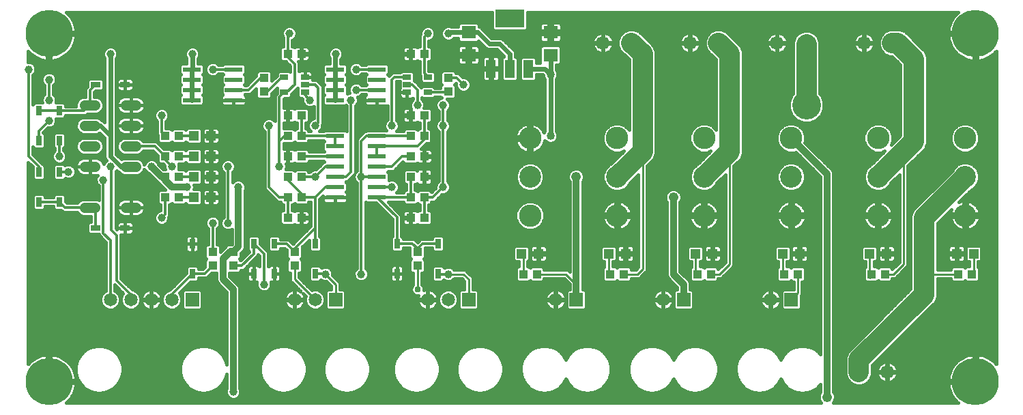
<source format=gtl>
G75*
%MOIN*%
%OFA0B0*%
%FSLAX24Y24*%
%IPPOS*%
%LPD*%
%AMOC8*
5,1,8,0,0,1.08239X$1,22.5*
%
%ADD10R,0.0866X0.0236*%
%ADD11R,0.0390X0.0272*%
%ADD12R,0.0394X0.0433*%
%ADD13R,0.0433X0.0394*%
%ADD14R,0.0650X0.0650*%
%ADD15C,0.0650*%
%ADD16R,0.0276X0.0472*%
%ADD17C,0.0515*%
%ADD18R,0.0472X0.0276*%
%ADD19R,0.0472X0.0472*%
%ADD20R,0.0480X0.0880*%
%ADD21R,0.1417X0.0866*%
%ADD22R,0.0709X0.0630*%
%ADD23C,0.0669*%
%ADD24C,0.2300*%
%ADD25C,0.1063*%
%ADD26C,0.1095*%
%ADD27C,0.0160*%
%ADD28C,0.0396*%
%ADD29C,0.0120*%
%ADD30C,0.0240*%
%ADD31C,0.0100*%
%ADD32C,0.0400*%
%ADD33C,0.1400*%
%ADD34C,0.1000*%
%ADD35C,0.0320*%
%ADD36C,0.0480*%
%ADD37C,0.0310*%
D10*
X015776Y010800D03*
X015776Y011300D03*
X015776Y011800D03*
X015776Y012300D03*
X015776Y012800D03*
X015776Y013300D03*
X015776Y013800D03*
X017824Y013800D03*
X017824Y013300D03*
X017824Y012800D03*
X017824Y012300D03*
X017824Y011800D03*
X017824Y011300D03*
X017824Y010800D03*
X017824Y015550D03*
X017824Y016050D03*
X017824Y016550D03*
X017824Y017050D03*
X015776Y017050D03*
X015776Y016550D03*
X015776Y016050D03*
X015776Y015550D03*
X010824Y015550D03*
X010824Y016050D03*
X010824Y016550D03*
X010824Y017050D03*
X008776Y017050D03*
X008776Y016550D03*
X008776Y016050D03*
X008776Y015550D03*
D11*
X013288Y015926D03*
X014308Y015926D03*
X014308Y016300D03*
X014308Y016674D03*
X013288Y016674D03*
X019292Y016674D03*
X019292Y016300D03*
X019292Y015926D03*
X020312Y015926D03*
X020312Y016674D03*
D12*
X020135Y013800D03*
X019465Y013800D03*
X019465Y011800D03*
X020135Y011800D03*
X020135Y010800D03*
X019465Y010800D03*
X014135Y010800D03*
X013465Y010800D03*
X013465Y011800D03*
X014135Y011800D03*
X014135Y013800D03*
X013465Y013800D03*
X008135Y013800D03*
X007465Y013800D03*
X007465Y012800D03*
X008135Y012800D03*
X008135Y011800D03*
X007465Y011800D03*
X007465Y010800D03*
X008135Y010800D03*
X024965Y007050D03*
X025635Y007050D03*
X029215Y007050D03*
X029885Y007050D03*
X033465Y007050D03*
X034135Y007050D03*
X037715Y007050D03*
X038385Y007050D03*
X041965Y007050D03*
X042635Y007050D03*
X046215Y007050D03*
X046885Y007050D03*
D13*
X021300Y015965D03*
X021300Y016635D03*
X020135Y017800D03*
X019465Y017800D03*
X014135Y017800D03*
X013465Y017800D03*
X012300Y016635D03*
X012300Y015965D03*
X013465Y014800D03*
X014135Y014800D03*
X014135Y012800D03*
X013465Y012800D03*
X019465Y012800D03*
X020135Y012800D03*
X020135Y014800D03*
X019465Y014800D03*
X019465Y009800D03*
X020135Y009800D03*
X019800Y008135D03*
X019800Y007465D03*
X014135Y009800D03*
X013465Y009800D03*
X013800Y008135D03*
X013800Y007465D03*
X010800Y007465D03*
X009800Y007465D03*
X009800Y008135D03*
X010800Y008135D03*
D14*
X008800Y005800D03*
X015800Y005800D03*
X022300Y005800D03*
X027550Y005800D03*
X032800Y005800D03*
X038050Y005800D03*
D15*
X037050Y005800D03*
X031800Y005800D03*
X026550Y005800D03*
X021300Y005800D03*
X020300Y005800D03*
X014800Y005800D03*
X013800Y005800D03*
X007800Y005800D03*
X006800Y005800D03*
X005800Y005800D03*
X004800Y005800D03*
D16*
X008800Y007072D03*
X011800Y007072D03*
X012800Y007072D03*
X014800Y007072D03*
X014800Y008528D03*
X012800Y008528D03*
X011800Y008528D03*
X008800Y008528D03*
X002300Y010572D03*
X001300Y010572D03*
X001300Y012028D03*
X002300Y012028D03*
X002300Y013572D03*
X001300Y013572D03*
X001300Y015028D03*
X002300Y015028D03*
X018800Y008528D03*
X020800Y008528D03*
X020800Y007072D03*
X018800Y007072D03*
D17*
X006057Y010300D02*
X005543Y010300D01*
X004057Y010300D02*
X003543Y010300D01*
X003543Y012300D02*
X004057Y012300D01*
X005543Y012300D02*
X006057Y012300D01*
X006057Y013300D02*
X005543Y013300D01*
X004057Y013300D02*
X003543Y013300D01*
X003543Y014300D02*
X004057Y014300D01*
X005543Y014300D02*
X006057Y014300D01*
X006057Y015300D02*
X005543Y015300D01*
X004057Y015300D02*
X003543Y015300D01*
D18*
X004072Y016300D03*
X005528Y016300D03*
X005528Y009300D03*
X004072Y009300D03*
D19*
X008887Y010800D03*
X009713Y010800D03*
X009713Y011800D03*
X008887Y011800D03*
X008887Y012800D03*
X009713Y012800D03*
X009713Y013800D03*
X008887Y013800D03*
X024887Y008050D03*
X025713Y008050D03*
X029137Y008050D03*
X029963Y008050D03*
X033387Y008050D03*
X034213Y008050D03*
X037637Y008050D03*
X038463Y008050D03*
X041887Y008050D03*
X042713Y008050D03*
X046137Y008050D03*
X046963Y008050D03*
D20*
X025210Y017080D03*
X024300Y017080D03*
X023390Y017080D03*
D21*
X024300Y019520D03*
D22*
X022300Y018851D03*
X022300Y017749D03*
X026300Y017749D03*
X026300Y018851D03*
D23*
X028861Y018339D03*
X030239Y018339D03*
X033111Y018339D03*
X034489Y018339D03*
X037361Y018339D03*
X038739Y018339D03*
X041611Y018339D03*
X042989Y018339D03*
X042739Y002261D03*
X041361Y002261D03*
D24*
X047050Y001800D03*
X047050Y018800D03*
X001800Y018800D03*
X001800Y001800D03*
D25*
X025300Y011800D03*
X029550Y011800D03*
X033800Y011800D03*
X038050Y011800D03*
X042300Y011800D03*
X046550Y011800D03*
D26*
X046550Y009910D03*
X042300Y009910D03*
X038050Y009910D03*
X033800Y009910D03*
X029550Y009910D03*
X025300Y009910D03*
X025300Y013690D03*
X029550Y013690D03*
X033800Y013690D03*
X038050Y013690D03*
X042300Y013690D03*
X046550Y013690D03*
D27*
X002694Y000813D02*
X002654Y000780D01*
X039504Y000780D01*
X039461Y000823D01*
X039400Y000970D01*
X039400Y001130D01*
X039461Y001277D01*
X039480Y001296D01*
X039480Y001654D01*
X039306Y001480D01*
X039044Y001328D01*
X038751Y001250D01*
X038449Y001250D01*
X038156Y001328D01*
X037894Y001480D01*
X037680Y001694D01*
X037550Y001919D01*
X037420Y001694D01*
X037206Y001480D01*
X036944Y001328D01*
X036651Y001250D01*
X036349Y001250D01*
X036056Y001328D01*
X035794Y001480D01*
X035580Y001694D01*
X035428Y001956D01*
X035350Y002249D01*
X035350Y002551D01*
X035428Y002844D01*
X035580Y003106D01*
X035794Y003320D01*
X036056Y003472D01*
X036349Y003550D01*
X036651Y003550D01*
X036944Y003472D01*
X037206Y003320D01*
X037420Y003106D01*
X037550Y002881D01*
X037680Y003106D01*
X037894Y003320D01*
X038156Y003472D01*
X038449Y003550D01*
X038751Y003550D01*
X039044Y003472D01*
X039306Y003320D01*
X039480Y003146D01*
X039480Y011807D01*
X038271Y013016D01*
X038191Y012983D01*
X037909Y012983D01*
X037649Y013090D01*
X037450Y013289D01*
X037343Y013549D01*
X037343Y013831D01*
X037450Y014091D01*
X037649Y014290D01*
X037909Y014397D01*
X038191Y014397D01*
X038451Y014290D01*
X038650Y014091D01*
X038757Y013831D01*
X038757Y013549D01*
X038724Y013469D01*
X040071Y012121D01*
X040120Y012004D01*
X040120Y001296D01*
X040139Y001277D01*
X040200Y001130D01*
X040200Y000970D01*
X040139Y000823D01*
X040096Y000780D01*
X046196Y000780D01*
X046156Y000813D01*
X046063Y000906D01*
X045980Y001007D01*
X045908Y001115D01*
X045846Y001231D01*
X045796Y001351D01*
X045758Y001476D01*
X045733Y001605D01*
X045721Y001720D01*
X046970Y001720D01*
X046970Y001880D01*
X046970Y003129D01*
X046855Y003117D01*
X046726Y003092D01*
X046601Y003054D01*
X046481Y003004D01*
X046365Y002942D01*
X046257Y002870D01*
X046156Y002787D01*
X046063Y002694D01*
X045980Y002593D01*
X045908Y002485D01*
X045846Y002369D01*
X045796Y002249D01*
X045758Y002124D01*
X045733Y001995D01*
X045721Y001880D01*
X046970Y001880D01*
X047130Y001880D01*
X047130Y003129D01*
X047245Y003117D01*
X047374Y003092D01*
X047499Y003054D01*
X047619Y003004D01*
X047735Y002942D01*
X047843Y002870D01*
X047944Y002787D01*
X048037Y002694D01*
X048070Y002654D01*
X048070Y017946D01*
X048037Y017906D01*
X047944Y017813D01*
X047843Y017730D01*
X047735Y017658D01*
X047619Y017596D01*
X047499Y017546D01*
X047374Y017508D01*
X047245Y017483D01*
X047130Y017471D01*
X047130Y018720D01*
X046970Y018720D01*
X046970Y017471D01*
X046855Y017483D01*
X046726Y017508D01*
X046601Y017546D01*
X046481Y017596D01*
X046365Y017658D01*
X046257Y017730D01*
X046156Y017813D01*
X046063Y017906D01*
X045980Y018007D01*
X045908Y018115D01*
X045846Y018231D01*
X045796Y018351D01*
X045758Y018476D01*
X045733Y018605D01*
X045721Y018720D01*
X046970Y018720D01*
X046970Y018880D01*
X045721Y018880D01*
X045733Y018995D01*
X045758Y019124D01*
X045796Y019249D01*
X045846Y019369D01*
X045908Y019485D01*
X045980Y019593D01*
X046063Y019694D01*
X046156Y019787D01*
X046196Y019820D01*
X025169Y019820D01*
X025169Y019021D01*
X025075Y018927D01*
X023525Y018927D01*
X023431Y019021D01*
X023431Y019820D01*
X002654Y019820D01*
X002694Y019787D01*
X002787Y019694D01*
X002870Y019593D01*
X002942Y019485D01*
X003004Y019369D01*
X003054Y019249D01*
X003092Y019124D01*
X003117Y018995D01*
X003129Y018880D01*
X001880Y018880D01*
X001880Y018720D01*
X003129Y018720D01*
X003117Y018605D01*
X003092Y018476D01*
X003054Y018351D01*
X003004Y018231D01*
X002942Y018115D01*
X002870Y018007D01*
X002787Y017906D01*
X002694Y017813D01*
X002593Y017730D01*
X002485Y017658D01*
X002369Y017596D01*
X002249Y017546D01*
X002124Y017508D01*
X001995Y017483D01*
X001880Y017471D01*
X001880Y018720D01*
X001720Y018720D01*
X001720Y017471D01*
X001605Y017483D01*
X001476Y017508D01*
X001351Y017546D01*
X001231Y017596D01*
X001115Y017658D01*
X001007Y017730D01*
X000906Y017813D01*
X000813Y017906D01*
X000780Y017946D01*
X000780Y017408D01*
X000871Y017408D01*
X001003Y017354D01*
X001104Y017253D01*
X001158Y017121D01*
X001158Y016979D01*
X001104Y016847D01*
X001020Y016764D01*
X001020Y015349D01*
X001096Y015425D01*
X001464Y015425D01*
X001442Y015479D01*
X001442Y015621D01*
X001496Y015753D01*
X001580Y015836D01*
X001580Y016264D01*
X001496Y016347D01*
X001442Y016479D01*
X001442Y016621D01*
X001496Y016753D01*
X001597Y016854D01*
X001729Y016908D01*
X001871Y016908D01*
X002003Y016854D01*
X002104Y016753D01*
X002158Y016621D01*
X002158Y016479D01*
X002104Y016347D01*
X002020Y016264D01*
X002020Y015836D01*
X002104Y015753D01*
X002158Y015621D01*
X002158Y015479D01*
X002136Y015425D01*
X002504Y015425D01*
X002598Y015331D01*
X002598Y015248D01*
X003125Y015248D01*
X003125Y015383D01*
X003189Y015536D01*
X003306Y015654D01*
X003459Y015717D01*
X003580Y015717D01*
X003580Y016119D01*
X003675Y016215D01*
X003675Y016504D01*
X003769Y016598D01*
X004374Y016598D01*
X004468Y016504D01*
X004468Y016096D01*
X004374Y016002D01*
X004085Y016002D01*
X004020Y015937D01*
X004020Y015717D01*
X004141Y015717D01*
X004294Y015654D01*
X004411Y015536D01*
X004475Y015383D01*
X004475Y015217D01*
X004411Y015064D01*
X004294Y014946D01*
X004141Y014883D01*
X003694Y014883D01*
X003619Y014808D01*
X002598Y014808D01*
X002598Y014726D01*
X002504Y014632D01*
X002154Y014632D01*
X002158Y014621D01*
X002158Y014479D01*
X002104Y014347D01*
X002003Y014246D01*
X001871Y014192D01*
X001753Y014192D01*
X001520Y013959D01*
X001520Y013952D01*
X001598Y013874D01*
X001598Y013269D01*
X001504Y013175D01*
X001096Y013175D01*
X001020Y013251D01*
X001020Y012891D01*
X001487Y012425D01*
X001504Y012425D01*
X001598Y012331D01*
X001598Y011726D01*
X001504Y011632D01*
X001096Y011632D01*
X001002Y011726D01*
X001002Y012287D01*
X000780Y012509D01*
X000780Y002654D01*
X000813Y002694D01*
X000906Y002787D01*
X001007Y002870D01*
X001115Y002942D01*
X001231Y003004D01*
X001351Y003054D01*
X001476Y003092D01*
X001605Y003117D01*
X001720Y003129D01*
X001720Y001880D01*
X001880Y001880D01*
X001880Y003129D01*
X001995Y003117D01*
X002124Y003092D01*
X002249Y003054D01*
X002369Y003004D01*
X002485Y002942D01*
X002593Y002870D01*
X002694Y002787D01*
X002787Y002694D01*
X002870Y002593D01*
X002942Y002485D01*
X003004Y002369D01*
X003054Y002249D01*
X003092Y002124D01*
X003117Y001995D01*
X003129Y001880D01*
X001880Y001880D01*
X001880Y001720D01*
X003129Y001720D01*
X003117Y001605D01*
X003092Y001476D01*
X003054Y001351D01*
X003004Y001231D01*
X002942Y001115D01*
X002870Y001007D01*
X002787Y000906D01*
X002694Y000813D01*
X002810Y000934D02*
X039415Y000934D01*
X039400Y001093D02*
X011099Y001093D01*
X011104Y001097D02*
X011158Y001229D01*
X011158Y001371D01*
X011120Y001463D01*
X011120Y006364D01*
X011071Y006481D01*
X010981Y006571D01*
X010620Y006933D01*
X010620Y007109D01*
X011083Y007109D01*
X011177Y007202D01*
X011177Y007245D01*
X011306Y007245D01*
X011891Y007830D01*
X012020Y007959D01*
X012020Y007997D01*
X012080Y007937D01*
X012080Y007420D01*
X012048Y007452D01*
X012007Y007476D01*
X011961Y007488D01*
X011800Y007488D01*
X011639Y007488D01*
X011593Y007476D01*
X011552Y007452D01*
X011518Y007418D01*
X011494Y007377D01*
X011482Y007332D01*
X011482Y007072D01*
X011800Y007072D01*
X011800Y007488D01*
X011800Y007072D01*
X011800Y007072D01*
X011800Y007072D01*
X011482Y007072D01*
X011482Y006812D01*
X011494Y006766D01*
X011518Y006725D01*
X011552Y006691D01*
X011593Y006668D01*
X011639Y006655D01*
X011800Y006655D01*
X011956Y006655D01*
X011942Y006621D01*
X011942Y006479D01*
X011996Y006347D01*
X012097Y006246D01*
X012229Y006192D01*
X012371Y006192D01*
X012503Y006246D01*
X012604Y006347D01*
X012658Y006479D01*
X012658Y006621D01*
X012644Y006655D01*
X012800Y006655D01*
X012961Y006655D01*
X013007Y006668D01*
X013048Y006691D01*
X013082Y006725D01*
X013106Y006766D01*
X013118Y006812D01*
X013118Y007072D01*
X013118Y007332D01*
X013106Y007377D01*
X013082Y007418D01*
X013048Y007452D01*
X013007Y007476D01*
X012961Y007488D01*
X012800Y007488D01*
X012639Y007488D01*
X012593Y007476D01*
X012552Y007452D01*
X012520Y007420D01*
X012520Y008119D01*
X012098Y008542D01*
X012502Y008542D01*
X012502Y008384D02*
X012256Y008384D01*
X012098Y008542D02*
X012098Y008831D01*
X012004Y008925D01*
X011596Y008925D01*
X011502Y008831D01*
X011502Y008226D01*
X011580Y008148D01*
X011580Y008141D01*
X011172Y007733D01*
X011105Y007800D01*
X011177Y007872D01*
X011177Y008059D01*
X011321Y008203D01*
X011370Y008321D01*
X011370Y011137D01*
X011408Y011229D01*
X011408Y011371D01*
X011354Y011503D01*
X011253Y011604D01*
X011121Y011658D01*
X010979Y011658D01*
X010847Y011604D01*
X010770Y011526D01*
X010770Y012014D01*
X010854Y012097D01*
X010908Y012229D01*
X010908Y012371D01*
X010854Y012503D01*
X010753Y012604D01*
X010621Y012658D01*
X010479Y012658D01*
X010347Y012604D01*
X010246Y012503D01*
X010192Y012371D01*
X010192Y012229D01*
X010246Y012097D01*
X010330Y012014D01*
X010330Y009836D01*
X010246Y009753D01*
X010192Y009621D01*
X010192Y009479D01*
X010246Y009347D01*
X010347Y009246D01*
X010479Y009192D01*
X010621Y009192D01*
X010730Y009237D01*
X010730Y008517D01*
X010704Y008491D01*
X010517Y008491D01*
X010423Y008398D01*
X010423Y008376D01*
X010177Y008129D01*
X010177Y008398D01*
X010083Y008491D01*
X010020Y008491D01*
X010020Y009264D01*
X010104Y009347D01*
X010158Y009479D01*
X010158Y009621D01*
X010104Y009753D01*
X010003Y009854D01*
X009871Y009908D01*
X009729Y009908D01*
X009597Y009854D01*
X009496Y009753D01*
X009442Y009621D01*
X009442Y009479D01*
X009496Y009347D01*
X009580Y009264D01*
X009580Y008491D01*
X009517Y008491D01*
X009423Y008398D01*
X009423Y007872D01*
X009495Y007800D01*
X009423Y007728D01*
X009423Y007400D01*
X009315Y007292D01*
X009098Y007292D01*
X009098Y007374D01*
X009004Y007468D01*
X008596Y007468D01*
X008502Y007374D01*
X008502Y007085D01*
X007701Y006284D01*
X007525Y006211D01*
X007389Y006075D01*
X007315Y005896D01*
X007315Y005704D01*
X007389Y005525D01*
X007525Y005389D01*
X007704Y005315D01*
X007896Y005315D01*
X008075Y005389D01*
X008211Y005525D01*
X008285Y005704D01*
X008285Y005896D01*
X008211Y006075D01*
X008163Y006123D01*
X008715Y006675D01*
X009004Y006675D01*
X009098Y006769D01*
X009098Y006852D01*
X009497Y006852D01*
X009754Y007109D01*
X009980Y007109D01*
X009980Y006736D01*
X010029Y006619D01*
X010119Y006529D01*
X010480Y006167D01*
X010480Y002626D01*
X010422Y002844D01*
X010270Y003106D01*
X010056Y003320D01*
X009794Y003472D01*
X009501Y003550D01*
X009199Y003550D01*
X008906Y003472D01*
X008644Y003320D01*
X008430Y003106D01*
X008278Y002844D01*
X008200Y002551D01*
X008200Y002249D01*
X008278Y001956D01*
X008430Y001694D01*
X008644Y001480D01*
X008906Y001328D01*
X009199Y001250D01*
X009501Y001250D01*
X009794Y001328D01*
X010056Y001480D01*
X010270Y001694D01*
X010422Y001956D01*
X010480Y002174D01*
X010480Y001463D01*
X010442Y001371D01*
X010442Y001229D01*
X010496Y001097D01*
X010597Y000996D01*
X010729Y000942D01*
X010871Y000942D01*
X011003Y000996D01*
X011104Y001097D01*
X011158Y001251D02*
X013095Y001251D01*
X013099Y001250D02*
X013401Y001250D01*
X013694Y001328D01*
X013956Y001480D01*
X014170Y001694D01*
X014322Y001956D01*
X014400Y002249D01*
X014400Y002551D01*
X014322Y002844D01*
X014170Y003106D01*
X013956Y003320D01*
X013694Y003472D01*
X013401Y003550D01*
X013099Y003550D01*
X012806Y003472D01*
X012544Y003320D01*
X012330Y003106D01*
X012178Y002844D01*
X012100Y002551D01*
X012100Y002249D01*
X012178Y001956D01*
X012330Y001694D01*
X012544Y001480D01*
X012806Y001328D01*
X013099Y001250D01*
X013405Y001251D02*
X016195Y001251D01*
X016199Y001250D02*
X016501Y001250D01*
X016794Y001328D01*
X017056Y001480D01*
X017270Y001694D01*
X017422Y001956D01*
X017500Y002249D01*
X017500Y002551D01*
X017422Y002844D01*
X017270Y003106D01*
X017056Y003320D01*
X016794Y003472D01*
X016501Y003550D01*
X016199Y003550D01*
X015906Y003472D01*
X015644Y003320D01*
X015430Y003106D01*
X015278Y002844D01*
X015200Y002551D01*
X015200Y002249D01*
X015278Y001956D01*
X015430Y001694D01*
X015644Y001480D01*
X015906Y001328D01*
X016199Y001250D01*
X016505Y001251D02*
X019595Y001251D01*
X019599Y001250D02*
X019901Y001250D01*
X020194Y001328D01*
X020456Y001480D01*
X020670Y001694D01*
X020822Y001956D01*
X020900Y002249D01*
X020900Y002551D01*
X020822Y002844D01*
X020670Y003106D01*
X020456Y003320D01*
X020194Y003472D01*
X019901Y003550D01*
X019599Y003550D01*
X019306Y003472D01*
X019044Y003320D01*
X018830Y003106D01*
X018678Y002844D01*
X018600Y002551D01*
X018600Y002249D01*
X018678Y001956D01*
X018830Y001694D01*
X019044Y001480D01*
X019306Y001328D01*
X019599Y001250D01*
X019905Y001251D02*
X022695Y001251D01*
X022699Y001250D02*
X023001Y001250D01*
X023294Y001328D01*
X023556Y001480D01*
X023770Y001694D01*
X023922Y001956D01*
X024000Y002249D01*
X024000Y002551D01*
X023922Y002844D01*
X023770Y003106D01*
X023556Y003320D01*
X023294Y003472D01*
X023001Y003550D01*
X022699Y003550D01*
X022406Y003472D01*
X022144Y003320D01*
X021930Y003106D01*
X021778Y002844D01*
X021700Y002551D01*
X021700Y002249D01*
X021778Y001956D01*
X021930Y001694D01*
X022144Y001480D01*
X022406Y001328D01*
X022699Y001250D01*
X023005Y001251D02*
X025845Y001251D01*
X025849Y001250D02*
X026151Y001250D01*
X026444Y001328D01*
X026706Y001480D01*
X026920Y001694D01*
X027050Y001919D01*
X027180Y001694D01*
X027394Y001480D01*
X027656Y001328D01*
X027949Y001250D01*
X028251Y001250D01*
X028544Y001328D01*
X028806Y001480D01*
X029020Y001694D01*
X029172Y001956D01*
X029250Y002249D01*
X029250Y002551D01*
X029172Y002844D01*
X029020Y003106D01*
X028806Y003320D01*
X028544Y003472D01*
X028251Y003550D01*
X027949Y003550D01*
X027656Y003472D01*
X027394Y003320D01*
X027180Y003106D01*
X027050Y002881D01*
X026920Y003106D01*
X026706Y003320D01*
X026444Y003472D01*
X026151Y003550D01*
X025849Y003550D01*
X025556Y003472D01*
X025294Y003320D01*
X025080Y003106D01*
X024928Y002844D01*
X024850Y002551D01*
X024850Y002249D01*
X024928Y001956D01*
X025080Y001694D01*
X025294Y001480D01*
X025556Y001328D01*
X025849Y001250D01*
X026155Y001251D02*
X027945Y001251D01*
X028255Y001251D02*
X031095Y001251D01*
X031099Y001250D02*
X031401Y001250D01*
X031694Y001328D01*
X031956Y001480D01*
X032170Y001694D01*
X032300Y001919D01*
X032430Y001694D01*
X032644Y001480D01*
X032906Y001328D01*
X033199Y001250D01*
X033501Y001250D01*
X033794Y001328D01*
X034056Y001480D01*
X034270Y001694D01*
X034422Y001956D01*
X034500Y002249D01*
X034500Y002551D01*
X034422Y002844D01*
X034270Y003106D01*
X034056Y003320D01*
X033794Y003472D01*
X033501Y003550D01*
X033199Y003550D01*
X032906Y003472D01*
X032644Y003320D01*
X032430Y003106D01*
X032300Y002881D01*
X032170Y003106D01*
X031956Y003320D01*
X031694Y003472D01*
X031401Y003550D01*
X031099Y003550D01*
X030806Y003472D01*
X030544Y003320D01*
X030330Y003106D01*
X030178Y002844D01*
X030100Y002551D01*
X030100Y002249D01*
X030178Y001956D01*
X030330Y001694D01*
X030544Y001480D01*
X030806Y001328D01*
X031099Y001250D01*
X031405Y001251D02*
X033195Y001251D01*
X033505Y001251D02*
X036345Y001251D01*
X036655Y001251D02*
X038445Y001251D01*
X038755Y001251D02*
X039450Y001251D01*
X039480Y001410D02*
X039184Y001410D01*
X039394Y001568D02*
X039480Y001568D01*
X040120Y001568D02*
X045740Y001568D01*
X045779Y001410D02*
X040120Y001410D01*
X040150Y001251D02*
X045838Y001251D01*
X045923Y001093D02*
X040200Y001093D01*
X040185Y000934D02*
X046040Y000934D01*
X046970Y001727D02*
X041760Y001727D01*
X041735Y001701D02*
X041921Y001887D01*
X042021Y002129D01*
X042021Y002588D01*
X044924Y005490D01*
X045110Y005676D01*
X045210Y005919D01*
X045210Y006840D01*
X045859Y006840D01*
X045859Y006767D01*
X045952Y006673D01*
X046478Y006673D01*
X046550Y006745D01*
X046622Y006673D01*
X047148Y006673D01*
X047241Y006767D01*
X047241Y007333D01*
X047173Y007401D01*
X047173Y007654D01*
X047266Y007654D01*
X047360Y007748D01*
X047360Y008352D01*
X047266Y008446D01*
X046661Y008446D01*
X046567Y008352D01*
X046567Y007748D01*
X046661Y007654D01*
X046753Y007654D01*
X046753Y007427D01*
X046622Y007427D01*
X046550Y007355D01*
X046478Y007427D01*
X045952Y007427D01*
X045859Y007333D01*
X045859Y007260D01*
X045210Y007260D01*
X045210Y009527D01*
X045882Y010199D01*
X045860Y010144D01*
X045835Y010052D01*
X045827Y009990D01*
X046470Y009990D01*
X046470Y010633D01*
X046408Y010625D01*
X046316Y010600D01*
X046261Y010578D01*
X046866Y011182D01*
X046942Y011214D01*
X047136Y011408D01*
X047241Y011662D01*
X047241Y011938D01*
X047136Y012192D01*
X046942Y012386D01*
X046688Y012491D01*
X046412Y012491D01*
X046158Y012386D01*
X045964Y012192D01*
X045932Y012116D01*
X043990Y010174D01*
X043890Y009931D01*
X043890Y006323D01*
X040120Y006323D01*
X040120Y006165D02*
X043731Y006165D01*
X043573Y006006D02*
X040120Y006006D01*
X040120Y005848D02*
X043414Y005848D01*
X043256Y005689D02*
X040120Y005689D01*
X040120Y005531D02*
X043097Y005531D01*
X042939Y005372D02*
X040120Y005372D01*
X040120Y005214D02*
X042780Y005214D01*
X042622Y005055D02*
X040120Y005055D01*
X040120Y004897D02*
X042463Y004897D01*
X042305Y004738D02*
X040120Y004738D01*
X040120Y004580D02*
X042146Y004580D01*
X041988Y004421D02*
X040120Y004421D01*
X040120Y004263D02*
X041829Y004263D01*
X041671Y004104D02*
X040120Y004104D01*
X040120Y003946D02*
X041512Y003946D01*
X041354Y003787D02*
X040120Y003787D01*
X040120Y003629D02*
X041195Y003629D01*
X041037Y003470D02*
X040120Y003470D01*
X040120Y003312D02*
X040878Y003312D01*
X040802Y003235D02*
X040701Y002992D01*
X040701Y002129D01*
X040802Y001887D01*
X040987Y001701D01*
X041230Y001601D01*
X041492Y001601D01*
X041735Y001701D01*
X041919Y001885D02*
X042387Y001885D01*
X042404Y001868D02*
X042469Y001820D01*
X042541Y001784D01*
X042618Y001759D01*
X042698Y001746D01*
X042711Y001746D01*
X042711Y002232D01*
X042767Y002232D01*
X042767Y001746D01*
X042779Y001746D01*
X042859Y001759D01*
X042937Y001784D01*
X043009Y001820D01*
X043074Y001868D01*
X043132Y001925D01*
X043179Y001991D01*
X043216Y002063D01*
X043241Y002140D01*
X043254Y002220D01*
X043254Y002232D01*
X042767Y002232D01*
X042767Y002289D01*
X042711Y002289D01*
X042711Y002775D01*
X042698Y002775D01*
X042618Y002763D01*
X042541Y002738D01*
X042469Y002701D01*
X042404Y002653D01*
X042346Y002596D01*
X042299Y002530D01*
X042262Y002458D01*
X042237Y002381D01*
X042224Y002301D01*
X042224Y002289D01*
X042711Y002289D01*
X042711Y002232D01*
X042224Y002232D01*
X042224Y002220D01*
X042237Y002140D01*
X042262Y002063D01*
X042299Y001991D01*
X042346Y001925D01*
X042404Y001868D01*
X042272Y002044D02*
X041985Y002044D01*
X042021Y002202D02*
X042227Y002202D01*
X042234Y002361D02*
X042021Y002361D01*
X042021Y002519D02*
X042293Y002519D01*
X042437Y002678D02*
X042111Y002678D01*
X042269Y002836D02*
X046216Y002836D01*
X046050Y002678D02*
X043041Y002678D01*
X043009Y002701D02*
X042937Y002738D01*
X042859Y002763D01*
X042779Y002775D01*
X042767Y002775D01*
X042767Y002289D01*
X043254Y002289D01*
X043254Y002301D01*
X043241Y002381D01*
X043216Y002458D01*
X043179Y002530D01*
X043132Y002596D01*
X043074Y002653D01*
X043009Y002701D01*
X042767Y002678D02*
X042711Y002678D01*
X042711Y002519D02*
X042767Y002519D01*
X042767Y002361D02*
X042711Y002361D01*
X042711Y002202D02*
X042767Y002202D01*
X042767Y002044D02*
X042711Y002044D01*
X042711Y001885D02*
X042767Y001885D01*
X043091Y001885D02*
X045722Y001885D01*
X045742Y002044D02*
X043206Y002044D01*
X043251Y002202D02*
X045782Y002202D01*
X045843Y002361D02*
X043244Y002361D01*
X043185Y002519D02*
X045931Y002519D01*
X046463Y002995D02*
X042428Y002995D01*
X042586Y003153D02*
X048070Y003153D01*
X048070Y002995D02*
X047637Y002995D01*
X047884Y002836D02*
X048070Y002836D01*
X048070Y002678D02*
X048050Y002678D01*
X047130Y002678D02*
X046970Y002678D01*
X046970Y002836D02*
X047130Y002836D01*
X047130Y002995D02*
X046970Y002995D01*
X046970Y002519D02*
X047130Y002519D01*
X047130Y002361D02*
X046970Y002361D01*
X046970Y002202D02*
X047130Y002202D01*
X047130Y002044D02*
X046970Y002044D01*
X046970Y001885D02*
X047130Y001885D01*
X048070Y003312D02*
X042745Y003312D01*
X042903Y003470D02*
X048070Y003470D01*
X048070Y003629D02*
X043062Y003629D01*
X043220Y003787D02*
X048070Y003787D01*
X048070Y003946D02*
X043379Y003946D01*
X043537Y004104D02*
X048070Y004104D01*
X048070Y004263D02*
X043696Y004263D01*
X043854Y004421D02*
X048070Y004421D01*
X048070Y004580D02*
X044013Y004580D01*
X044171Y004738D02*
X048070Y004738D01*
X048070Y004897D02*
X044330Y004897D01*
X044488Y005055D02*
X048070Y005055D01*
X048070Y005214D02*
X044647Y005214D01*
X044805Y005372D02*
X048070Y005372D01*
X048070Y005531D02*
X044964Y005531D01*
X045115Y005689D02*
X048070Y005689D01*
X048070Y005848D02*
X045181Y005848D01*
X045210Y006006D02*
X048070Y006006D01*
X048070Y006165D02*
X045210Y006165D01*
X045210Y006323D02*
X048070Y006323D01*
X048070Y006482D02*
X045210Y006482D01*
X045210Y006640D02*
X048070Y006640D01*
X048070Y006799D02*
X047241Y006799D01*
X047241Y006957D02*
X048070Y006957D01*
X048070Y007116D02*
X047241Y007116D01*
X047241Y007274D02*
X048070Y007274D01*
X048070Y007433D02*
X047173Y007433D01*
X047173Y007591D02*
X048070Y007591D01*
X048070Y007750D02*
X047360Y007750D01*
X047360Y007908D02*
X048070Y007908D01*
X048070Y008067D02*
X047360Y008067D01*
X047360Y008225D02*
X048070Y008225D01*
X048070Y008384D02*
X047329Y008384D01*
X046598Y008384D02*
X046525Y008384D01*
X046517Y008397D02*
X046483Y008430D01*
X046442Y008454D01*
X046397Y008466D01*
X046175Y008466D01*
X046175Y008088D01*
X046553Y008088D01*
X046553Y008310D01*
X046541Y008356D01*
X046517Y008397D01*
X046553Y008225D02*
X046567Y008225D01*
X046567Y008067D02*
X046175Y008067D01*
X046175Y008088D02*
X046175Y008012D01*
X046553Y008012D01*
X046553Y007790D01*
X046541Y007744D01*
X046517Y007703D01*
X046483Y007670D01*
X046442Y007646D01*
X046397Y007634D01*
X046175Y007634D01*
X046175Y008012D01*
X046099Y008012D01*
X046099Y007634D01*
X045877Y007634D01*
X045831Y007646D01*
X045790Y007670D01*
X045756Y007703D01*
X045733Y007744D01*
X045720Y007790D01*
X045720Y008012D01*
X046098Y008012D01*
X046098Y008088D01*
X045720Y008088D01*
X045720Y008310D01*
X045733Y008356D01*
X045756Y008397D01*
X045790Y008430D01*
X045831Y008454D01*
X045877Y008466D01*
X046099Y008466D01*
X046099Y008088D01*
X046175Y008088D01*
X046098Y008067D02*
X045210Y008067D01*
X045210Y008225D02*
X045720Y008225D01*
X045749Y008384D02*
X045210Y008384D01*
X045210Y008542D02*
X048070Y008542D01*
X048070Y008701D02*
X045210Y008701D01*
X045210Y008859D02*
X048070Y008859D01*
X048070Y009018D02*
X045210Y009018D01*
X045210Y009176D02*
X048070Y009176D01*
X048070Y009335D02*
X046995Y009335D01*
X047031Y009362D02*
X047098Y009429D01*
X047156Y009505D01*
X047204Y009588D01*
X047240Y009676D01*
X047265Y009768D01*
X047273Y009830D01*
X046630Y009830D01*
X046630Y009990D01*
X046470Y009990D01*
X046470Y009830D01*
X046630Y009830D01*
X046630Y009187D01*
X046692Y009195D01*
X046784Y009220D01*
X046872Y009256D01*
X046955Y009304D01*
X047031Y009362D01*
X047147Y009493D02*
X048070Y009493D01*
X048070Y009652D02*
X047230Y009652D01*
X047271Y009810D02*
X048070Y009810D01*
X048070Y009969D02*
X046630Y009969D01*
X046630Y009990D02*
X047273Y009990D01*
X047265Y010052D01*
X047240Y010144D01*
X047204Y010232D01*
X047156Y010315D01*
X047098Y010391D01*
X047031Y010458D01*
X046955Y010516D01*
X046872Y010564D01*
X046784Y010600D01*
X046692Y010625D01*
X046630Y010633D01*
X046630Y009990D01*
X046630Y010127D02*
X046470Y010127D01*
X046470Y009969D02*
X045652Y009969D01*
X045827Y009830D02*
X045835Y009768D01*
X045860Y009676D01*
X045896Y009588D01*
X045944Y009505D01*
X046002Y009429D01*
X046069Y009362D01*
X046145Y009304D01*
X046228Y009256D01*
X046316Y009220D01*
X046408Y009195D01*
X046470Y009187D01*
X046470Y009830D01*
X045827Y009830D01*
X045829Y009810D02*
X045493Y009810D01*
X045335Y009652D02*
X045870Y009652D01*
X045953Y009493D02*
X045210Y009493D01*
X045210Y009335D02*
X046105Y009335D01*
X046470Y009335D02*
X046630Y009335D01*
X046630Y009493D02*
X046470Y009493D01*
X046470Y009652D02*
X046630Y009652D01*
X046630Y009810D02*
X046470Y009810D01*
X046470Y010286D02*
X046630Y010286D01*
X046630Y010444D02*
X046470Y010444D01*
X046470Y010603D02*
X046630Y010603D01*
X046776Y010603D02*
X048070Y010603D01*
X048070Y010761D02*
X046444Y010761D01*
X046324Y010603D02*
X046286Y010603D01*
X046603Y010920D02*
X048070Y010920D01*
X048070Y011078D02*
X046761Y011078D01*
X046964Y011237D02*
X048070Y011237D01*
X048070Y011395D02*
X047123Y011395D01*
X047196Y011554D02*
X048070Y011554D01*
X048070Y011712D02*
X047241Y011712D01*
X047241Y011871D02*
X048070Y011871D01*
X048070Y012029D02*
X047204Y012029D01*
X047138Y012188D02*
X048070Y012188D01*
X048070Y012346D02*
X046982Y012346D01*
X046118Y012346D02*
X043779Y012346D01*
X043760Y012327D02*
X044235Y012801D01*
X044610Y013176D01*
X044710Y013419D01*
X044710Y017681D01*
X044610Y017924D01*
X044424Y018110D01*
X043634Y018899D01*
X043392Y018999D01*
X042858Y018999D01*
X042615Y018899D01*
X042429Y018713D01*
X042329Y018471D01*
X042329Y018208D01*
X042429Y017966D01*
X042615Y017780D01*
X042858Y017679D01*
X042987Y017679D01*
X043390Y017277D01*
X043390Y013823D01*
X043301Y013735D01*
X042931Y013364D01*
X043007Y013549D01*
X043007Y013831D01*
X042900Y014091D01*
X042701Y014290D01*
X042441Y014397D01*
X042159Y014397D01*
X041899Y014290D01*
X041700Y014091D01*
X041593Y013831D01*
X041593Y013549D01*
X041700Y013289D01*
X041899Y013090D01*
X042159Y012983D01*
X042441Y012983D01*
X042626Y013059D01*
X041984Y012418D01*
X041908Y012386D01*
X041714Y012192D01*
X041609Y011938D01*
X041609Y011662D01*
X041714Y011408D01*
X041908Y011214D01*
X042162Y011109D01*
X042438Y011109D01*
X042692Y011214D01*
X042886Y011408D01*
X042918Y011484D01*
X043340Y011907D01*
X043340Y007637D01*
X042991Y007288D01*
X042991Y007333D01*
X042898Y007427D01*
X042372Y007427D01*
X042300Y007355D01*
X042228Y007427D01*
X042097Y007427D01*
X042097Y007654D01*
X042189Y007654D01*
X042283Y007748D01*
X042283Y008352D01*
X042189Y008446D01*
X041584Y008446D01*
X041490Y008352D01*
X041490Y007748D01*
X041584Y007654D01*
X041677Y007654D01*
X041677Y007401D01*
X041609Y007333D01*
X041609Y006767D01*
X041702Y006673D01*
X041795Y006673D01*
X041800Y006669D01*
X041841Y006669D01*
X041878Y006652D01*
X041924Y006669D01*
X041974Y006669D01*
X041978Y006673D01*
X042228Y006673D01*
X042300Y006745D01*
X042372Y006673D01*
X042898Y006673D01*
X042991Y006767D01*
X042991Y006840D01*
X043137Y006840D01*
X043760Y007463D01*
X043760Y012327D01*
X043760Y012188D02*
X045962Y012188D01*
X045846Y012029D02*
X043760Y012029D01*
X043760Y011871D02*
X045687Y011871D01*
X045529Y011712D02*
X043760Y011712D01*
X043760Y011554D02*
X045370Y011554D01*
X045212Y011395D02*
X043760Y011395D01*
X043760Y011237D02*
X045053Y011237D01*
X044895Y011078D02*
X043760Y011078D01*
X043760Y010920D02*
X044736Y010920D01*
X044578Y010761D02*
X043760Y010761D01*
X043760Y010603D02*
X044419Y010603D01*
X044261Y010444D02*
X043760Y010444D01*
X043760Y010286D02*
X044102Y010286D01*
X043971Y010127D02*
X043760Y010127D01*
X043760Y009969D02*
X043905Y009969D01*
X043890Y009810D02*
X043760Y009810D01*
X043760Y009652D02*
X043890Y009652D01*
X043890Y009493D02*
X043760Y009493D01*
X043760Y009335D02*
X043890Y009335D01*
X043890Y009176D02*
X043760Y009176D01*
X043760Y009018D02*
X043890Y009018D01*
X043890Y008859D02*
X043760Y008859D01*
X043760Y008701D02*
X043890Y008701D01*
X043890Y008542D02*
X043760Y008542D01*
X043760Y008384D02*
X043890Y008384D01*
X043890Y008225D02*
X043760Y008225D01*
X043760Y008067D02*
X043890Y008067D01*
X043890Y007908D02*
X043760Y007908D01*
X043760Y007750D02*
X043890Y007750D01*
X043890Y007591D02*
X043760Y007591D01*
X043729Y007433D02*
X043890Y007433D01*
X043890Y007274D02*
X043571Y007274D01*
X043412Y007116D02*
X043890Y007116D01*
X043890Y006957D02*
X043254Y006957D01*
X042991Y006799D02*
X043890Y006799D01*
X043890Y006640D02*
X040120Y006640D01*
X040120Y006482D02*
X043890Y006482D01*
X043890Y006323D02*
X040802Y003235D01*
X040768Y003153D02*
X040120Y003153D01*
X040120Y002995D02*
X040702Y002995D01*
X040701Y002836D02*
X040120Y002836D01*
X040120Y002678D02*
X040701Y002678D01*
X040701Y002519D02*
X040120Y002519D01*
X040120Y002361D02*
X040701Y002361D01*
X040701Y002202D02*
X040120Y002202D01*
X040120Y002044D02*
X040737Y002044D01*
X040803Y001885D02*
X040120Y001885D01*
X040120Y001727D02*
X040962Y001727D01*
X038016Y001410D02*
X037084Y001410D01*
X037294Y001568D02*
X037806Y001568D01*
X037661Y001727D02*
X037439Y001727D01*
X037531Y001885D02*
X037569Y001885D01*
X035916Y001410D02*
X033934Y001410D01*
X034144Y001568D02*
X035706Y001568D01*
X035561Y001727D02*
X034289Y001727D01*
X034381Y001885D02*
X035469Y001885D01*
X035405Y002044D02*
X034445Y002044D01*
X034488Y002202D02*
X035362Y002202D01*
X035350Y002361D02*
X034500Y002361D01*
X034500Y002519D02*
X035350Y002519D01*
X035384Y002678D02*
X034466Y002678D01*
X034424Y002836D02*
X035426Y002836D01*
X035515Y002995D02*
X034335Y002995D01*
X034223Y003153D02*
X035627Y003153D01*
X035785Y003312D02*
X034065Y003312D01*
X033797Y003470D02*
X036053Y003470D01*
X036947Y003470D02*
X038153Y003470D01*
X037885Y003312D02*
X037215Y003312D01*
X037373Y003153D02*
X037727Y003153D01*
X037615Y002995D02*
X037485Y002995D01*
X039047Y003470D02*
X039480Y003470D01*
X039480Y003312D02*
X039315Y003312D01*
X039473Y003153D02*
X039480Y003153D01*
X039480Y003629D02*
X011120Y003629D01*
X011120Y003787D02*
X039480Y003787D01*
X039480Y003946D02*
X011120Y003946D01*
X011120Y004104D02*
X039480Y004104D01*
X039480Y004263D02*
X011120Y004263D01*
X011120Y004421D02*
X039480Y004421D01*
X039480Y004580D02*
X011120Y004580D01*
X011120Y004738D02*
X039480Y004738D01*
X039480Y004897D02*
X011120Y004897D01*
X011120Y005055D02*
X039480Y005055D01*
X039480Y005214D02*
X011120Y005214D01*
X011120Y005372D02*
X013530Y005372D01*
X013535Y005368D02*
X013606Y005332D01*
X013682Y005308D01*
X013760Y005295D01*
X013772Y005295D01*
X013772Y005772D01*
X013828Y005772D01*
X013828Y005828D01*
X014305Y005828D01*
X014305Y005840D01*
X014292Y005918D01*
X014268Y005994D01*
X014232Y006065D01*
X014214Y006089D01*
X014342Y005961D01*
X014315Y005896D01*
X014315Y005704D01*
X014389Y005525D01*
X014525Y005389D01*
X014704Y005315D01*
X014896Y005315D01*
X015075Y005389D01*
X015211Y005525D01*
X015285Y005704D01*
X015285Y005896D01*
X015211Y006075D01*
X015075Y006211D01*
X014896Y006285D01*
X014704Y006285D01*
X014639Y006258D01*
X014010Y006887D01*
X014010Y007109D01*
X014083Y007109D01*
X014177Y007202D01*
X014177Y007728D01*
X014105Y007800D01*
X014177Y007872D01*
X014177Y008365D01*
X014502Y008691D01*
X014502Y008226D01*
X014596Y008132D01*
X015004Y008132D01*
X015098Y008226D01*
X015098Y008831D01*
X015020Y008909D01*
X015020Y010709D01*
X015163Y010852D01*
X015163Y010800D01*
X015776Y010800D01*
X015163Y010800D01*
X015163Y010658D01*
X015176Y010612D01*
X015199Y010571D01*
X015233Y010538D01*
X015274Y010514D01*
X015320Y010502D01*
X015776Y010502D01*
X015776Y010800D01*
X015776Y010800D01*
X015776Y010800D01*
X015776Y010502D01*
X016233Y010502D01*
X016279Y010514D01*
X016320Y010538D01*
X016353Y010571D01*
X016377Y010612D01*
X016389Y010658D01*
X016389Y010800D01*
X016389Y010942D01*
X016377Y010988D01*
X016353Y011029D01*
X016320Y011062D01*
X016317Y011064D01*
X016369Y011116D01*
X016369Y011484D01*
X016304Y011550D01*
X016334Y011580D01*
X016391Y011580D01*
X016699Y011888D01*
X016692Y011871D01*
X016692Y011729D01*
X016746Y011597D01*
X016830Y011514D01*
X016830Y007336D01*
X016746Y007253D01*
X016692Y007121D01*
X016692Y006979D01*
X016746Y006847D01*
X016847Y006746D01*
X016979Y006692D01*
X017121Y006692D01*
X017253Y006746D01*
X017354Y006847D01*
X017408Y006979D01*
X017408Y007121D01*
X017354Y007253D01*
X017270Y007336D01*
X017270Y010576D01*
X017324Y010522D01*
X017791Y010522D01*
X018580Y009732D01*
X018580Y008909D01*
X018502Y008831D01*
X018502Y008226D01*
X018596Y008132D01*
X019004Y008132D01*
X019098Y008226D01*
X019098Y008330D01*
X019423Y008330D01*
X019423Y007872D01*
X019495Y007800D01*
X019423Y007728D01*
X019423Y007202D01*
X019517Y007109D01*
X019590Y007109D01*
X019590Y006535D01*
X019533Y006478D01*
X019485Y006363D01*
X019485Y006237D01*
X019533Y006122D01*
X019622Y006033D01*
X019737Y005985D01*
X019829Y005985D01*
X019808Y005918D01*
X019795Y005840D01*
X019795Y005828D01*
X020272Y005828D01*
X020272Y006305D01*
X020260Y006305D01*
X020182Y006292D01*
X020115Y006271D01*
X020115Y006363D01*
X020067Y006478D01*
X020010Y006535D01*
X020010Y007109D01*
X020083Y007109D01*
X020177Y007202D01*
X020177Y007728D01*
X020105Y007800D01*
X020177Y007872D01*
X020177Y008330D01*
X020502Y008330D01*
X020502Y008226D01*
X020596Y008132D01*
X021004Y008132D01*
X021098Y008226D01*
X021098Y008831D01*
X021004Y008925D01*
X020596Y008925D01*
X020502Y008831D01*
X020502Y008770D01*
X019959Y008770D01*
X019830Y008641D01*
X019800Y008611D01*
X019770Y008641D01*
X019641Y008770D01*
X019098Y008770D01*
X019098Y008831D01*
X019020Y008909D01*
X019020Y009915D01*
X018368Y010567D01*
X018381Y010580D01*
X019109Y010580D01*
X019109Y010517D01*
X019202Y010423D01*
X019728Y010423D01*
X019800Y010495D01*
X019872Y010423D01*
X019915Y010423D01*
X019915Y010157D01*
X019852Y010157D01*
X019814Y010119D01*
X019792Y010141D01*
X019751Y010165D01*
X019706Y010177D01*
X019484Y010177D01*
X019484Y009818D01*
X019447Y009818D01*
X019447Y009782D01*
X019069Y009782D01*
X019069Y009579D01*
X019081Y009534D01*
X019105Y009493D01*
X019138Y009459D01*
X019179Y009435D01*
X019225Y009423D01*
X019447Y009423D01*
X019447Y009782D01*
X019484Y009782D01*
X019484Y009423D01*
X019706Y009423D01*
X019751Y009435D01*
X019792Y009459D01*
X019814Y009481D01*
X019852Y009443D01*
X020417Y009443D01*
X020511Y009537D01*
X020511Y010063D01*
X020417Y010157D01*
X020355Y010157D01*
X020355Y010423D01*
X020398Y010423D01*
X020491Y010517D01*
X020491Y010580D01*
X020641Y010580D01*
X021003Y010942D01*
X021121Y010942D01*
X021253Y010996D01*
X021354Y011097D01*
X021408Y011229D01*
X021408Y011371D01*
X021354Y011503D01*
X021270Y011586D01*
X021270Y014014D01*
X021354Y014097D01*
X021408Y014229D01*
X021408Y014371D01*
X021354Y014503D01*
X021270Y014586D01*
X021270Y015014D01*
X021354Y015097D01*
X021408Y015229D01*
X021408Y015371D01*
X021354Y015503D01*
X021253Y015604D01*
X021241Y015609D01*
X021583Y015609D01*
X021677Y015702D01*
X021677Y016228D01*
X021605Y016300D01*
X021672Y016367D01*
X021692Y016347D01*
X021692Y016229D01*
X021746Y016097D01*
X021847Y015996D01*
X021979Y015942D01*
X022121Y015942D01*
X022253Y015996D01*
X022354Y016097D01*
X022408Y016229D01*
X022408Y016371D01*
X022354Y016503D01*
X022253Y016604D01*
X022121Y016658D01*
X022003Y016658D01*
X021806Y016855D01*
X021677Y016855D01*
X021677Y016898D01*
X021583Y016991D01*
X021017Y016991D01*
X020923Y016898D01*
X020923Y016372D01*
X020995Y016300D01*
X020923Y016228D01*
X020923Y016146D01*
X020649Y016146D01*
X020573Y016222D01*
X020051Y016222D01*
X019995Y016166D01*
X019891Y016270D01*
X019770Y016391D01*
X019770Y016391D01*
X019647Y016514D01*
X019647Y016876D01*
X019553Y016970D01*
X019031Y016970D01*
X018955Y016894D01*
X018583Y016894D01*
X018454Y016765D01*
X018417Y016728D01*
X018417Y016734D01*
X018351Y016800D01*
X018417Y016866D01*
X018417Y017234D01*
X018323Y017328D01*
X017324Y017328D01*
X017266Y017270D01*
X017086Y017270D01*
X017003Y017354D01*
X016871Y017408D01*
X016729Y017408D01*
X016597Y017354D01*
X016496Y017253D01*
X016442Y017121D01*
X016442Y016979D01*
X016496Y016847D01*
X016597Y016746D01*
X016729Y016692D01*
X016871Y016692D01*
X017003Y016746D01*
X017086Y016830D01*
X017266Y016830D01*
X017296Y016800D01*
X017231Y016734D01*
X017231Y016366D01*
X017296Y016300D01*
X017266Y016270D01*
X017086Y016270D01*
X017003Y016354D01*
X016871Y016408D01*
X016729Y016408D01*
X016597Y016354D01*
X016496Y016253D01*
X016442Y016121D01*
X016442Y015979D01*
X016472Y015905D01*
X016365Y015861D01*
X016369Y015866D01*
X016369Y016234D01*
X016304Y016300D01*
X016369Y016366D01*
X016369Y016734D01*
X016304Y016800D01*
X016369Y016866D01*
X016369Y017234D01*
X016276Y017328D01*
X016056Y017328D01*
X016056Y017550D01*
X016104Y017597D01*
X016158Y017729D01*
X016158Y017871D01*
X016104Y018003D01*
X016003Y018104D01*
X015871Y018158D01*
X015729Y018158D01*
X015597Y018104D01*
X015496Y018003D01*
X015442Y017871D01*
X015442Y017729D01*
X015496Y017597D01*
X015496Y017328D01*
X015277Y017328D01*
X015183Y017234D01*
X015183Y016866D01*
X015249Y016800D01*
X015183Y016734D01*
X015183Y016366D01*
X015249Y016300D01*
X015183Y016234D01*
X015183Y015866D01*
X015249Y015800D01*
X015183Y015734D01*
X015183Y015366D01*
X015277Y015272D01*
X015716Y015272D01*
X015721Y015270D01*
X015832Y015270D01*
X015837Y015272D01*
X016276Y015272D01*
X016299Y015295D01*
X016330Y015264D01*
X016330Y014024D01*
X016276Y014078D01*
X015277Y014078D01*
X015219Y014020D01*
X015026Y014020D01*
X015104Y014097D01*
X015158Y014229D01*
X015158Y014347D01*
X015170Y014359D01*
X015170Y016241D01*
X015041Y016370D01*
X014891Y016520D01*
X014683Y016520D01*
X014683Y016674D01*
X014683Y016834D01*
X014670Y016879D01*
X014647Y016920D01*
X014613Y016954D01*
X014572Y016978D01*
X014526Y016990D01*
X014308Y016990D01*
X014308Y016674D01*
X014308Y016674D01*
X014683Y016674D01*
X014308Y016674D01*
X014308Y016674D01*
X014308Y016990D01*
X014089Y016990D01*
X014044Y016978D01*
X014020Y016964D01*
X014020Y017391D01*
X013988Y017423D01*
X014116Y017423D01*
X014116Y017782D01*
X014153Y017782D01*
X014153Y017818D01*
X014531Y017818D01*
X014531Y018021D01*
X014519Y018066D01*
X014495Y018107D01*
X014462Y018141D01*
X014421Y018165D01*
X014375Y018177D01*
X014153Y018177D01*
X014153Y017818D01*
X014116Y017818D01*
X014116Y018177D01*
X013894Y018177D01*
X013849Y018165D01*
X013808Y018141D01*
X013786Y018119D01*
X013748Y018157D01*
X013685Y018157D01*
X013685Y018468D01*
X013753Y018496D01*
X013854Y018597D01*
X013908Y018729D01*
X013908Y018871D01*
X013854Y019003D01*
X013753Y019104D01*
X013621Y019158D01*
X013479Y019158D01*
X013347Y019104D01*
X013246Y019003D01*
X013192Y018871D01*
X013192Y018729D01*
X013245Y018600D01*
X013245Y018157D01*
X013183Y018157D01*
X013089Y018063D01*
X013089Y017537D01*
X013183Y017443D01*
X013346Y017443D01*
X013580Y017209D01*
X013580Y016939D01*
X013549Y016970D01*
X013027Y016970D01*
X012933Y016876D01*
X012933Y016744D01*
X012677Y016488D01*
X012677Y016898D01*
X012583Y016991D01*
X012017Y016991D01*
X011923Y016898D01*
X011923Y016735D01*
X011915Y016726D01*
X011459Y016270D01*
X011381Y016270D01*
X011351Y016300D01*
X011417Y016366D01*
X011417Y016734D01*
X011351Y016800D01*
X011417Y016866D01*
X011417Y017234D01*
X011323Y017328D01*
X010324Y017328D01*
X010266Y017270D01*
X010086Y017270D01*
X010003Y017354D01*
X009871Y017408D01*
X009729Y017408D01*
X009597Y017354D01*
X009496Y017253D01*
X009442Y017121D01*
X009442Y016979D01*
X009496Y016847D01*
X009597Y016746D01*
X009729Y016692D01*
X009871Y016692D01*
X010003Y016746D01*
X010086Y016830D01*
X010266Y016830D01*
X010296Y016800D01*
X010231Y016734D01*
X010231Y016366D01*
X010296Y016300D01*
X010231Y016234D01*
X010231Y015866D01*
X010283Y015814D01*
X010280Y015812D01*
X010247Y015779D01*
X010223Y015738D01*
X010211Y015692D01*
X010211Y015550D01*
X010211Y015408D01*
X010223Y015362D01*
X010247Y015321D01*
X010280Y015288D01*
X010321Y015264D01*
X010367Y015252D01*
X010824Y015252D01*
X011280Y015252D01*
X011326Y015264D01*
X011367Y015288D01*
X011401Y015321D01*
X011424Y015362D01*
X011437Y015408D01*
X011437Y015550D01*
X011437Y015692D01*
X011424Y015738D01*
X011401Y015779D01*
X011367Y015812D01*
X011365Y015814D01*
X011381Y015830D01*
X011641Y015830D01*
X011923Y016112D01*
X011923Y015702D01*
X012017Y015609D01*
X012583Y015609D01*
X012677Y015702D01*
X012677Y015865D01*
X012766Y015955D01*
X012891Y016080D01*
X012933Y016122D01*
X012933Y015882D01*
X012830Y015779D01*
X012830Y014526D01*
X012753Y014604D01*
X012621Y014658D01*
X012479Y014658D01*
X012347Y014604D01*
X012246Y014503D01*
X012192Y014371D01*
X012192Y014229D01*
X012246Y014097D01*
X012330Y014014D01*
X012330Y011209D01*
X012830Y010709D01*
X012959Y010580D01*
X013109Y010580D01*
X013109Y010517D01*
X013202Y010423D01*
X013245Y010423D01*
X013245Y010157D01*
X013183Y010157D01*
X013089Y010063D01*
X013089Y009537D01*
X013183Y009443D01*
X013748Y009443D01*
X013786Y009481D01*
X013808Y009459D01*
X013849Y009435D01*
X013894Y009423D01*
X014116Y009423D01*
X014116Y009782D01*
X014153Y009782D01*
X014153Y009818D01*
X014531Y009818D01*
X014531Y010021D01*
X014519Y010066D01*
X014495Y010107D01*
X014462Y010141D01*
X014421Y010165D01*
X014375Y010177D01*
X014153Y010177D01*
X014153Y009818D01*
X014116Y009818D01*
X014116Y010177D01*
X013894Y010177D01*
X013849Y010165D01*
X013808Y010141D01*
X013786Y010119D01*
X013748Y010157D01*
X013685Y010157D01*
X013685Y010423D01*
X013728Y010423D01*
X013800Y010495D01*
X013872Y010423D01*
X014398Y010423D01*
X014491Y010517D01*
X014491Y010580D01*
X014580Y010580D01*
X014580Y009391D01*
X013717Y008528D01*
X013497Y008748D01*
X013098Y008748D01*
X013098Y008831D01*
X013004Y008925D01*
X012596Y008925D01*
X012502Y008831D01*
X012502Y008226D01*
X012596Y008132D01*
X013004Y008132D01*
X013098Y008226D01*
X013098Y008308D01*
X013315Y008308D01*
X013423Y008200D01*
X013423Y007872D01*
X013495Y007800D01*
X013423Y007728D01*
X013423Y007202D01*
X013517Y007109D01*
X013590Y007109D01*
X013590Y006713D01*
X013713Y006590D01*
X014089Y006214D01*
X014065Y006232D01*
X013994Y006268D01*
X013918Y006292D01*
X013840Y006305D01*
X013828Y006305D01*
X013828Y005828D01*
X013772Y005828D01*
X013772Y005772D01*
X013295Y005772D01*
X013295Y005760D01*
X013308Y005682D01*
X013332Y005606D01*
X013368Y005535D01*
X013415Y005471D01*
X013471Y005415D01*
X013535Y005368D01*
X013372Y005531D02*
X011120Y005531D01*
X011120Y005689D02*
X013306Y005689D01*
X013295Y005828D02*
X013772Y005828D01*
X013772Y006305D01*
X013760Y006305D01*
X013682Y006292D01*
X013606Y006268D01*
X013535Y006232D01*
X013471Y006185D01*
X013415Y006129D01*
X013368Y006065D01*
X013332Y005994D01*
X013308Y005918D01*
X013295Y005840D01*
X013295Y005828D01*
X013296Y005848D02*
X011120Y005848D01*
X011120Y006006D02*
X013338Y006006D01*
X013451Y006165D02*
X011120Y006165D01*
X011120Y006323D02*
X012021Y006323D01*
X011942Y006482D02*
X011071Y006482D01*
X010981Y006571D02*
X010981Y006571D01*
X010913Y006640D02*
X011950Y006640D01*
X011800Y006655D02*
X011800Y007072D01*
X011800Y007072D01*
X011800Y006655D01*
X011800Y006799D02*
X011800Y006799D01*
X011800Y006957D02*
X011800Y006957D01*
X011800Y007116D02*
X011800Y007116D01*
X011800Y007274D02*
X011800Y007274D01*
X011800Y007433D02*
X011800Y007433D01*
X011652Y007591D02*
X012080Y007591D01*
X012068Y007433D02*
X012080Y007433D01*
X012080Y007750D02*
X011811Y007750D01*
X011969Y007908D02*
X012080Y007908D01*
X012520Y007908D02*
X013423Y007908D01*
X013423Y008067D02*
X012520Y008067D01*
X012503Y008225D02*
X012414Y008225D01*
X013097Y008225D02*
X013399Y008225D01*
X014177Y008225D02*
X014503Y008225D01*
X014502Y008384D02*
X014195Y008384D01*
X014353Y008542D02*
X014502Y008542D01*
X015098Y008542D02*
X016830Y008542D01*
X016830Y008384D02*
X015098Y008384D01*
X015097Y008225D02*
X016830Y008225D01*
X016830Y008067D02*
X014177Y008067D01*
X014177Y007908D02*
X016830Y007908D01*
X016830Y007750D02*
X014156Y007750D01*
X014177Y007591D02*
X016830Y007591D01*
X016830Y007433D02*
X015039Y007433D01*
X015004Y007468D02*
X014596Y007468D01*
X014502Y007374D01*
X014502Y006769D01*
X014596Y006675D01*
X015004Y006675D01*
X015086Y006757D01*
X015097Y006746D01*
X015229Y006692D01*
X015361Y006692D01*
X015590Y006463D01*
X015590Y006285D01*
X015409Y006285D01*
X015315Y006191D01*
X015315Y005409D01*
X015409Y005315D01*
X016191Y005315D01*
X016285Y005409D01*
X016285Y006191D01*
X016191Y006285D01*
X016010Y006285D01*
X016010Y006637D01*
X015887Y006760D01*
X015887Y006760D01*
X015658Y006989D01*
X015658Y007121D01*
X015604Y007253D01*
X015503Y007354D01*
X015371Y007408D01*
X015229Y007408D01*
X015098Y007354D01*
X015098Y007374D01*
X015004Y007468D01*
X014561Y007433D02*
X014177Y007433D01*
X014177Y007274D02*
X014502Y007274D01*
X014502Y007116D02*
X014090Y007116D01*
X014010Y006957D02*
X014502Y006957D01*
X014502Y006799D02*
X014098Y006799D01*
X014257Y006640D02*
X015413Y006640D01*
X015572Y006482D02*
X014415Y006482D01*
X014574Y006323D02*
X015590Y006323D01*
X015315Y006165D02*
X015121Y006165D01*
X015239Y006006D02*
X015315Y006006D01*
X015315Y005848D02*
X015285Y005848D01*
X015279Y005689D02*
X015315Y005689D01*
X015315Y005531D02*
X015213Y005531D01*
X015352Y005372D02*
X015034Y005372D01*
X014566Y005372D02*
X014070Y005372D01*
X014065Y005368D02*
X014129Y005415D01*
X014185Y005471D01*
X014232Y005535D01*
X014268Y005606D01*
X014292Y005682D01*
X014305Y005760D01*
X014305Y005772D01*
X013828Y005772D01*
X013828Y005295D01*
X013840Y005295D01*
X013918Y005308D01*
X013994Y005332D01*
X014065Y005368D01*
X014228Y005531D02*
X014387Y005531D01*
X014321Y005689D02*
X014294Y005689D01*
X014304Y005848D02*
X014315Y005848D01*
X014297Y006006D02*
X014262Y006006D01*
X013980Y006323D02*
X012579Y006323D01*
X012658Y006482D02*
X013822Y006482D01*
X013663Y006640D02*
X012650Y006640D01*
X012800Y006655D02*
X012800Y007072D01*
X012800Y007488D01*
X012800Y007072D01*
X012800Y007072D01*
X013118Y007072D01*
X012800Y007072D01*
X012800Y007072D01*
X012800Y006655D01*
X012800Y006799D02*
X012800Y006799D01*
X012800Y006957D02*
X012800Y006957D01*
X012800Y007072D02*
X012800Y007072D01*
X012800Y007116D02*
X012800Y007116D01*
X012800Y007274D02*
X012800Y007274D01*
X012800Y007433D02*
X012800Y007433D01*
X012532Y007433D02*
X012520Y007433D01*
X012520Y007591D02*
X013423Y007591D01*
X013423Y007433D02*
X013068Y007433D01*
X013118Y007274D02*
X013423Y007274D01*
X013510Y007116D02*
X013118Y007116D01*
X013118Y006957D02*
X013590Y006957D01*
X013590Y006799D02*
X013114Y006799D01*
X011486Y006799D02*
X010754Y006799D01*
X010620Y006957D02*
X011482Y006957D01*
X011482Y007116D02*
X011090Y007116D01*
X011335Y007274D02*
X011482Y007274D01*
X011494Y007433D02*
X011532Y007433D01*
X011188Y007750D02*
X011156Y007750D01*
X011177Y007908D02*
X011347Y007908D01*
X011505Y008067D02*
X011184Y008067D01*
X011330Y008225D02*
X011503Y008225D01*
X011502Y008384D02*
X011370Y008384D01*
X011370Y008542D02*
X011502Y008542D01*
X011502Y008701D02*
X011370Y008701D01*
X011370Y008859D02*
X011530Y008859D01*
X011370Y009018D02*
X014206Y009018D01*
X014365Y009176D02*
X011370Y009176D01*
X011370Y009335D02*
X014523Y009335D01*
X014462Y009459D02*
X014495Y009493D01*
X014519Y009534D01*
X014531Y009579D01*
X014531Y009782D01*
X014153Y009782D01*
X014153Y009423D01*
X014375Y009423D01*
X014421Y009435D01*
X014462Y009459D01*
X014495Y009493D02*
X014580Y009493D01*
X014580Y009652D02*
X014531Y009652D01*
X014580Y009810D02*
X014153Y009810D01*
X014153Y009652D02*
X014116Y009652D01*
X014116Y009493D02*
X014153Y009493D01*
X014153Y009969D02*
X014116Y009969D01*
X014116Y010127D02*
X014153Y010127D01*
X014476Y010127D02*
X014580Y010127D01*
X014580Y009969D02*
X014531Y009969D01*
X014580Y010286D02*
X013685Y010286D01*
X013749Y010444D02*
X013851Y010444D01*
X013794Y010127D02*
X013778Y010127D01*
X013245Y010286D02*
X011370Y010286D01*
X011370Y010444D02*
X013182Y010444D01*
X012936Y010603D02*
X011370Y010603D01*
X011370Y010761D02*
X012778Y010761D01*
X012619Y010920D02*
X011370Y010920D01*
X011370Y011078D02*
X012461Y011078D01*
X012330Y011237D02*
X011408Y011237D01*
X011398Y011395D02*
X012330Y011395D01*
X012330Y011554D02*
X011303Y011554D01*
X010797Y011554D02*
X010770Y011554D01*
X010770Y011712D02*
X012330Y011712D01*
X012330Y011871D02*
X010770Y011871D01*
X010785Y012029D02*
X012330Y012029D01*
X012330Y012188D02*
X010891Y012188D01*
X010908Y012346D02*
X012330Y012346D01*
X012330Y012505D02*
X010852Y012505D01*
X010248Y012505D02*
X010120Y012505D01*
X010117Y012494D02*
X010130Y012540D01*
X010130Y012762D01*
X009752Y012762D01*
X009752Y012838D01*
X010130Y012838D01*
X010130Y013060D01*
X010117Y013106D01*
X010094Y013147D01*
X010060Y013180D01*
X010019Y013204D01*
X009973Y013216D01*
X009751Y013216D01*
X009751Y012838D01*
X009675Y012838D01*
X009675Y012762D01*
X009297Y012762D01*
X009297Y012540D01*
X009309Y012494D01*
X009333Y012453D01*
X009367Y012420D01*
X009408Y012396D01*
X009453Y012384D01*
X009675Y012384D01*
X009675Y012762D01*
X009751Y012762D01*
X009751Y012384D01*
X009973Y012384D01*
X010019Y012396D01*
X010060Y012420D01*
X010094Y012453D01*
X010117Y012494D01*
X010192Y012346D02*
X008158Y012346D01*
X008158Y012371D02*
X008158Y012229D01*
X008136Y012177D01*
X008398Y012177D01*
X008490Y012084D01*
X008490Y012102D01*
X008584Y012196D01*
X009189Y012196D01*
X009283Y012102D01*
X009283Y011498D01*
X009189Y011404D01*
X008895Y011404D01*
X008908Y011371D01*
X008908Y011229D01*
X008895Y011196D01*
X009189Y011196D01*
X009283Y011102D01*
X009283Y010498D01*
X009189Y010404D01*
X008584Y010404D01*
X008490Y010498D01*
X008490Y010516D01*
X008398Y010423D01*
X007872Y010423D01*
X007800Y010495D01*
X007728Y010423D01*
X007685Y010423D01*
X007685Y009874D01*
X007658Y009847D01*
X007658Y009729D01*
X007604Y009597D01*
X007503Y009496D01*
X007371Y009442D01*
X007229Y009442D01*
X007097Y009496D01*
X006996Y009597D01*
X006942Y009729D01*
X006942Y009871D01*
X006996Y010003D01*
X007097Y010104D01*
X007229Y010158D01*
X007245Y010158D01*
X007245Y010423D01*
X007202Y010423D01*
X007109Y010517D01*
X007109Y011083D01*
X007202Y011177D01*
X007471Y011177D01*
X007224Y011423D01*
X007202Y011423D01*
X007109Y011517D01*
X007109Y011539D01*
X006689Y011958D01*
X006597Y011996D01*
X006496Y012097D01*
X006461Y012183D01*
X006411Y012064D01*
X006294Y011946D01*
X006141Y011883D01*
X005459Y011883D01*
X005306Y011946D01*
X005223Y012029D01*
X005070Y012029D01*
X005070Y012064D02*
X005104Y012097D01*
X005105Y012099D01*
X005141Y012063D01*
X005223Y012029D01*
X005070Y012064D02*
X005070Y009291D01*
X005112Y009249D01*
X005112Y009300D01*
X005528Y009300D01*
X005528Y009300D01*
X005112Y009300D01*
X005112Y009461D01*
X005124Y009507D01*
X005148Y009548D01*
X005182Y009582D01*
X005223Y009606D01*
X005268Y009618D01*
X005528Y009618D01*
X005528Y009300D01*
X005528Y009300D01*
X005528Y009300D01*
X005528Y008982D01*
X005320Y008982D01*
X005320Y006841D01*
X005876Y006285D01*
X005896Y006285D01*
X006075Y006211D01*
X006211Y006075D01*
X006285Y005896D01*
X006285Y005704D01*
X006211Y005525D01*
X006075Y005389D01*
X005896Y005315D01*
X005704Y005315D01*
X005525Y005389D01*
X005389Y005525D01*
X005315Y005704D01*
X005315Y005896D01*
X005389Y006075D01*
X005427Y006112D01*
X005020Y006519D01*
X005020Y006234D01*
X005075Y006211D01*
X005211Y006075D01*
X005285Y005896D01*
X005285Y005704D01*
X005211Y005525D01*
X005075Y005389D01*
X004896Y005315D01*
X004704Y005315D01*
X004525Y005389D01*
X004389Y005525D01*
X004315Y005704D01*
X004315Y005896D01*
X004389Y006075D01*
X004525Y006211D01*
X004580Y006234D01*
X004580Y008609D01*
X004359Y008830D01*
X004230Y008959D01*
X004230Y009002D01*
X003769Y009002D01*
X003675Y009096D01*
X003675Y009504D01*
X003769Y009598D01*
X003852Y009598D01*
X003852Y009883D01*
X003459Y009883D01*
X003306Y009946D01*
X003189Y010064D01*
X003182Y010080D01*
X002481Y010080D01*
X002385Y010175D01*
X002096Y010175D01*
X002002Y010269D01*
X002002Y010352D01*
X001598Y010352D01*
X001598Y010269D01*
X001504Y010175D01*
X001096Y010175D01*
X001002Y010269D01*
X001002Y010874D01*
X001096Y010968D01*
X001504Y010968D01*
X001598Y010874D01*
X001598Y010792D01*
X002002Y010792D01*
X002002Y010874D01*
X002096Y010968D01*
X002504Y010968D01*
X002598Y010874D01*
X002598Y010585D01*
X002663Y010520D01*
X003182Y010520D01*
X003189Y010536D01*
X003306Y010654D01*
X003459Y010717D01*
X004141Y010717D01*
X004230Y010680D01*
X004230Y011364D01*
X004146Y011447D01*
X004092Y011579D01*
X004092Y011721D01*
X004146Y011853D01*
X004170Y011877D01*
X004160Y011873D01*
X004092Y011863D01*
X003800Y011863D01*
X003800Y012300D01*
X003800Y012300D01*
X003800Y012737D01*
X003508Y012737D01*
X003440Y012727D01*
X003375Y012705D01*
X003313Y012674D01*
X003258Y012634D01*
X003209Y012585D01*
X003168Y012529D01*
X003137Y012468D01*
X003116Y012402D01*
X003105Y012334D01*
X003105Y012300D01*
X003800Y012300D01*
X003800Y012300D01*
X003800Y012300D01*
X003800Y012737D01*
X004092Y012737D01*
X004160Y012727D01*
X004225Y012705D01*
X004287Y012674D01*
X004342Y012634D01*
X004391Y012585D01*
X004432Y012529D01*
X004463Y012468D01*
X004471Y012442D01*
X004496Y012503D01*
X004597Y012604D01*
X004599Y012605D01*
X004563Y012641D01*
X004520Y012744D01*
X004520Y013684D01*
X004268Y013936D01*
X004141Y013883D01*
X003459Y013883D01*
X003306Y013946D01*
X003189Y014064D01*
X003125Y014217D01*
X003125Y014383D01*
X003189Y014536D01*
X003306Y014654D01*
X003459Y014717D01*
X004141Y014717D01*
X004294Y014654D01*
X004377Y014571D01*
X004459Y014537D01*
X004520Y014476D01*
X004520Y017574D01*
X004496Y017597D01*
X004442Y017729D01*
X004442Y017871D01*
X004496Y018003D01*
X004597Y018104D01*
X004729Y018158D01*
X004871Y018158D01*
X005003Y018104D01*
X005104Y018003D01*
X005158Y017871D01*
X005158Y017729D01*
X005104Y017597D01*
X005080Y017574D01*
X005080Y012916D01*
X005332Y012664D01*
X005459Y012717D01*
X006141Y012717D01*
X006294Y012654D01*
X006411Y012536D01*
X006461Y012417D01*
X006496Y012503D01*
X006597Y012604D01*
X006729Y012658D01*
X006871Y012658D01*
X007003Y012604D01*
X007104Y012503D01*
X007142Y012411D01*
X007376Y012177D01*
X007464Y012177D01*
X007442Y012229D01*
X007442Y012347D01*
X007365Y012423D01*
X007202Y012423D01*
X007109Y012517D01*
X007109Y012846D01*
X006874Y013080D01*
X006418Y013080D01*
X006411Y013064D01*
X006294Y012946D01*
X006141Y012883D01*
X005459Y012883D01*
X005306Y012946D01*
X005189Y013064D01*
X005125Y013217D01*
X005125Y013383D01*
X005189Y013536D01*
X005306Y013654D01*
X005459Y013717D01*
X006141Y013717D01*
X006294Y013654D01*
X006411Y013536D01*
X006418Y013520D01*
X007056Y013520D01*
X007400Y013177D01*
X007728Y013177D01*
X007800Y013105D01*
X007872Y013177D01*
X008398Y013177D01*
X008490Y013084D01*
X008490Y013102D01*
X008584Y013196D01*
X009189Y013196D01*
X009283Y013102D01*
X009283Y012498D01*
X009189Y012404D01*
X008584Y012404D01*
X008490Y012498D01*
X008490Y012516D01*
X008398Y012423D01*
X008136Y012423D01*
X008158Y012371D01*
X008141Y012188D02*
X008575Y012188D01*
X008490Y012505D02*
X008479Y012505D01*
X009198Y012188D02*
X009379Y012188D01*
X009367Y012180D02*
X009408Y012204D01*
X009453Y012216D01*
X009675Y012216D01*
X009675Y011838D01*
X009675Y011762D01*
X009297Y011762D01*
X009297Y011540D01*
X009309Y011494D01*
X009333Y011453D01*
X009367Y011420D01*
X009408Y011396D01*
X009453Y011384D01*
X009675Y011384D01*
X009675Y011762D01*
X009751Y011762D01*
X009751Y011384D01*
X009973Y011384D01*
X010019Y011396D01*
X010060Y011420D01*
X010094Y011453D01*
X010117Y011494D01*
X010130Y011540D01*
X010130Y011762D01*
X009752Y011762D01*
X009752Y011838D01*
X010130Y011838D01*
X010130Y012060D01*
X010117Y012106D01*
X010094Y012147D01*
X010060Y012180D01*
X010019Y012204D01*
X009973Y012216D01*
X009751Y012216D01*
X009751Y011838D01*
X009675Y011838D01*
X009297Y011838D01*
X009297Y012060D01*
X009309Y012106D01*
X009333Y012147D01*
X009367Y012180D01*
X009297Y012029D02*
X009283Y012029D01*
X009283Y011871D02*
X009297Y011871D01*
X009283Y011712D02*
X009297Y011712D01*
X009283Y011554D02*
X009297Y011554D01*
X009412Y011395D02*
X008898Y011395D01*
X008908Y011237D02*
X010330Y011237D01*
X010330Y011395D02*
X010015Y011395D01*
X009973Y011216D02*
X009751Y011216D01*
X009751Y010838D01*
X009675Y010838D01*
X009675Y010762D01*
X009297Y010762D01*
X009297Y010540D01*
X009309Y010494D01*
X009333Y010453D01*
X009367Y010420D01*
X009408Y010396D01*
X009453Y010384D01*
X009675Y010384D01*
X009675Y010762D01*
X009751Y010762D01*
X009751Y010384D01*
X009973Y010384D01*
X010019Y010396D01*
X010060Y010420D01*
X010094Y010453D01*
X010117Y010494D01*
X010130Y010540D01*
X010130Y010762D01*
X009752Y010762D01*
X009752Y010838D01*
X010130Y010838D01*
X010130Y011060D01*
X010117Y011106D01*
X010094Y011147D01*
X010060Y011180D01*
X010019Y011204D01*
X009973Y011216D01*
X010125Y011078D02*
X010330Y011078D01*
X010330Y010920D02*
X010130Y010920D01*
X010130Y010761D02*
X010330Y010761D01*
X010330Y010603D02*
X010130Y010603D01*
X010084Y010444D02*
X010330Y010444D01*
X010330Y010286D02*
X007685Y010286D01*
X007685Y010127D02*
X010330Y010127D01*
X010330Y009969D02*
X007685Y009969D01*
X007658Y009810D02*
X009554Y009810D01*
X009454Y009652D02*
X007626Y009652D01*
X007495Y009493D02*
X009442Y009493D01*
X009509Y009335D02*
X005945Y009335D01*
X005945Y009300D02*
X005945Y009461D01*
X005932Y009507D01*
X005909Y009548D01*
X005875Y009582D01*
X005834Y009606D01*
X005788Y009618D01*
X005528Y009618D01*
X005528Y009300D01*
X005528Y008982D01*
X005788Y008982D01*
X005834Y008994D01*
X005875Y009018D01*
X005909Y009052D01*
X005932Y009093D01*
X005945Y009139D01*
X005945Y009300D01*
X005528Y009300D01*
X005528Y009300D01*
X005945Y009300D01*
X005945Y009176D02*
X009580Y009176D01*
X009580Y009018D02*
X005874Y009018D01*
X005528Y009018D02*
X005528Y009018D01*
X005528Y009176D02*
X005528Y009176D01*
X005528Y009335D02*
X005528Y009335D01*
X005528Y009493D02*
X005528Y009493D01*
X005508Y009863D02*
X005800Y009863D01*
X006092Y009863D01*
X006160Y009873D01*
X006225Y009895D01*
X006287Y009926D01*
X006342Y009966D01*
X006391Y010015D01*
X006432Y010071D01*
X006463Y010132D01*
X006484Y010198D01*
X006495Y010266D01*
X006495Y010300D01*
X006495Y010334D01*
X006484Y010402D01*
X006463Y010468D01*
X006432Y010529D01*
X006391Y010585D01*
X006342Y010634D01*
X006287Y010674D01*
X006225Y010705D01*
X006160Y010727D01*
X006092Y010737D01*
X005800Y010737D01*
X005508Y010737D01*
X005440Y010727D01*
X005375Y010705D01*
X005313Y010674D01*
X005258Y010634D01*
X005209Y010585D01*
X005168Y010529D01*
X005137Y010468D01*
X005116Y010402D01*
X005105Y010334D01*
X005105Y010300D01*
X005800Y010300D01*
X005800Y010300D01*
X005800Y010737D01*
X005800Y010300D01*
X006495Y010300D01*
X005800Y010300D01*
X005800Y010300D01*
X005800Y009863D01*
X005800Y010300D01*
X005800Y010300D01*
X005800Y010300D01*
X005105Y010300D01*
X005105Y010266D01*
X005116Y010198D01*
X005137Y010132D01*
X005168Y010071D01*
X005209Y010015D01*
X005258Y009966D01*
X005313Y009926D01*
X005375Y009895D01*
X005440Y009873D01*
X005508Y009863D01*
X005255Y009969D02*
X005070Y009969D01*
X005070Y010127D02*
X005140Y010127D01*
X005105Y010286D02*
X005070Y010286D01*
X005070Y010444D02*
X005129Y010444D01*
X005070Y010603D02*
X005226Y010603D01*
X005070Y010761D02*
X007109Y010761D01*
X007109Y010603D02*
X006374Y010603D01*
X006471Y010444D02*
X007182Y010444D01*
X007245Y010286D02*
X006495Y010286D01*
X006460Y010127D02*
X007154Y010127D01*
X006982Y009969D02*
X006345Y009969D01*
X005800Y009969D02*
X005800Y009969D01*
X005800Y010127D02*
X005800Y010127D01*
X005800Y010286D02*
X005800Y010286D01*
X005800Y010444D02*
X005800Y010444D01*
X005800Y010603D02*
X005800Y010603D01*
X005070Y010920D02*
X007109Y010920D01*
X007109Y011078D02*
X005070Y011078D01*
X005070Y011237D02*
X007411Y011237D01*
X007252Y011395D02*
X005070Y011395D01*
X005070Y011554D02*
X007094Y011554D01*
X006935Y011712D02*
X005070Y011712D01*
X005070Y011871D02*
X006777Y011871D01*
X006565Y012029D02*
X006377Y012029D01*
X006425Y012505D02*
X006498Y012505D01*
X006272Y012663D02*
X007109Y012663D01*
X007109Y012822D02*
X005174Y012822D01*
X005080Y012980D02*
X005272Y012980D01*
X005158Y013139D02*
X005080Y013139D01*
X005080Y013297D02*
X005125Y013297D01*
X005155Y013456D02*
X005080Y013456D01*
X005080Y013614D02*
X005266Y013614D01*
X005080Y013773D02*
X007109Y013773D01*
X007109Y013846D02*
X007109Y013517D01*
X007202Y013423D01*
X007728Y013423D01*
X007800Y013495D01*
X007872Y013423D01*
X008398Y013423D01*
X008490Y013516D01*
X008490Y013498D01*
X008584Y013404D01*
X009189Y013404D01*
X009283Y013498D01*
X009283Y014102D01*
X009189Y014196D01*
X008584Y014196D01*
X008490Y014102D01*
X008490Y014084D01*
X008398Y014177D01*
X007872Y014177D01*
X007800Y014105D01*
X007728Y014177D01*
X007520Y014177D01*
X007520Y014514D01*
X007604Y014597D01*
X007658Y014729D01*
X007658Y014871D01*
X007604Y015003D01*
X007503Y015104D01*
X007371Y015158D01*
X007229Y015158D01*
X007097Y015104D01*
X006996Y015003D01*
X006942Y014871D01*
X006942Y014729D01*
X006996Y014597D01*
X007080Y014514D01*
X007080Y013874D01*
X007109Y013846D01*
X007080Y013931D02*
X006294Y013931D01*
X006287Y013926D02*
X006342Y013966D01*
X006391Y014015D01*
X006432Y014071D01*
X006463Y014132D01*
X006484Y014198D01*
X006495Y014266D01*
X006495Y014300D01*
X006495Y014334D01*
X006484Y014402D01*
X006463Y014468D01*
X006432Y014529D01*
X006391Y014585D01*
X006342Y014634D01*
X006287Y014674D01*
X006225Y014705D01*
X006160Y014727D01*
X006092Y014737D01*
X005800Y014737D01*
X005508Y014737D01*
X005440Y014727D01*
X005375Y014705D01*
X005313Y014674D01*
X005258Y014634D01*
X005209Y014585D01*
X005168Y014529D01*
X005137Y014468D01*
X005116Y014402D01*
X005105Y014334D01*
X005105Y014300D01*
X005800Y014300D01*
X005800Y014300D01*
X005800Y014737D01*
X005800Y014300D01*
X006495Y014300D01*
X005800Y014300D01*
X005800Y014300D01*
X005800Y013863D01*
X006092Y013863D01*
X006160Y013873D01*
X006225Y013895D01*
X006287Y013926D01*
X006441Y014090D02*
X007080Y014090D01*
X007080Y014248D02*
X006492Y014248D01*
X006483Y014407D02*
X007080Y014407D01*
X007029Y014565D02*
X006406Y014565D01*
X006170Y014724D02*
X006944Y014724D01*
X006946Y014882D02*
X006187Y014882D01*
X006160Y014873D02*
X006225Y014895D01*
X006287Y014926D01*
X006342Y014966D01*
X006391Y015015D01*
X006432Y015071D01*
X006463Y015132D01*
X006484Y015198D01*
X006495Y015266D01*
X006495Y015300D01*
X006495Y015334D01*
X006484Y015402D01*
X006463Y015468D01*
X006432Y015529D01*
X006391Y015585D01*
X006342Y015634D01*
X006287Y015674D01*
X006225Y015705D01*
X006160Y015727D01*
X006092Y015737D01*
X005800Y015737D01*
X005508Y015737D01*
X005440Y015727D01*
X005375Y015705D01*
X005313Y015674D01*
X005258Y015634D01*
X005209Y015585D01*
X005168Y015529D01*
X005137Y015468D01*
X005116Y015402D01*
X005105Y015334D01*
X005105Y015300D01*
X005800Y015300D01*
X005800Y015300D01*
X005800Y015737D01*
X005800Y015300D01*
X006495Y015300D01*
X005800Y015300D01*
X005800Y015300D01*
X005800Y014863D01*
X006092Y014863D01*
X006160Y014873D01*
X006410Y015041D02*
X007034Y015041D01*
X007566Y015041D02*
X012830Y015041D01*
X012830Y015199D02*
X006484Y015199D01*
X006491Y015358D02*
X008191Y015358D01*
X008183Y015366D02*
X008277Y015272D01*
X008716Y015272D01*
X008721Y015270D01*
X008832Y015270D01*
X008837Y015272D01*
X009276Y015272D01*
X009369Y015366D01*
X009369Y015734D01*
X009304Y015800D01*
X009369Y015866D01*
X009369Y016234D01*
X009304Y016300D01*
X009369Y016366D01*
X009369Y016734D01*
X009304Y016800D01*
X009369Y016866D01*
X009369Y017234D01*
X009276Y017328D01*
X009080Y017328D01*
X009080Y017574D01*
X009104Y017597D01*
X009158Y017729D01*
X009158Y017871D01*
X009104Y018003D01*
X009003Y018104D01*
X008871Y018158D01*
X008729Y018158D01*
X008597Y018104D01*
X008496Y018003D01*
X008442Y017871D01*
X008442Y017729D01*
X008496Y017597D01*
X008520Y017574D01*
X008520Y017328D01*
X008277Y017328D01*
X008183Y017234D01*
X008183Y016866D01*
X008249Y016800D01*
X008183Y016734D01*
X008183Y016366D01*
X008249Y016300D01*
X008183Y016234D01*
X008183Y015866D01*
X008249Y015800D01*
X008183Y015734D01*
X008183Y015366D01*
X008183Y015516D02*
X006438Y015516D01*
X006286Y015675D02*
X008183Y015675D01*
X008216Y015833D02*
X005080Y015833D01*
X005080Y015675D02*
X005314Y015675D01*
X005162Y015516D02*
X005080Y015516D01*
X005080Y015358D02*
X005109Y015358D01*
X005105Y015300D02*
X005105Y015266D01*
X005116Y015198D01*
X005137Y015132D01*
X005168Y015071D01*
X005209Y015015D01*
X005258Y014966D01*
X005313Y014926D01*
X005375Y014895D01*
X005440Y014873D01*
X005508Y014863D01*
X005800Y014863D01*
X005800Y015300D01*
X005800Y015300D01*
X005800Y015300D01*
X005105Y015300D01*
X005116Y015199D02*
X005080Y015199D01*
X005080Y015041D02*
X005190Y015041D01*
X005080Y014882D02*
X005413Y014882D01*
X005430Y014724D02*
X005080Y014724D01*
X005080Y014565D02*
X005194Y014565D01*
X005117Y014407D02*
X005080Y014407D01*
X005105Y014300D02*
X005105Y014266D01*
X005116Y014198D01*
X005137Y014132D01*
X005168Y014071D01*
X005209Y014015D01*
X005258Y013966D01*
X005313Y013926D01*
X005375Y013895D01*
X005440Y013873D01*
X005508Y013863D01*
X005800Y013863D01*
X005800Y014300D01*
X005800Y014300D01*
X005800Y014300D01*
X005105Y014300D01*
X005108Y014248D02*
X005080Y014248D01*
X005080Y014090D02*
X005159Y014090D01*
X005080Y013931D02*
X005306Y013931D01*
X005800Y013931D02*
X005800Y013931D01*
X005800Y014090D02*
X005800Y014090D01*
X005800Y014248D02*
X005800Y014248D01*
X005800Y014407D02*
X005800Y014407D01*
X005800Y014565D02*
X005800Y014565D01*
X005800Y014724D02*
X005800Y014724D01*
X005800Y014882D02*
X005800Y014882D01*
X005800Y015041D02*
X005800Y015041D01*
X005800Y015199D02*
X005800Y015199D01*
X005800Y015358D02*
X005800Y015358D01*
X005800Y015516D02*
X005800Y015516D01*
X005800Y015675D02*
X005800Y015675D01*
X005788Y015982D02*
X005834Y015994D01*
X005875Y016018D01*
X005909Y016052D01*
X005932Y016093D01*
X005945Y016139D01*
X005945Y016300D01*
X005945Y016461D01*
X005932Y016507D01*
X005909Y016548D01*
X005875Y016582D01*
X005834Y016606D01*
X005788Y016618D01*
X005528Y016618D01*
X005268Y016618D01*
X005223Y016606D01*
X005182Y016582D01*
X005148Y016548D01*
X005124Y016507D01*
X005112Y016461D01*
X005112Y016300D01*
X005112Y016139D01*
X005124Y016093D01*
X005148Y016052D01*
X005182Y016018D01*
X005223Y015994D01*
X005268Y015982D01*
X005528Y015982D01*
X005528Y016300D01*
X005112Y016300D01*
X005528Y016300D01*
X005528Y016300D01*
X005528Y016300D01*
X005528Y016618D01*
X005528Y016300D01*
X005528Y016300D01*
X005528Y015982D01*
X005788Y015982D01*
X005823Y015992D02*
X008183Y015992D01*
X008183Y016150D02*
X005945Y016150D01*
X005945Y016300D02*
X005528Y016300D01*
X005945Y016300D01*
X005945Y016309D02*
X008240Y016309D01*
X008183Y016467D02*
X005943Y016467D01*
X005528Y016467D02*
X005528Y016467D01*
X005528Y016309D02*
X005528Y016309D01*
X005528Y016300D02*
X005528Y016300D01*
X005528Y016150D02*
X005528Y016150D01*
X005528Y015992D02*
X005528Y015992D01*
X005234Y015992D02*
X005080Y015992D01*
X005080Y016150D02*
X005112Y016150D01*
X005112Y016309D02*
X005080Y016309D01*
X005080Y016467D02*
X005114Y016467D01*
X005080Y016626D02*
X008183Y016626D01*
X008233Y016784D02*
X005080Y016784D01*
X005080Y016943D02*
X008183Y016943D01*
X008183Y017101D02*
X005080Y017101D01*
X005080Y017260D02*
X008208Y017260D01*
X008520Y017418D02*
X005080Y017418D01*
X005083Y017577D02*
X008517Y017577D01*
X008442Y017735D02*
X005158Y017735D01*
X005149Y017894D02*
X008451Y017894D01*
X008546Y018052D02*
X005054Y018052D01*
X004546Y018052D02*
X002900Y018052D01*
X002993Y018211D02*
X013245Y018211D01*
X013245Y018369D02*
X003059Y018369D01*
X003102Y018528D02*
X013245Y018528D01*
X013210Y018686D02*
X003125Y018686D01*
X003116Y019003D02*
X013247Y019003D01*
X013192Y018845D02*
X001880Y018845D01*
X001880Y018686D02*
X001720Y018686D01*
X001720Y018528D02*
X001880Y018528D01*
X001880Y018369D02*
X001720Y018369D01*
X001720Y018211D02*
X001880Y018211D01*
X001880Y018052D02*
X001720Y018052D01*
X001720Y017894D02*
X001880Y017894D01*
X001880Y017735D02*
X001720Y017735D01*
X001720Y017577D02*
X001880Y017577D01*
X002322Y017577D02*
X004517Y017577D01*
X004520Y017418D02*
X000780Y017418D01*
X000780Y017577D02*
X001278Y017577D01*
X001001Y017735D02*
X000780Y017735D01*
X000780Y017894D02*
X000826Y017894D01*
X001097Y017260D02*
X004520Y017260D01*
X004520Y017101D02*
X001158Y017101D01*
X001143Y016943D02*
X004520Y016943D01*
X004520Y016784D02*
X002072Y016784D01*
X002156Y016626D02*
X004520Y016626D01*
X004520Y016467D02*
X004468Y016467D01*
X004468Y016309D02*
X004520Y016309D01*
X004520Y016150D02*
X004468Y016150D01*
X004520Y015992D02*
X004074Y015992D01*
X004020Y015833D02*
X004520Y015833D01*
X004520Y015675D02*
X004244Y015675D01*
X004420Y015516D02*
X004520Y015516D01*
X004520Y015358D02*
X004475Y015358D01*
X004468Y015199D02*
X004520Y015199D01*
X004520Y015041D02*
X004388Y015041D01*
X004520Y014882D02*
X003693Y014882D01*
X003217Y014565D02*
X002158Y014565D01*
X002128Y014407D02*
X003135Y014407D01*
X003125Y014248D02*
X002004Y014248D01*
X001651Y014090D02*
X003178Y014090D01*
X003342Y013931D02*
X002541Y013931D01*
X002504Y013968D02*
X002096Y013968D01*
X002002Y013874D01*
X002002Y013269D01*
X002080Y013191D01*
X002080Y013086D01*
X001996Y013003D01*
X001942Y012871D01*
X001942Y012729D01*
X001996Y012597D01*
X002097Y012496D01*
X002229Y012442D01*
X002371Y012442D01*
X002503Y012496D01*
X002604Y012597D01*
X002658Y012729D01*
X002658Y012871D01*
X002604Y013003D01*
X002520Y013086D01*
X002520Y013191D01*
X002598Y013269D01*
X002598Y013874D01*
X002504Y013968D01*
X002598Y013773D02*
X004431Y013773D01*
X004294Y013654D02*
X004141Y013717D01*
X003459Y013717D01*
X003306Y013654D01*
X003189Y013536D01*
X003125Y013383D01*
X003125Y013217D01*
X003189Y013064D01*
X003306Y012946D01*
X003459Y012883D01*
X004141Y012883D01*
X004294Y012946D01*
X004411Y013064D01*
X004475Y013217D01*
X004475Y013383D01*
X004411Y013536D01*
X004294Y013654D01*
X004334Y013614D02*
X004520Y013614D01*
X004520Y013456D02*
X004445Y013456D01*
X004475Y013297D02*
X004520Y013297D01*
X004520Y013139D02*
X004442Y013139D01*
X004520Y012980D02*
X004328Y012980D01*
X004520Y012822D02*
X002658Y012822D01*
X002631Y012663D02*
X003298Y012663D01*
X003156Y012505D02*
X002511Y012505D01*
X002504Y012425D02*
X002567Y012362D01*
X002679Y012408D01*
X002821Y012408D01*
X002953Y012354D01*
X003054Y012253D01*
X003108Y012121D01*
X003108Y011979D01*
X003054Y011847D01*
X002953Y011746D01*
X002821Y011692D01*
X002679Y011692D01*
X002597Y011726D01*
X002504Y011632D01*
X002096Y011632D01*
X002002Y011726D01*
X002002Y012331D01*
X002096Y012425D01*
X002504Y012425D01*
X002089Y012505D02*
X001407Y012505D01*
X001248Y012663D02*
X001969Y012663D01*
X001942Y012822D02*
X001090Y012822D01*
X001020Y012980D02*
X001987Y012980D01*
X002080Y013139D02*
X001020Y013139D01*
X001598Y013297D02*
X002002Y013297D01*
X002002Y013456D02*
X001598Y013456D01*
X001598Y013614D02*
X002002Y013614D01*
X002002Y013773D02*
X001598Y013773D01*
X001541Y013931D02*
X002059Y013931D01*
X002598Y013614D02*
X003266Y013614D01*
X003155Y013456D02*
X002598Y013456D01*
X002598Y013297D02*
X003125Y013297D01*
X003158Y013139D02*
X002520Y013139D01*
X002613Y012980D02*
X003272Y012980D01*
X003800Y012663D02*
X003800Y012663D01*
X003800Y012505D02*
X003800Y012505D01*
X003800Y012346D02*
X003800Y012346D01*
X003800Y012300D02*
X003105Y012300D01*
X003105Y012266D01*
X003116Y012198D01*
X003137Y012132D01*
X003168Y012071D01*
X003209Y012015D01*
X003258Y011966D01*
X003313Y011926D01*
X003375Y011895D01*
X003440Y011873D01*
X003508Y011863D01*
X003800Y011863D01*
X003800Y012300D01*
X003800Y012188D02*
X003800Y012188D01*
X003800Y012029D02*
X003800Y012029D01*
X003800Y011871D02*
X003800Y011871D01*
X004092Y011712D02*
X002870Y011712D01*
X002630Y011712D02*
X002584Y011712D01*
X003063Y011871D02*
X003458Y011871D01*
X003199Y012029D02*
X003108Y012029D01*
X003119Y012188D02*
X003081Y012188D01*
X003107Y012346D02*
X002960Y012346D01*
X002017Y012346D02*
X001583Y012346D01*
X001598Y012188D02*
X002002Y012188D01*
X002002Y012029D02*
X001598Y012029D01*
X001598Y011871D02*
X002002Y011871D01*
X002016Y011712D02*
X001584Y011712D01*
X001016Y011712D02*
X000780Y011712D01*
X000780Y011554D02*
X004102Y011554D01*
X004199Y011395D02*
X000780Y011395D01*
X000780Y011237D02*
X004230Y011237D01*
X004230Y011078D02*
X000780Y011078D01*
X000780Y010920D02*
X001048Y010920D01*
X001002Y010761D02*
X000780Y010761D01*
X000780Y010603D02*
X001002Y010603D01*
X001002Y010444D02*
X000780Y010444D01*
X000780Y010286D02*
X001002Y010286D01*
X000780Y010127D02*
X002434Y010127D01*
X002002Y010286D02*
X001598Y010286D01*
X000780Y009969D02*
X003284Y009969D01*
X003852Y009810D02*
X000780Y009810D01*
X000780Y009652D02*
X003852Y009652D01*
X003675Y009493D02*
X000780Y009493D01*
X000780Y009335D02*
X003675Y009335D01*
X003675Y009176D02*
X000780Y009176D01*
X000780Y009018D02*
X003754Y009018D01*
X004330Y008859D02*
X000780Y008859D01*
X000780Y008701D02*
X004488Y008701D01*
X004580Y008542D02*
X000780Y008542D01*
X000780Y008384D02*
X004580Y008384D01*
X004580Y008225D02*
X000780Y008225D01*
X000780Y008067D02*
X004580Y008067D01*
X004580Y007908D02*
X000780Y007908D01*
X000780Y007750D02*
X004580Y007750D01*
X004580Y007591D02*
X000780Y007591D01*
X000780Y007433D02*
X004580Y007433D01*
X004580Y007274D02*
X000780Y007274D01*
X000780Y007116D02*
X004580Y007116D01*
X004580Y006957D02*
X000780Y006957D01*
X000780Y006799D02*
X004580Y006799D01*
X004580Y006640D02*
X000780Y006640D01*
X000780Y006482D02*
X004580Y006482D01*
X004580Y006323D02*
X000780Y006323D01*
X000780Y006165D02*
X004479Y006165D01*
X004361Y006006D02*
X000780Y006006D01*
X000780Y005848D02*
X004315Y005848D01*
X004321Y005689D02*
X000780Y005689D01*
X000780Y005531D02*
X004387Y005531D01*
X004566Y005372D02*
X000780Y005372D01*
X000780Y005214D02*
X010480Y005214D01*
X010480Y005372D02*
X009248Y005372D01*
X009285Y005409D02*
X009285Y006191D01*
X009191Y006285D01*
X008409Y006285D01*
X008315Y006191D01*
X008315Y005409D01*
X008409Y005315D01*
X009191Y005315D01*
X009285Y005409D01*
X009285Y005531D02*
X010480Y005531D01*
X010480Y005689D02*
X009285Y005689D01*
X009285Y005848D02*
X010480Y005848D01*
X010480Y006006D02*
X009285Y006006D01*
X009285Y006165D02*
X010480Y006165D01*
X010324Y006323D02*
X008362Y006323D01*
X008315Y006165D02*
X008204Y006165D01*
X008239Y006006D02*
X008315Y006006D01*
X008315Y005848D02*
X008285Y005848D01*
X008279Y005689D02*
X008315Y005689D01*
X008315Y005531D02*
X008213Y005531D01*
X008352Y005372D02*
X008034Y005372D01*
X007566Y005372D02*
X007070Y005372D01*
X007065Y005368D02*
X007129Y005415D01*
X007185Y005471D01*
X007232Y005535D01*
X007268Y005606D01*
X007292Y005682D01*
X007305Y005760D01*
X007305Y005772D01*
X006828Y005772D01*
X006828Y005828D01*
X007305Y005828D01*
X007305Y005840D01*
X007292Y005918D01*
X007268Y005994D01*
X007232Y006065D01*
X007185Y006129D01*
X007129Y006185D01*
X007065Y006232D01*
X006994Y006268D01*
X006918Y006292D01*
X006840Y006305D01*
X006828Y006305D01*
X006828Y005828D01*
X006772Y005828D01*
X006772Y005772D01*
X006828Y005772D01*
X006828Y005295D01*
X006840Y005295D01*
X006918Y005308D01*
X006994Y005332D01*
X007065Y005368D01*
X007228Y005531D02*
X007387Y005531D01*
X007321Y005689D02*
X007294Y005689D01*
X007304Y005848D02*
X007315Y005848D01*
X007361Y006006D02*
X007262Y006006D01*
X007149Y006165D02*
X007479Y006165D01*
X007740Y006323D02*
X005838Y006323D01*
X005680Y006482D02*
X007899Y006482D01*
X008057Y006640D02*
X005521Y006640D01*
X005363Y006799D02*
X008216Y006799D01*
X008374Y006957D02*
X005320Y006957D01*
X005320Y007116D02*
X008502Y007116D01*
X008502Y007274D02*
X005320Y007274D01*
X005320Y007433D02*
X008561Y007433D01*
X009039Y007433D02*
X009423Y007433D01*
X009423Y007591D02*
X005320Y007591D01*
X005320Y007750D02*
X009444Y007750D01*
X009423Y007908D02*
X005320Y007908D01*
X005320Y008067D02*
X009423Y008067D01*
X009423Y008225D02*
X009106Y008225D01*
X009106Y008223D02*
X009118Y008268D01*
X009118Y008528D01*
X008800Y008528D01*
X008800Y008112D01*
X008961Y008112D01*
X009007Y008124D01*
X009048Y008148D01*
X009082Y008182D01*
X009106Y008223D01*
X009118Y008384D02*
X009423Y008384D01*
X009580Y008542D02*
X009118Y008542D01*
X009118Y008528D02*
X009118Y008788D01*
X009106Y008834D01*
X009082Y008875D01*
X009048Y008909D01*
X009007Y008932D01*
X008961Y008945D01*
X008800Y008945D01*
X008639Y008945D01*
X008593Y008932D01*
X008552Y008909D01*
X008518Y008875D01*
X008494Y008834D01*
X008482Y008788D01*
X008482Y008528D01*
X008482Y008268D01*
X008494Y008223D01*
X008518Y008182D01*
X008552Y008148D01*
X008593Y008124D01*
X008639Y008112D01*
X008800Y008112D01*
X008800Y008528D01*
X008800Y008528D01*
X008800Y008528D01*
X008482Y008528D01*
X008800Y008528D01*
X008800Y008528D01*
X009118Y008528D01*
X009118Y008701D02*
X009580Y008701D01*
X009580Y008859D02*
X009091Y008859D01*
X008800Y008859D02*
X008800Y008859D01*
X008800Y008945D02*
X008800Y008528D01*
X008800Y008528D01*
X008800Y008945D01*
X008800Y008701D02*
X008800Y008701D01*
X008800Y008542D02*
X008800Y008542D01*
X008800Y008384D02*
X008800Y008384D01*
X008800Y008225D02*
X008800Y008225D01*
X008494Y008225D02*
X005320Y008225D01*
X005320Y008384D02*
X008482Y008384D01*
X008482Y008542D02*
X005320Y008542D01*
X005320Y008701D02*
X008482Y008701D01*
X008509Y008859D02*
X005320Y008859D01*
X005112Y009335D02*
X005070Y009335D01*
X005070Y009493D02*
X005121Y009493D01*
X005070Y009652D02*
X006974Y009652D01*
X006942Y009810D02*
X005070Y009810D01*
X005936Y009493D02*
X007105Y009493D01*
X007749Y010444D02*
X007851Y010444D01*
X008418Y010444D02*
X008544Y010444D01*
X009229Y010444D02*
X009342Y010444D01*
X009297Y010603D02*
X009283Y010603D01*
X009283Y010761D02*
X009297Y010761D01*
X009297Y010838D02*
X009675Y010838D01*
X009675Y011216D01*
X009453Y011216D01*
X009408Y011204D01*
X009367Y011180D01*
X009333Y011147D01*
X009309Y011106D01*
X009297Y011060D01*
X009297Y010838D01*
X009297Y010920D02*
X009283Y010920D01*
X009283Y011078D02*
X009302Y011078D01*
X009675Y011078D02*
X009751Y011078D01*
X009751Y010920D02*
X009675Y010920D01*
X009675Y010761D02*
X009751Y010761D01*
X009751Y010603D02*
X009675Y010603D01*
X009675Y010444D02*
X009751Y010444D01*
X010046Y009810D02*
X010304Y009810D01*
X010204Y009652D02*
X010146Y009652D01*
X010158Y009493D02*
X010192Y009493D01*
X010259Y009335D02*
X010091Y009335D01*
X010020Y009176D02*
X010730Y009176D01*
X010730Y009018D02*
X010020Y009018D01*
X010020Y008859D02*
X010730Y008859D01*
X010730Y008701D02*
X010020Y008701D01*
X010020Y008542D02*
X010730Y008542D01*
X010423Y008384D02*
X010177Y008384D01*
X010177Y008225D02*
X010272Y008225D01*
X012098Y008701D02*
X012502Y008701D01*
X012530Y008859D02*
X012070Y008859D01*
X013070Y008859D02*
X014048Y008859D01*
X013889Y008701D02*
X013545Y008701D01*
X013704Y008542D02*
X013731Y008542D01*
X015020Y009018D02*
X016830Y009018D01*
X016830Y009176D02*
X015020Y009176D01*
X015020Y009335D02*
X016830Y009335D01*
X016830Y009493D02*
X015020Y009493D01*
X015020Y009652D02*
X016830Y009652D01*
X016830Y009810D02*
X015020Y009810D01*
X015020Y009969D02*
X016830Y009969D01*
X016830Y010127D02*
X015020Y010127D01*
X015020Y010286D02*
X016830Y010286D01*
X016830Y010444D02*
X015020Y010444D01*
X015020Y010603D02*
X015181Y010603D01*
X015163Y010761D02*
X015072Y010761D01*
X015776Y010761D02*
X015776Y010761D01*
X015776Y010800D02*
X015776Y010800D01*
X016389Y010800D01*
X015776Y010800D01*
X015776Y010603D02*
X015776Y010603D01*
X016371Y010603D02*
X016830Y010603D01*
X016830Y010761D02*
X016389Y010761D01*
X016389Y010920D02*
X016830Y010920D01*
X016830Y011078D02*
X016332Y011078D01*
X016369Y011237D02*
X016830Y011237D01*
X016830Y011395D02*
X016369Y011395D01*
X016307Y011554D02*
X016790Y011554D01*
X016699Y011712D02*
X016523Y011712D01*
X016682Y011871D02*
X016692Y011871D01*
X016770Y012026D02*
X016770Y015264D01*
X016854Y015347D01*
X016908Y015479D01*
X016908Y015621D01*
X016878Y015695D01*
X017003Y015746D01*
X017086Y015830D01*
X017266Y015830D01*
X017283Y015814D01*
X017280Y015812D01*
X017247Y015779D01*
X017223Y015738D01*
X017211Y015692D01*
X017211Y015550D01*
X017211Y015408D01*
X017223Y015362D01*
X017247Y015321D01*
X017280Y015288D01*
X017321Y015264D01*
X017367Y015252D01*
X017824Y015252D01*
X018280Y015252D01*
X018326Y015264D01*
X018330Y015266D01*
X018330Y014586D01*
X018246Y014503D01*
X018192Y014371D01*
X018192Y014229D01*
X018246Y014097D01*
X018265Y014078D01*
X017324Y014078D01*
X017266Y014020D01*
X017209Y014020D01*
X016959Y013770D01*
X016830Y013641D01*
X016830Y012086D01*
X016770Y012026D01*
X016770Y012029D02*
X016773Y012029D01*
X016770Y012188D02*
X016830Y012188D01*
X016830Y012346D02*
X016770Y012346D01*
X016770Y012505D02*
X016830Y012505D01*
X016830Y012663D02*
X016770Y012663D01*
X016770Y012822D02*
X016830Y012822D01*
X016830Y012980D02*
X016770Y012980D01*
X016770Y013139D02*
X016830Y013139D01*
X016830Y013297D02*
X016770Y013297D01*
X016770Y013456D02*
X016830Y013456D01*
X016830Y013614D02*
X016770Y013614D01*
X016770Y013773D02*
X016961Y013773D01*
X017120Y013931D02*
X016770Y013931D01*
X016770Y014090D02*
X018254Y014090D01*
X018192Y014248D02*
X016770Y014248D01*
X016770Y014407D02*
X018207Y014407D01*
X018309Y014565D02*
X016770Y014565D01*
X016770Y014724D02*
X018330Y014724D01*
X018330Y014882D02*
X016770Y014882D01*
X016770Y015041D02*
X018330Y015041D01*
X018330Y015199D02*
X016770Y015199D01*
X016858Y015358D02*
X017226Y015358D01*
X017211Y015516D02*
X016908Y015516D01*
X016886Y015675D02*
X017211Y015675D01*
X017211Y015550D02*
X017824Y015550D01*
X017824Y015252D01*
X017824Y015550D01*
X017824Y015550D01*
X017211Y015550D01*
X017824Y015550D02*
X017824Y015550D01*
X017824Y015516D02*
X017824Y015516D01*
X017824Y015358D02*
X017824Y015358D01*
X018770Y015358D02*
X019442Y015358D01*
X019442Y015371D02*
X019442Y015229D01*
X019484Y015128D01*
X019484Y014818D01*
X019447Y014818D01*
X019447Y014782D01*
X019069Y014782D01*
X019069Y014579D01*
X019081Y014534D01*
X019105Y014493D01*
X019138Y014459D01*
X019179Y014435D01*
X019225Y014423D01*
X019447Y014423D01*
X019447Y014782D01*
X019484Y014782D01*
X019484Y014423D01*
X019706Y014423D01*
X019751Y014435D01*
X019792Y014459D01*
X019814Y014481D01*
X019852Y014443D01*
X019915Y014443D01*
X019915Y014177D01*
X019872Y014177D01*
X019800Y014105D01*
X019728Y014177D01*
X019202Y014177D01*
X019109Y014083D01*
X019109Y014020D01*
X018776Y014020D01*
X018854Y014097D01*
X018908Y014229D01*
X018908Y014371D01*
X018854Y014503D01*
X018770Y014586D01*
X018770Y016454D01*
X018937Y016454D01*
X018937Y016145D01*
X018930Y016131D01*
X018917Y016086D01*
X018917Y015926D01*
X018917Y015766D01*
X018930Y015721D01*
X018953Y015680D01*
X018987Y015646D01*
X019028Y015622D01*
X019074Y015610D01*
X019292Y015610D01*
X019292Y015926D01*
X019292Y015926D01*
X018917Y015926D01*
X019292Y015926D01*
X019292Y015926D01*
X019292Y015610D01*
X019511Y015610D01*
X019556Y015622D01*
X019580Y015636D01*
X019580Y015586D01*
X019496Y015503D01*
X019442Y015371D01*
X019510Y015516D02*
X018770Y015516D01*
X018770Y015675D02*
X018958Y015675D01*
X018917Y015833D02*
X018770Y015833D01*
X018770Y015992D02*
X018917Y015992D01*
X018937Y016150D02*
X018770Y016150D01*
X018770Y016309D02*
X018937Y016309D01*
X019694Y016467D02*
X019962Y016467D01*
X019957Y016472D02*
X020051Y016378D01*
X020573Y016378D01*
X020667Y016472D01*
X020667Y016876D01*
X020573Y016970D01*
X020355Y016970D01*
X020355Y017443D01*
X020417Y017443D01*
X020511Y017537D01*
X020511Y018063D01*
X020417Y018157D01*
X020355Y018157D01*
X020355Y018442D01*
X020371Y018442D01*
X020503Y018496D01*
X020604Y018597D01*
X020658Y018729D01*
X020658Y018871D01*
X020604Y019003D01*
X020503Y019104D01*
X020371Y019158D01*
X020229Y019158D01*
X020097Y019104D01*
X019996Y019003D01*
X019942Y018871D01*
X019942Y018753D01*
X019915Y018726D01*
X019915Y018157D01*
X019852Y018157D01*
X019814Y018119D01*
X019792Y018141D01*
X019751Y018165D01*
X019706Y018177D01*
X019484Y018177D01*
X019484Y017818D01*
X019447Y017818D01*
X019447Y017782D01*
X019069Y017782D01*
X019069Y017579D01*
X019081Y017534D01*
X019105Y017493D01*
X019138Y017459D01*
X019179Y017435D01*
X019225Y017423D01*
X019447Y017423D01*
X019447Y017782D01*
X019484Y017782D01*
X019484Y017423D01*
X019706Y017423D01*
X019751Y017435D01*
X019792Y017459D01*
X019814Y017481D01*
X019852Y017443D01*
X019915Y017443D01*
X019915Y016760D01*
X019957Y016718D01*
X019957Y016472D01*
X019957Y016626D02*
X019647Y016626D01*
X019647Y016784D02*
X019915Y016784D01*
X019915Y016943D02*
X019581Y016943D01*
X019915Y017101D02*
X018417Y017101D01*
X018417Y016943D02*
X019004Y016943D01*
X018473Y016784D02*
X018367Y016784D01*
X018454Y016765D02*
X018454Y016765D01*
X018392Y017260D02*
X019915Y017260D01*
X019915Y017418D02*
X016056Y017418D01*
X016083Y017577D02*
X019070Y017577D01*
X019069Y017735D02*
X016158Y017735D01*
X016149Y017894D02*
X019069Y017894D01*
X019069Y017818D02*
X019447Y017818D01*
X019447Y018177D01*
X019225Y018177D01*
X019179Y018165D01*
X019138Y018141D01*
X019105Y018107D01*
X019081Y018066D01*
X019069Y018021D01*
X019069Y017818D01*
X019077Y018052D02*
X016054Y018052D01*
X015546Y018052D02*
X014523Y018052D01*
X014531Y017894D02*
X015451Y017894D01*
X015442Y017735D02*
X014531Y017735D01*
X014531Y017782D02*
X014153Y017782D01*
X014153Y017423D01*
X014375Y017423D01*
X014421Y017435D01*
X014462Y017459D01*
X014495Y017493D01*
X014519Y017534D01*
X014531Y017579D01*
X014531Y017782D01*
X014530Y017577D02*
X015496Y017577D01*
X015496Y017418D02*
X013993Y017418D01*
X014020Y017260D02*
X015208Y017260D01*
X015183Y017101D02*
X014020Y017101D01*
X014308Y016943D02*
X014308Y016943D01*
X014308Y016784D02*
X014308Y016784D01*
X014625Y016943D02*
X015183Y016943D01*
X015233Y016784D02*
X014683Y016784D01*
X014683Y016626D02*
X015183Y016626D01*
X015183Y016467D02*
X014944Y016467D01*
X015103Y016309D02*
X015240Y016309D01*
X015183Y016150D02*
X015170Y016150D01*
X015170Y015992D02*
X015183Y015992D01*
X015170Y015833D02*
X015216Y015833D01*
X015183Y015675D02*
X015170Y015675D01*
X015170Y015516D02*
X015183Y015516D01*
X015170Y015358D02*
X015191Y015358D01*
X015170Y015199D02*
X016330Y015199D01*
X016330Y015041D02*
X015170Y015041D01*
X015170Y014882D02*
X016330Y014882D01*
X016330Y014724D02*
X015170Y014724D01*
X015170Y014565D02*
X016330Y014565D01*
X016330Y014407D02*
X015170Y014407D01*
X015158Y014248D02*
X016330Y014248D01*
X016330Y014090D02*
X015096Y014090D01*
X014574Y014020D02*
X014491Y014020D01*
X014491Y014083D01*
X014398Y014177D01*
X014355Y014177D01*
X014355Y014443D01*
X014417Y014443D01*
X014511Y014537D01*
X014511Y015063D01*
X014417Y015157D01*
X013852Y015157D01*
X013814Y015119D01*
X013792Y015141D01*
X013751Y015165D01*
X013706Y015177D01*
X013484Y015177D01*
X013484Y014818D01*
X013447Y014818D01*
X013447Y015177D01*
X013270Y015177D01*
X013270Y015597D01*
X013303Y015630D01*
X013549Y015630D01*
X013643Y015724D01*
X013643Y015832D01*
X013646Y015835D01*
X013953Y016142D01*
X013953Y015724D01*
X014047Y015630D01*
X014159Y015630D01*
X014192Y015597D01*
X014192Y015479D01*
X014246Y015347D01*
X014347Y015246D01*
X014479Y015192D01*
X014621Y015192D01*
X014730Y015237D01*
X014730Y014658D01*
X014729Y014658D01*
X014597Y014604D01*
X014496Y014503D01*
X014442Y014371D01*
X014442Y014229D01*
X014496Y014097D01*
X014574Y014020D01*
X014504Y014090D02*
X014485Y014090D01*
X014442Y014248D02*
X014355Y014248D01*
X014355Y014407D02*
X014457Y014407D01*
X014511Y014565D02*
X014559Y014565D01*
X014511Y014724D02*
X014730Y014724D01*
X014730Y014882D02*
X014511Y014882D01*
X014511Y015041D02*
X014730Y015041D01*
X014730Y015199D02*
X014638Y015199D01*
X014462Y015199D02*
X013270Y015199D01*
X013270Y015358D02*
X014242Y015358D01*
X014192Y015516D02*
X013270Y015516D01*
X013594Y015675D02*
X014002Y015675D01*
X013953Y015833D02*
X013644Y015833D01*
X013803Y015992D02*
X013953Y015992D01*
X012933Y015992D02*
X012803Y015992D01*
X012884Y015833D02*
X012677Y015833D01*
X012649Y015675D02*
X012830Y015675D01*
X012830Y015516D02*
X011437Y015516D01*
X011437Y015550D02*
X010824Y015550D01*
X011437Y015550D01*
X011437Y015675D02*
X011951Y015675D01*
X011923Y015833D02*
X011644Y015833D01*
X011803Y015992D02*
X011923Y015992D01*
X011497Y016309D02*
X011360Y016309D01*
X011417Y016467D02*
X011656Y016467D01*
X011814Y016626D02*
X011417Y016626D01*
X011367Y016784D02*
X011923Y016784D01*
X011968Y016943D02*
X011417Y016943D01*
X011417Y017101D02*
X013580Y017101D01*
X013577Y016943D02*
X013580Y016943D01*
X013529Y017260D02*
X011392Y017260D01*
X012632Y016943D02*
X013000Y016943D01*
X012933Y016784D02*
X012677Y016784D01*
X012677Y016626D02*
X012814Y016626D01*
X013371Y017418D02*
X009080Y017418D01*
X009083Y017577D02*
X013089Y017577D01*
X013089Y017735D02*
X009158Y017735D01*
X009149Y017894D02*
X013089Y017894D01*
X013089Y018052D02*
X009054Y018052D01*
X009344Y017260D02*
X009503Y017260D01*
X009442Y017101D02*
X009369Y017101D01*
X009369Y016943D02*
X009457Y016943D01*
X009560Y016784D02*
X009320Y016784D01*
X009369Y016626D02*
X010231Y016626D01*
X010231Y016467D02*
X009369Y016467D01*
X009312Y016309D02*
X010288Y016309D01*
X010231Y016150D02*
X009369Y016150D01*
X009369Y015992D02*
X010231Y015992D01*
X010263Y015833D02*
X009337Y015833D01*
X009369Y015675D02*
X010211Y015675D01*
X010211Y015550D02*
X010824Y015550D01*
X010824Y015550D01*
X010824Y015252D01*
X010824Y015550D01*
X010824Y015550D01*
X010211Y015550D01*
X010211Y015516D02*
X009369Y015516D01*
X009361Y015358D02*
X010226Y015358D01*
X010824Y015358D02*
X010824Y015358D01*
X010824Y015516D02*
X010824Y015516D01*
X010824Y015550D02*
X010824Y015550D01*
X011422Y015358D02*
X012830Y015358D01*
X012830Y014882D02*
X007654Y014882D01*
X007656Y014724D02*
X012830Y014724D01*
X012830Y014565D02*
X012791Y014565D01*
X012309Y014565D02*
X007571Y014565D01*
X007520Y014407D02*
X012207Y014407D01*
X012192Y014248D02*
X007520Y014248D01*
X008485Y014090D02*
X008490Y014090D01*
X009283Y014090D02*
X009305Y014090D01*
X009309Y014106D02*
X009297Y014060D01*
X009297Y013838D01*
X009675Y013838D01*
X009675Y013762D01*
X009297Y013762D01*
X009297Y013540D01*
X009309Y013494D01*
X009333Y013453D01*
X009367Y013420D01*
X009408Y013396D01*
X009453Y013384D01*
X009675Y013384D01*
X009675Y013762D01*
X009751Y013762D01*
X009751Y013384D01*
X009973Y013384D01*
X010019Y013396D01*
X010060Y013420D01*
X010094Y013453D01*
X010117Y013494D01*
X010130Y013540D01*
X010130Y013762D01*
X009752Y013762D01*
X009752Y013838D01*
X010130Y013838D01*
X010130Y014060D01*
X010117Y014106D01*
X010094Y014147D01*
X010060Y014180D01*
X010019Y014204D01*
X009973Y014216D01*
X009751Y014216D01*
X009751Y013838D01*
X009675Y013838D01*
X009675Y014216D01*
X009453Y014216D01*
X009408Y014204D01*
X009367Y014180D01*
X009333Y014147D01*
X009309Y014106D01*
X009297Y013931D02*
X009283Y013931D01*
X009283Y013773D02*
X009675Y013773D01*
X009752Y013773D02*
X012330Y013773D01*
X012330Y013931D02*
X010130Y013931D01*
X010122Y014090D02*
X012254Y014090D01*
X012330Y013614D02*
X010130Y013614D01*
X010095Y013456D02*
X012330Y013456D01*
X012330Y013297D02*
X007279Y013297D01*
X007170Y013456D02*
X007121Y013456D01*
X007109Y013614D02*
X006334Y013614D01*
X006328Y012980D02*
X006974Y012980D01*
X007766Y013139D02*
X007834Y013139D01*
X007839Y013456D02*
X007761Y013456D01*
X008430Y013456D02*
X008532Y013456D01*
X009241Y013456D02*
X009332Y013456D01*
X009297Y013614D02*
X009283Y013614D01*
X009675Y013614D02*
X009751Y013614D01*
X009751Y013456D02*
X009675Y013456D01*
X009675Y013216D02*
X009453Y013216D01*
X009408Y013204D01*
X009367Y013180D01*
X009333Y013147D01*
X009309Y013106D01*
X009297Y013060D01*
X009297Y012838D01*
X009675Y012838D01*
X009675Y013216D01*
X009675Y013139D02*
X009751Y013139D01*
X009751Y012980D02*
X009675Y012980D01*
X009675Y012822D02*
X009283Y012822D01*
X009283Y012980D02*
X009297Y012980D01*
X009328Y013139D02*
X009247Y013139D01*
X009752Y012822D02*
X012330Y012822D01*
X012330Y012980D02*
X010130Y012980D01*
X010098Y013139D02*
X012330Y013139D01*
X012330Y012663D02*
X010130Y012663D01*
X009751Y012663D02*
X009675Y012663D01*
X009675Y012505D02*
X009751Y012505D01*
X009751Y012188D02*
X009675Y012188D01*
X009675Y012029D02*
X009751Y012029D01*
X009751Y011871D02*
X009675Y011871D01*
X009675Y011712D02*
X009751Y011712D01*
X009751Y011554D02*
X009675Y011554D01*
X009675Y011395D02*
X009751Y011395D01*
X010130Y011554D02*
X010330Y011554D01*
X010330Y011712D02*
X010130Y011712D01*
X010130Y011871D02*
X010330Y011871D01*
X010315Y012029D02*
X010130Y012029D01*
X010209Y012188D02*
X010048Y012188D01*
X009307Y012505D02*
X009283Y012505D01*
X009283Y012663D02*
X009297Y012663D01*
X008526Y013139D02*
X008436Y013139D01*
X007121Y012505D02*
X007102Y012505D01*
X007207Y012346D02*
X007442Y012346D01*
X007459Y012188D02*
X007365Y012188D01*
X004554Y012663D02*
X004302Y012663D01*
X004444Y012505D02*
X004498Y012505D01*
X004164Y011871D02*
X004142Y011871D01*
X004230Y010920D02*
X002552Y010920D01*
X002598Y010761D02*
X004230Y010761D01*
X003255Y010603D02*
X002598Y010603D01*
X002048Y010920D02*
X001552Y010920D01*
X001002Y011871D02*
X000780Y011871D01*
X000780Y012029D02*
X001002Y012029D01*
X001002Y012188D02*
X000780Y012188D01*
X000780Y012346D02*
X000943Y012346D01*
X000784Y012505D02*
X000780Y012505D01*
X004258Y013931D02*
X004273Y013931D01*
X004392Y014565D02*
X004520Y014565D01*
X004520Y014724D02*
X002595Y014724D01*
X002571Y015358D02*
X003125Y015358D01*
X003180Y015516D02*
X002158Y015516D01*
X002136Y015675D02*
X003356Y015675D01*
X003580Y015833D02*
X002023Y015833D01*
X002020Y015992D02*
X003580Y015992D01*
X003611Y016150D02*
X002020Y016150D01*
X002065Y016309D02*
X003675Y016309D01*
X003675Y016467D02*
X002153Y016467D01*
X001535Y016309D02*
X001020Y016309D01*
X001020Y016467D02*
X001447Y016467D01*
X001444Y016626D02*
X001020Y016626D01*
X001040Y016784D02*
X001528Y016784D01*
X001580Y016150D02*
X001020Y016150D01*
X001020Y015992D02*
X001580Y015992D01*
X001577Y015833D02*
X001020Y015833D01*
X001020Y015675D02*
X001464Y015675D01*
X001442Y015516D02*
X001020Y015516D01*
X001020Y015358D02*
X001029Y015358D01*
X002599Y017735D02*
X004442Y017735D01*
X004451Y017894D02*
X002774Y017894D01*
X003080Y019162D02*
X021786Y019162D01*
X021786Y019131D02*
X021786Y019232D01*
X021879Y019326D01*
X022721Y019326D01*
X022814Y019232D01*
X022814Y019127D01*
X022907Y019089D01*
X022986Y019010D01*
X023416Y018580D01*
X023856Y018580D01*
X023959Y018537D01*
X024037Y018459D01*
X024537Y017959D01*
X024580Y017856D01*
X024580Y017680D01*
X024606Y017680D01*
X024700Y017586D01*
X024700Y016574D01*
X024606Y016480D01*
X023994Y016480D01*
X023900Y016574D01*
X023900Y017586D01*
X023994Y017680D01*
X024020Y017680D01*
X024020Y017684D01*
X023684Y018020D01*
X023244Y018020D01*
X023141Y018063D01*
X022774Y018430D01*
X022721Y018376D01*
X021879Y018376D01*
X021786Y018470D01*
X021786Y018571D01*
X021578Y018571D01*
X021503Y018496D01*
X021371Y018442D01*
X021229Y018442D01*
X021097Y018496D01*
X020996Y018597D01*
X020942Y018729D01*
X020942Y018871D01*
X020996Y019003D01*
X021097Y019104D01*
X021229Y019158D01*
X021371Y019158D01*
X021436Y019131D01*
X021786Y019131D01*
X021873Y019320D02*
X003024Y019320D01*
X002945Y019479D02*
X023431Y019479D01*
X023431Y019637D02*
X002834Y019637D01*
X002683Y019796D02*
X023431Y019796D01*
X023431Y019320D02*
X022727Y019320D01*
X022814Y019162D02*
X023431Y019162D01*
X023449Y019003D02*
X022993Y019003D01*
X023151Y018845D02*
X026223Y018845D01*
X026223Y018774D02*
X025766Y018774D01*
X025766Y018513D01*
X025778Y018467D01*
X025802Y018426D01*
X025835Y018392D01*
X025876Y018368D01*
X025922Y018356D01*
X026223Y018356D01*
X026223Y018774D01*
X026377Y018774D01*
X026377Y018356D01*
X026678Y018356D01*
X026724Y018368D01*
X026765Y018392D01*
X026798Y018426D01*
X026822Y018467D01*
X026834Y018513D01*
X026834Y018774D01*
X026377Y018774D01*
X026377Y018929D01*
X026223Y018929D01*
X026223Y019346D01*
X025922Y019346D01*
X025876Y019334D01*
X025835Y019310D01*
X025802Y019277D01*
X025778Y019236D01*
X025766Y019190D01*
X025766Y018929D01*
X026223Y018929D01*
X026223Y018774D01*
X026223Y018686D02*
X026377Y018686D01*
X026377Y018528D02*
X026223Y018528D01*
X026223Y018369D02*
X026377Y018369D01*
X026725Y018369D02*
X028346Y018369D01*
X028346Y018368D02*
X028833Y018368D01*
X028833Y018854D01*
X028821Y018854D01*
X028741Y018841D01*
X028663Y018816D01*
X028591Y018780D01*
X028526Y018732D01*
X028468Y018675D01*
X028421Y018609D01*
X028384Y018537D01*
X028359Y018460D01*
X028346Y018380D01*
X028346Y018368D01*
X028346Y018311D02*
X028346Y018299D01*
X028359Y018219D01*
X028384Y018142D01*
X028421Y018070D01*
X028468Y018004D01*
X028526Y017947D01*
X028591Y017899D01*
X028663Y017862D01*
X028741Y017837D01*
X028821Y017825D01*
X028833Y017825D01*
X028833Y018311D01*
X028889Y018311D01*
X028889Y017825D01*
X028902Y017825D01*
X028982Y017837D01*
X029059Y017862D01*
X029131Y017899D01*
X029196Y017947D01*
X029254Y018004D01*
X029301Y018070D01*
X029338Y018142D01*
X029363Y018219D01*
X029376Y018299D01*
X029376Y018311D01*
X028889Y018311D01*
X028889Y018368D01*
X028833Y018368D01*
X028833Y018311D01*
X028346Y018311D01*
X028362Y018211D02*
X026734Y018211D01*
X026721Y018224D02*
X025879Y018224D01*
X025786Y018130D01*
X025786Y017368D01*
X025793Y017360D01*
X025610Y017360D01*
X025610Y017586D01*
X025516Y017680D01*
X024904Y017680D01*
X024810Y017586D01*
X024810Y016574D01*
X024904Y016480D01*
X025516Y016480D01*
X025610Y016574D01*
X025610Y016800D01*
X025904Y016800D01*
X025940Y016764D01*
X025940Y016728D01*
X025995Y016596D01*
X026020Y016571D01*
X026020Y014029D01*
X025995Y014004D01*
X025976Y013959D01*
X025954Y014012D01*
X025906Y014095D01*
X025848Y014171D01*
X025781Y014238D01*
X025705Y014296D01*
X025622Y014344D01*
X025534Y014380D01*
X025442Y014405D01*
X025380Y014413D01*
X025380Y013770D01*
X025220Y013770D01*
X025220Y014413D01*
X025158Y014405D01*
X025066Y014380D01*
X024978Y014344D01*
X024895Y014296D01*
X024819Y014238D01*
X024752Y014171D01*
X024694Y014095D01*
X024646Y014012D01*
X024610Y013924D01*
X024585Y013832D01*
X024577Y013770D01*
X025220Y013770D01*
X025220Y013610D01*
X025380Y013610D01*
X025380Y012967D01*
X025442Y012975D01*
X025534Y013000D01*
X025622Y013036D01*
X025705Y013084D01*
X025781Y013142D01*
X025848Y013209D01*
X025906Y013285D01*
X025954Y013368D01*
X025990Y013456D01*
X026015Y013548D01*
X026018Y013573D01*
X026096Y013495D01*
X026228Y013440D01*
X026372Y013440D01*
X026504Y013495D01*
X026605Y013596D01*
X026660Y013728D01*
X026660Y013872D01*
X026605Y014004D01*
X026580Y014029D01*
X026580Y016571D01*
X026605Y016596D01*
X026660Y016728D01*
X026660Y016872D01*
X026605Y017004D01*
X026580Y017029D01*
X026580Y017274D01*
X026721Y017274D01*
X026814Y017368D01*
X026814Y018130D01*
X026721Y018224D01*
X026814Y018052D02*
X028434Y018052D01*
X028602Y017894D02*
X026814Y017894D01*
X026814Y017735D02*
X029932Y017735D01*
X029902Y017765D02*
X030140Y017527D01*
X030140Y014101D01*
X029951Y014290D01*
X029691Y014397D01*
X029409Y014397D01*
X029149Y014290D01*
X028950Y014091D01*
X028843Y013831D01*
X028843Y013549D01*
X028950Y013289D01*
X029149Y013090D01*
X029409Y012983D01*
X029691Y012983D01*
X029876Y013059D01*
X029234Y012418D01*
X029158Y012386D01*
X028964Y012192D01*
X028859Y011938D01*
X028859Y011662D01*
X028964Y011408D01*
X029158Y011214D01*
X029412Y011109D01*
X029688Y011109D01*
X029942Y011214D01*
X030136Y011408D01*
X030168Y011484D01*
X030590Y011907D01*
X030590Y007387D01*
X030463Y007260D01*
X030241Y007260D01*
X030241Y007333D01*
X030148Y007427D01*
X029622Y007427D01*
X029550Y007355D01*
X029478Y007427D01*
X029347Y007427D01*
X029347Y007654D01*
X029439Y007654D01*
X029533Y007748D01*
X029533Y008352D01*
X029439Y008446D01*
X028834Y008446D01*
X028740Y008352D01*
X028740Y007748D01*
X028834Y007654D01*
X028927Y007654D01*
X028927Y007401D01*
X028859Y007333D01*
X028859Y006767D01*
X028952Y006673D01*
X029478Y006673D01*
X029550Y006745D01*
X029622Y006673D01*
X030148Y006673D01*
X030241Y006767D01*
X030241Y006840D01*
X030637Y006840D01*
X030887Y007090D01*
X031010Y007213D01*
X031010Y012327D01*
X031360Y012676D01*
X031460Y012919D01*
X031460Y017931D01*
X031360Y018174D01*
X031174Y018360D01*
X030634Y018899D01*
X030392Y018999D01*
X030108Y018999D01*
X029865Y018899D01*
X029679Y018713D01*
X029579Y018471D01*
X029579Y018208D01*
X029679Y017966D01*
X029865Y017780D01*
X029902Y017765D01*
X029751Y017894D02*
X029120Y017894D01*
X028889Y017894D02*
X028833Y017894D01*
X028833Y018052D02*
X028889Y018052D01*
X028889Y018211D02*
X028833Y018211D01*
X028833Y018369D02*
X028889Y018369D01*
X028889Y018368D02*
X028889Y018854D01*
X028902Y018854D01*
X028982Y018841D01*
X029059Y018816D01*
X029131Y018780D01*
X029196Y018732D01*
X029254Y018675D01*
X029301Y018609D01*
X029338Y018537D01*
X029363Y018460D01*
X029376Y018380D01*
X029376Y018368D01*
X028889Y018368D01*
X028889Y018528D02*
X028833Y018528D01*
X028833Y018686D02*
X028889Y018686D01*
X028889Y018845D02*
X028833Y018845D01*
X028761Y018845D02*
X026377Y018845D01*
X026377Y018929D02*
X026834Y018929D01*
X026834Y019190D01*
X026822Y019236D01*
X026798Y019277D01*
X026765Y019310D01*
X026724Y019334D01*
X026678Y019346D01*
X026377Y019346D01*
X026377Y018929D01*
X026377Y019003D02*
X026223Y019003D01*
X026223Y019162D02*
X026377Y019162D01*
X026377Y019320D02*
X026223Y019320D01*
X025852Y019320D02*
X025169Y019320D01*
X025169Y019162D02*
X025766Y019162D01*
X025766Y019003D02*
X025151Y019003D01*
X025169Y019479D02*
X045905Y019479D01*
X045826Y019320D02*
X026748Y019320D01*
X026834Y019162D02*
X045770Y019162D01*
X045734Y019003D02*
X026834Y019003D01*
X026834Y018686D02*
X028480Y018686D01*
X028381Y018528D02*
X026834Y018528D01*
X025875Y018369D02*
X024127Y018369D01*
X024285Y018211D02*
X025866Y018211D01*
X025786Y018052D02*
X024444Y018052D01*
X024564Y017894D02*
X025786Y017894D01*
X025786Y017735D02*
X024580Y017735D01*
X024700Y017577D02*
X024810Y017577D01*
X024810Y017418D02*
X024700Y017418D01*
X024700Y017260D02*
X024810Y017260D01*
X024810Y017101D02*
X024700Y017101D01*
X024700Y016943D02*
X024810Y016943D01*
X024810Y016784D02*
X024700Y016784D01*
X024700Y016626D02*
X024810Y016626D01*
X025610Y016626D02*
X025983Y016626D01*
X026020Y016467D02*
X023680Y016467D01*
X023699Y016472D02*
X023654Y016460D01*
X023430Y016460D01*
X023430Y017040D01*
X023430Y017120D01*
X023810Y017120D01*
X023810Y017544D01*
X023798Y017589D01*
X023774Y017631D01*
X023741Y017664D01*
X023699Y017688D01*
X023654Y017700D01*
X023430Y017700D01*
X023430Y017120D01*
X023350Y017120D01*
X023350Y017700D01*
X023126Y017700D01*
X023081Y017688D01*
X023039Y017664D01*
X023006Y017631D01*
X022982Y017589D01*
X022970Y017544D01*
X022970Y017120D01*
X023350Y017120D01*
X023350Y017040D01*
X023430Y017040D01*
X023810Y017040D01*
X023810Y016616D01*
X023798Y016571D01*
X023774Y016529D01*
X023741Y016496D01*
X023699Y016472D01*
X023810Y016626D02*
X023900Y016626D01*
X023900Y016784D02*
X023810Y016784D01*
X023810Y016943D02*
X023900Y016943D01*
X023900Y017101D02*
X023430Y017101D01*
X023350Y017101D02*
X020355Y017101D01*
X020355Y017260D02*
X021901Y017260D01*
X021922Y017254D02*
X022223Y017254D01*
X022223Y017671D01*
X022377Y017671D01*
X022377Y017254D01*
X022678Y017254D01*
X022724Y017266D01*
X022765Y017290D01*
X022798Y017323D01*
X022822Y017364D01*
X022834Y017410D01*
X022834Y017671D01*
X022377Y017671D01*
X022377Y017826D01*
X022223Y017826D01*
X022223Y018244D01*
X021922Y018244D01*
X021876Y018232D01*
X021835Y018208D01*
X021802Y018174D01*
X021778Y018133D01*
X021766Y018087D01*
X021766Y017826D01*
X022223Y017826D01*
X022223Y017671D01*
X021766Y017671D01*
X021766Y017410D01*
X021778Y017364D01*
X021802Y017323D01*
X021835Y017290D01*
X021876Y017266D01*
X021922Y017254D01*
X021766Y017418D02*
X020355Y017418D01*
X020511Y017577D02*
X021766Y017577D01*
X021766Y017894D02*
X020511Y017894D01*
X020511Y018052D02*
X021766Y018052D01*
X021840Y018211D02*
X020355Y018211D01*
X020355Y018369D02*
X022835Y018369D01*
X022760Y018211D02*
X022993Y018211D01*
X022822Y018133D02*
X022798Y018174D01*
X022765Y018208D01*
X022724Y018232D01*
X022678Y018244D01*
X022377Y018244D01*
X022377Y017826D01*
X022834Y017826D01*
X022834Y018087D01*
X022822Y018133D01*
X022834Y018052D02*
X023167Y018052D01*
X022834Y017894D02*
X023810Y017894D01*
X023969Y017735D02*
X022377Y017735D01*
X022223Y017735D02*
X020511Y017735D01*
X019915Y018211D02*
X013685Y018211D01*
X013685Y018369D02*
X019915Y018369D01*
X019915Y018528D02*
X013784Y018528D01*
X013890Y018686D02*
X019915Y018686D01*
X019942Y018845D02*
X013908Y018845D01*
X013853Y019003D02*
X019997Y019003D01*
X020603Y019003D02*
X020997Y019003D01*
X020942Y018845D02*
X020658Y018845D01*
X020640Y018686D02*
X020960Y018686D01*
X021066Y018528D02*
X020534Y018528D01*
X021534Y018528D02*
X021786Y018528D01*
X022223Y018211D02*
X022377Y018211D01*
X022377Y018052D02*
X022223Y018052D01*
X022223Y017894D02*
X022377Y017894D01*
X022377Y017577D02*
X022223Y017577D01*
X022223Y017418D02*
X022377Y017418D01*
X022377Y017260D02*
X022223Y017260D01*
X022699Y017260D02*
X022970Y017260D01*
X022970Y017418D02*
X022834Y017418D01*
X022834Y017577D02*
X022979Y017577D01*
X023350Y017577D02*
X023430Y017577D01*
X023430Y017418D02*
X023350Y017418D01*
X023350Y017260D02*
X023430Y017260D01*
X023350Y017040D02*
X022970Y017040D01*
X022970Y016616D01*
X022982Y016571D01*
X023006Y016529D01*
X023039Y016496D01*
X023081Y016472D01*
X023126Y016460D01*
X023350Y016460D01*
X023350Y017040D01*
X023350Y016943D02*
X023430Y016943D01*
X023430Y016784D02*
X023350Y016784D01*
X023350Y016626D02*
X023430Y016626D01*
X023430Y016467D02*
X023350Y016467D01*
X023100Y016467D02*
X022368Y016467D01*
X022408Y016309D02*
X026020Y016309D01*
X026020Y016150D02*
X022375Y016150D01*
X022241Y015992D02*
X026020Y015992D01*
X026020Y015833D02*
X021677Y015833D01*
X021677Y015992D02*
X021859Y015992D01*
X021725Y016150D02*
X021677Y016150D01*
X021692Y016309D02*
X021614Y016309D01*
X020986Y016309D02*
X019853Y016309D01*
X019891Y016270D02*
X019891Y016270D01*
X020645Y016150D02*
X020923Y016150D01*
X020923Y016467D02*
X020662Y016467D01*
X020667Y016626D02*
X020923Y016626D01*
X020923Y016784D02*
X020667Y016784D01*
X020600Y016943D02*
X020968Y016943D01*
X021632Y016943D02*
X022970Y016943D01*
X022970Y016784D02*
X021877Y016784D01*
X022200Y016626D02*
X022970Y016626D01*
X023810Y017260D02*
X023900Y017260D01*
X023900Y017418D02*
X023810Y017418D01*
X023801Y017577D02*
X023900Y017577D01*
X025610Y017577D02*
X025786Y017577D01*
X025786Y017418D02*
X025610Y017418D01*
X026580Y017260D02*
X030140Y017260D01*
X030140Y017418D02*
X026814Y017418D01*
X026814Y017577D02*
X030090Y017577D01*
X030140Y017101D02*
X026580Y017101D01*
X026631Y016943D02*
X030140Y016943D01*
X030140Y016784D02*
X026660Y016784D01*
X026617Y016626D02*
X030140Y016626D01*
X030140Y016467D02*
X026580Y016467D01*
X026580Y016309D02*
X030140Y016309D01*
X030140Y016150D02*
X026580Y016150D01*
X026580Y015992D02*
X030140Y015992D01*
X030140Y015833D02*
X026580Y015833D01*
X026580Y015675D02*
X030140Y015675D01*
X030140Y015516D02*
X026580Y015516D01*
X026580Y015358D02*
X030140Y015358D01*
X030140Y015199D02*
X026580Y015199D01*
X026580Y015041D02*
X030140Y015041D01*
X030140Y014882D02*
X026580Y014882D01*
X026580Y014724D02*
X030140Y014724D01*
X030140Y014565D02*
X026580Y014565D01*
X026580Y014407D02*
X030140Y014407D01*
X030140Y014248D02*
X029993Y014248D01*
X029107Y014248D02*
X026580Y014248D01*
X026580Y014090D02*
X028950Y014090D01*
X028884Y013931D02*
X026635Y013931D01*
X026660Y013773D02*
X028843Y013773D01*
X028843Y013614D02*
X026613Y013614D01*
X026409Y013456D02*
X028881Y013456D01*
X028947Y013297D02*
X025913Y013297D01*
X025990Y013456D02*
X026191Y013456D01*
X025776Y013139D02*
X029101Y013139D01*
X029480Y012663D02*
X021270Y012663D01*
X021270Y012505D02*
X029321Y012505D01*
X029118Y012346D02*
X025732Y012346D01*
X025692Y012386D02*
X025886Y012192D01*
X025991Y011938D01*
X025991Y011662D01*
X025886Y011408D01*
X025692Y011214D01*
X025438Y011109D01*
X025162Y011109D01*
X024908Y011214D01*
X024714Y011408D01*
X024609Y011662D01*
X024609Y011938D01*
X024714Y012192D01*
X024908Y012386D01*
X025162Y012491D01*
X025438Y012491D01*
X025692Y012386D01*
X025888Y012188D02*
X027440Y012188D01*
X027470Y012200D02*
X027323Y012139D01*
X027211Y012027D01*
X027150Y011880D01*
X027150Y011720D01*
X027211Y011573D01*
X027230Y011554D01*
X027230Y007167D01*
X027137Y007260D01*
X025991Y007260D01*
X025991Y007333D01*
X025898Y007427D01*
X025372Y007427D01*
X025300Y007355D01*
X025228Y007427D01*
X025175Y007427D01*
X025175Y007654D01*
X025189Y007654D01*
X025283Y007748D01*
X025283Y008352D01*
X025189Y008446D01*
X024584Y008446D01*
X024490Y008352D01*
X024490Y007748D01*
X024584Y007654D01*
X024755Y007654D01*
X024755Y007427D01*
X024702Y007427D01*
X024609Y007333D01*
X024609Y006767D01*
X024702Y006673D01*
X025228Y006673D01*
X025300Y006745D01*
X025372Y006673D01*
X025898Y006673D01*
X025991Y006767D01*
X025991Y006840D01*
X026963Y006840D01*
X027230Y006573D01*
X027230Y006285D01*
X027159Y006285D01*
X027065Y006191D01*
X027065Y005409D01*
X027159Y005315D01*
X027941Y005315D01*
X028035Y005409D01*
X028035Y006191D01*
X027941Y006285D01*
X027870Y006285D01*
X027870Y011554D01*
X027889Y011573D01*
X027950Y011720D01*
X027950Y011880D01*
X027889Y012027D01*
X027777Y012139D01*
X027630Y012200D01*
X027470Y012200D01*
X027660Y012188D02*
X028962Y012188D01*
X028896Y012029D02*
X027887Y012029D01*
X027950Y011871D02*
X028859Y011871D01*
X028859Y011712D02*
X027947Y011712D01*
X027870Y011554D02*
X028904Y011554D01*
X028977Y011395D02*
X027870Y011395D01*
X027870Y011237D02*
X029136Y011237D01*
X029964Y011237D02*
X030590Y011237D01*
X030590Y011395D02*
X030123Y011395D01*
X030237Y011554D02*
X030590Y011554D01*
X030590Y011712D02*
X030395Y011712D01*
X030554Y011871D02*
X030590Y011871D01*
X031010Y011871D02*
X033109Y011871D01*
X033109Y011938D02*
X033109Y011662D01*
X033214Y011408D01*
X033408Y011214D01*
X033662Y011109D01*
X033938Y011109D01*
X034192Y011214D01*
X034386Y011408D01*
X034418Y011484D01*
X034840Y011907D01*
X034840Y007637D01*
X034491Y007288D01*
X034491Y007333D01*
X034398Y007427D01*
X033872Y007427D01*
X033800Y007355D01*
X033728Y007427D01*
X033597Y007427D01*
X033597Y007654D01*
X033689Y007654D01*
X033783Y007748D01*
X033783Y008352D01*
X033689Y008446D01*
X033084Y008446D01*
X032990Y008352D01*
X032990Y007748D01*
X033084Y007654D01*
X033177Y007654D01*
X033177Y007401D01*
X033109Y007333D01*
X033109Y006767D01*
X033202Y006673D01*
X033728Y006673D01*
X033800Y006745D01*
X033872Y006673D01*
X034398Y006673D01*
X034491Y006767D01*
X034491Y006840D01*
X034637Y006840D01*
X035137Y007340D01*
X035260Y007463D01*
X035260Y012327D01*
X035610Y012676D01*
X035710Y012919D01*
X035710Y017931D01*
X035610Y018174D01*
X035424Y018360D01*
X034884Y018899D01*
X034642Y018999D01*
X034358Y018999D01*
X034115Y018899D01*
X033929Y018713D01*
X033829Y018471D01*
X033829Y018208D01*
X033929Y017966D01*
X034115Y017780D01*
X034152Y017765D01*
X034390Y017527D01*
X034390Y014101D01*
X034201Y014290D01*
X033941Y014397D01*
X033659Y014397D01*
X033399Y014290D01*
X033200Y014091D01*
X033093Y013831D01*
X033093Y013549D01*
X033200Y013289D01*
X033399Y013090D01*
X033659Y012983D01*
X033941Y012983D01*
X034126Y013059D01*
X033484Y012418D01*
X033408Y012386D01*
X033214Y012192D01*
X033109Y011938D01*
X033146Y012029D02*
X031010Y012029D01*
X031010Y012188D02*
X033212Y012188D01*
X033368Y012346D02*
X031029Y012346D01*
X031188Y012505D02*
X033571Y012505D01*
X033730Y012663D02*
X031346Y012663D01*
X031420Y012822D02*
X033888Y012822D01*
X034047Y012980D02*
X031460Y012980D01*
X031460Y013139D02*
X033351Y013139D01*
X033197Y013297D02*
X031460Y013297D01*
X031460Y013456D02*
X033131Y013456D01*
X033093Y013614D02*
X031460Y013614D01*
X031460Y013773D02*
X033093Y013773D01*
X033134Y013931D02*
X031460Y013931D01*
X031460Y014090D02*
X033200Y014090D01*
X033357Y014248D02*
X031460Y014248D01*
X031460Y014407D02*
X034390Y014407D01*
X034390Y014565D02*
X031460Y014565D01*
X031460Y014724D02*
X034390Y014724D01*
X034390Y014882D02*
X031460Y014882D01*
X031460Y015041D02*
X034390Y015041D01*
X034390Y015199D02*
X031460Y015199D01*
X031460Y015358D02*
X034390Y015358D01*
X034390Y015516D02*
X031460Y015516D01*
X031460Y015675D02*
X034390Y015675D01*
X034390Y015833D02*
X031460Y015833D01*
X031460Y015992D02*
X034390Y015992D01*
X034390Y016150D02*
X031460Y016150D01*
X031460Y016309D02*
X034390Y016309D01*
X034390Y016467D02*
X031460Y016467D01*
X031460Y016626D02*
X034390Y016626D01*
X034390Y016784D02*
X031460Y016784D01*
X031460Y016943D02*
X034390Y016943D01*
X034390Y017101D02*
X031460Y017101D01*
X031460Y017260D02*
X034390Y017260D01*
X034390Y017418D02*
X031460Y017418D01*
X031460Y017577D02*
X034340Y017577D01*
X034182Y017735D02*
X031460Y017735D01*
X031460Y017894D02*
X032852Y017894D01*
X032841Y017899D02*
X032913Y017862D01*
X032991Y017837D01*
X033071Y017825D01*
X033083Y017825D01*
X033083Y018311D01*
X033139Y018311D01*
X033139Y017825D01*
X033152Y017825D01*
X033232Y017837D01*
X033309Y017862D01*
X033381Y017899D01*
X033446Y017947D01*
X033504Y018004D01*
X033551Y018070D01*
X033588Y018142D01*
X033613Y018219D01*
X033626Y018299D01*
X033626Y018311D01*
X033139Y018311D01*
X033139Y018368D01*
X033083Y018368D01*
X033083Y018854D01*
X033071Y018854D01*
X032991Y018841D01*
X032913Y018816D01*
X032841Y018780D01*
X032776Y018732D01*
X032718Y018675D01*
X032671Y018609D01*
X032634Y018537D01*
X032609Y018460D01*
X032596Y018380D01*
X032596Y018368D01*
X033083Y018368D01*
X033083Y018311D01*
X032596Y018311D01*
X032596Y018299D01*
X032609Y018219D01*
X032634Y018142D01*
X032671Y018070D01*
X032718Y018004D01*
X032776Y017947D01*
X032841Y017899D01*
X032684Y018052D02*
X031410Y018052D01*
X031323Y018211D02*
X032612Y018211D01*
X032596Y018369D02*
X031164Y018369D01*
X031006Y018528D02*
X032631Y018528D01*
X032730Y018686D02*
X030847Y018686D01*
X030689Y018845D02*
X033011Y018845D01*
X033083Y018845D02*
X033139Y018845D01*
X033139Y018854D02*
X033139Y018368D01*
X033626Y018368D01*
X033626Y018380D01*
X033613Y018460D01*
X033588Y018537D01*
X033551Y018609D01*
X033504Y018675D01*
X033446Y018732D01*
X033381Y018780D01*
X033309Y018816D01*
X033232Y018841D01*
X033152Y018854D01*
X033139Y018854D01*
X033211Y018845D02*
X034061Y018845D01*
X033918Y018686D02*
X033492Y018686D01*
X033591Y018528D02*
X033853Y018528D01*
X033829Y018369D02*
X033626Y018369D01*
X033610Y018211D02*
X033829Y018211D01*
X033894Y018052D02*
X033538Y018052D01*
X033370Y017894D02*
X034001Y017894D01*
X033139Y017894D02*
X033083Y017894D01*
X033083Y018052D02*
X033139Y018052D01*
X033139Y018211D02*
X033083Y018211D01*
X033083Y018369D02*
X033139Y018369D01*
X033139Y018528D02*
X033083Y018528D01*
X033083Y018686D02*
X033139Y018686D01*
X034939Y018845D02*
X037261Y018845D01*
X037241Y018841D02*
X037163Y018816D01*
X037091Y018780D01*
X037026Y018732D01*
X036968Y018675D01*
X036921Y018609D01*
X036884Y018537D01*
X036859Y018460D01*
X036846Y018380D01*
X036846Y018368D01*
X037333Y018368D01*
X037333Y018854D01*
X037321Y018854D01*
X037241Y018841D01*
X037333Y018845D02*
X037389Y018845D01*
X037389Y018854D02*
X037389Y018368D01*
X037333Y018368D01*
X037333Y018311D01*
X037389Y018311D01*
X037389Y017825D01*
X037402Y017825D01*
X037482Y017837D01*
X037559Y017862D01*
X037631Y017899D01*
X037696Y017947D01*
X037754Y018004D01*
X037801Y018070D01*
X037838Y018142D01*
X037863Y018219D01*
X037876Y018299D01*
X037876Y018311D01*
X037389Y018311D01*
X037389Y018368D01*
X037876Y018368D01*
X037876Y018380D01*
X037863Y018460D01*
X037838Y018537D01*
X037801Y018609D01*
X037754Y018675D01*
X037696Y018732D01*
X037631Y018780D01*
X037559Y018816D01*
X037482Y018841D01*
X037402Y018854D01*
X037389Y018854D01*
X037461Y018845D02*
X038442Y018845D01*
X038426Y018838D02*
X038240Y018652D01*
X038140Y018410D01*
X038140Y015856D01*
X038071Y015787D01*
X037940Y015471D01*
X037940Y015129D01*
X038071Y014813D01*
X038313Y014571D01*
X038629Y014440D01*
X038971Y014440D01*
X039287Y014571D01*
X039529Y014813D01*
X039660Y015129D01*
X039660Y015471D01*
X039529Y015787D01*
X039460Y015856D01*
X039460Y018410D01*
X039360Y018652D01*
X039174Y018838D01*
X038931Y018938D01*
X038669Y018938D01*
X038426Y018838D01*
X038274Y018686D02*
X037742Y018686D01*
X037841Y018528D02*
X038189Y018528D01*
X038140Y018369D02*
X037876Y018369D01*
X037860Y018211D02*
X038140Y018211D01*
X038140Y018052D02*
X037788Y018052D01*
X037620Y017894D02*
X038140Y017894D01*
X038140Y017735D02*
X035710Y017735D01*
X035710Y017577D02*
X038140Y017577D01*
X038140Y017418D02*
X035710Y017418D01*
X035710Y017260D02*
X038140Y017260D01*
X038140Y017101D02*
X035710Y017101D01*
X035710Y016943D02*
X038140Y016943D01*
X038140Y016784D02*
X035710Y016784D01*
X035710Y016626D02*
X038140Y016626D01*
X038140Y016467D02*
X035710Y016467D01*
X035710Y016309D02*
X038140Y016309D01*
X038140Y016150D02*
X035710Y016150D01*
X035710Y015992D02*
X038140Y015992D01*
X038117Y015833D02*
X035710Y015833D01*
X035710Y015675D02*
X038024Y015675D01*
X037959Y015516D02*
X035710Y015516D01*
X035710Y015358D02*
X037940Y015358D01*
X037940Y015199D02*
X035710Y015199D01*
X035710Y015041D02*
X037977Y015041D01*
X038042Y014882D02*
X035710Y014882D01*
X035710Y014724D02*
X038160Y014724D01*
X038327Y014565D02*
X035710Y014565D01*
X035710Y014407D02*
X043390Y014407D01*
X043390Y014565D02*
X039273Y014565D01*
X039440Y014724D02*
X043390Y014724D01*
X043390Y014882D02*
X039558Y014882D01*
X039623Y015041D02*
X043390Y015041D01*
X043390Y015199D02*
X039660Y015199D01*
X039660Y015358D02*
X043390Y015358D01*
X043390Y015516D02*
X039641Y015516D01*
X039576Y015675D02*
X043390Y015675D01*
X043390Y015833D02*
X039483Y015833D01*
X039460Y015992D02*
X043390Y015992D01*
X043390Y016150D02*
X039460Y016150D01*
X039460Y016309D02*
X043390Y016309D01*
X043390Y016467D02*
X039460Y016467D01*
X039460Y016626D02*
X043390Y016626D01*
X043390Y016784D02*
X039460Y016784D01*
X039460Y016943D02*
X043390Y016943D01*
X043390Y017101D02*
X039460Y017101D01*
X039460Y017260D02*
X043390Y017260D01*
X043249Y017418D02*
X039460Y017418D01*
X039460Y017577D02*
X043090Y017577D01*
X042723Y017735D02*
X039460Y017735D01*
X039460Y017894D02*
X041352Y017894D01*
X041341Y017899D02*
X041413Y017862D01*
X041491Y017837D01*
X041571Y017825D01*
X041583Y017825D01*
X041583Y018311D01*
X041639Y018311D01*
X041639Y017825D01*
X041652Y017825D01*
X041732Y017837D01*
X041809Y017862D01*
X041881Y017899D01*
X041946Y017947D01*
X042004Y018004D01*
X042051Y018070D01*
X042088Y018142D01*
X042113Y018219D01*
X042126Y018299D01*
X042126Y018311D01*
X041639Y018311D01*
X041639Y018368D01*
X041583Y018368D01*
X041583Y018854D01*
X041571Y018854D01*
X041491Y018841D01*
X041413Y018816D01*
X041341Y018780D01*
X041276Y018732D01*
X041218Y018675D01*
X041171Y018609D01*
X041134Y018537D01*
X041109Y018460D01*
X041096Y018380D01*
X041096Y018368D01*
X041583Y018368D01*
X041583Y018311D01*
X041096Y018311D01*
X041096Y018299D01*
X041109Y018219D01*
X041134Y018142D01*
X041171Y018070D01*
X041218Y018004D01*
X041276Y017947D01*
X041341Y017899D01*
X041184Y018052D02*
X039460Y018052D01*
X039460Y018211D02*
X041112Y018211D01*
X041096Y018369D02*
X039460Y018369D01*
X039411Y018528D02*
X041131Y018528D01*
X041230Y018686D02*
X039326Y018686D01*
X039158Y018845D02*
X041511Y018845D01*
X041583Y018845D02*
X041639Y018845D01*
X041639Y018854D02*
X041639Y018368D01*
X042126Y018368D01*
X042126Y018380D01*
X042113Y018460D01*
X042088Y018537D01*
X042051Y018609D01*
X042004Y018675D01*
X041946Y018732D01*
X041881Y018780D01*
X041809Y018816D01*
X041732Y018841D01*
X041652Y018854D01*
X041639Y018854D01*
X041711Y018845D02*
X042561Y018845D01*
X042418Y018686D02*
X041992Y018686D01*
X042091Y018528D02*
X042353Y018528D01*
X042329Y018369D02*
X042126Y018369D01*
X042110Y018211D02*
X042329Y018211D01*
X042394Y018052D02*
X042038Y018052D01*
X041870Y017894D02*
X042501Y017894D01*
X041639Y017894D02*
X041583Y017894D01*
X041583Y018052D02*
X041639Y018052D01*
X041639Y018211D02*
X041583Y018211D01*
X041583Y018369D02*
X041639Y018369D01*
X041639Y018528D02*
X041583Y018528D01*
X041583Y018686D02*
X041639Y018686D01*
X043689Y018845D02*
X046970Y018845D01*
X046970Y018686D02*
X047130Y018686D01*
X047130Y018528D02*
X046970Y018528D01*
X046970Y018369D02*
X047130Y018369D01*
X047130Y018211D02*
X046970Y018211D01*
X046970Y018052D02*
X047130Y018052D01*
X047130Y017894D02*
X046970Y017894D01*
X046970Y017735D02*
X047130Y017735D01*
X047130Y017577D02*
X046970Y017577D01*
X046528Y017577D02*
X044710Y017577D01*
X044710Y017418D02*
X048070Y017418D01*
X048070Y017260D02*
X044710Y017260D01*
X044710Y017101D02*
X048070Y017101D01*
X048070Y016943D02*
X044710Y016943D01*
X044710Y016784D02*
X048070Y016784D01*
X048070Y016626D02*
X044710Y016626D01*
X044710Y016467D02*
X048070Y016467D01*
X048070Y016309D02*
X044710Y016309D01*
X044710Y016150D02*
X048070Y016150D01*
X048070Y015992D02*
X044710Y015992D01*
X044710Y015833D02*
X048070Y015833D01*
X048070Y015675D02*
X044710Y015675D01*
X044710Y015516D02*
X048070Y015516D01*
X048070Y015358D02*
X044710Y015358D01*
X044710Y015199D02*
X048070Y015199D01*
X048070Y015041D02*
X044710Y015041D01*
X044710Y014882D02*
X048070Y014882D01*
X048070Y014724D02*
X044710Y014724D01*
X044710Y014565D02*
X048070Y014565D01*
X048070Y014407D02*
X044710Y014407D01*
X044710Y014248D02*
X046107Y014248D01*
X046149Y014290D02*
X045950Y014091D01*
X045843Y013831D01*
X045843Y013549D01*
X045950Y013289D01*
X046149Y013090D01*
X046409Y012983D01*
X046691Y012983D01*
X046951Y013090D01*
X047150Y013289D01*
X047257Y013549D01*
X047257Y013831D01*
X047150Y014091D01*
X046951Y014290D01*
X046691Y014397D01*
X046409Y014397D01*
X046149Y014290D01*
X045950Y014090D02*
X044710Y014090D01*
X044710Y013931D02*
X045884Y013931D01*
X045843Y013773D02*
X044710Y013773D01*
X044710Y013614D02*
X045843Y013614D01*
X045881Y013456D02*
X044710Y013456D01*
X044660Y013297D02*
X045947Y013297D01*
X046101Y013139D02*
X044572Y013139D01*
X044413Y012980D02*
X048070Y012980D01*
X048070Y012822D02*
X044255Y012822D01*
X044096Y012663D02*
X048070Y012663D01*
X048070Y012505D02*
X043938Y012505D01*
X043340Y011871D02*
X043304Y011871D01*
X043340Y011712D02*
X043145Y011712D01*
X042987Y011554D02*
X043340Y011554D01*
X043340Y011395D02*
X042873Y011395D01*
X042714Y011237D02*
X043340Y011237D01*
X043340Y011078D02*
X040120Y011078D01*
X040120Y010920D02*
X043340Y010920D01*
X043340Y010761D02*
X040120Y010761D01*
X040120Y010603D02*
X042074Y010603D01*
X042066Y010600D02*
X041978Y010564D01*
X041895Y010516D01*
X041819Y010458D01*
X041752Y010391D01*
X041694Y010315D01*
X041646Y010232D01*
X041610Y010144D01*
X041585Y010052D01*
X041577Y009990D01*
X042220Y009990D01*
X042220Y010633D01*
X042158Y010625D01*
X042066Y010600D01*
X042220Y010603D02*
X042380Y010603D01*
X042380Y010633D02*
X042380Y009990D01*
X042220Y009990D01*
X042220Y009830D01*
X041577Y009830D01*
X041585Y009768D01*
X041610Y009676D01*
X041646Y009588D01*
X041694Y009505D01*
X041752Y009429D01*
X041819Y009362D01*
X041895Y009304D01*
X041978Y009256D01*
X042066Y009220D01*
X042158Y009195D01*
X042220Y009187D01*
X042220Y009830D01*
X042380Y009830D01*
X042380Y009990D01*
X043023Y009990D01*
X043015Y010052D01*
X042990Y010144D01*
X042954Y010232D01*
X042906Y010315D01*
X042848Y010391D01*
X042781Y010458D01*
X042705Y010516D01*
X042622Y010564D01*
X042534Y010600D01*
X042442Y010625D01*
X042380Y010633D01*
X042526Y010603D02*
X043340Y010603D01*
X043340Y010444D02*
X042795Y010444D01*
X042923Y010286D02*
X043340Y010286D01*
X043340Y010127D02*
X042995Y010127D01*
X043340Y009969D02*
X042380Y009969D01*
X042380Y009830D02*
X043023Y009830D01*
X043015Y009768D01*
X042990Y009676D01*
X042954Y009588D01*
X042906Y009505D01*
X042848Y009429D01*
X042781Y009362D01*
X042705Y009304D01*
X042622Y009256D01*
X042534Y009220D01*
X042442Y009195D01*
X042380Y009187D01*
X042380Y009830D01*
X042380Y009810D02*
X042220Y009810D01*
X042220Y009652D02*
X042380Y009652D01*
X042380Y009493D02*
X042220Y009493D01*
X042220Y009335D02*
X042380Y009335D01*
X042745Y009335D02*
X043340Y009335D01*
X043340Y009493D02*
X042897Y009493D01*
X042980Y009652D02*
X043340Y009652D01*
X043340Y009810D02*
X043021Y009810D01*
X042380Y010127D02*
X042220Y010127D01*
X042220Y009969D02*
X040120Y009969D01*
X040120Y010127D02*
X041605Y010127D01*
X041677Y010286D02*
X040120Y010286D01*
X040120Y010444D02*
X041805Y010444D01*
X042220Y010444D02*
X042380Y010444D01*
X042380Y010286D02*
X042220Y010286D01*
X041579Y009810D02*
X040120Y009810D01*
X040120Y009652D02*
X041620Y009652D01*
X041703Y009493D02*
X040120Y009493D01*
X040120Y009335D02*
X041855Y009335D01*
X043340Y009176D02*
X040120Y009176D01*
X040120Y009018D02*
X043340Y009018D01*
X043340Y008859D02*
X040120Y008859D01*
X040120Y008701D02*
X043340Y008701D01*
X043340Y008542D02*
X040120Y008542D01*
X040120Y008384D02*
X041521Y008384D01*
X041490Y008225D02*
X040120Y008225D01*
X040120Y008067D02*
X041490Y008067D01*
X041490Y007908D02*
X040120Y007908D01*
X040120Y007750D02*
X041490Y007750D01*
X041677Y007591D02*
X040120Y007591D01*
X040120Y007433D02*
X041677Y007433D01*
X041609Y007274D02*
X040120Y007274D01*
X040120Y007116D02*
X041609Y007116D01*
X041609Y006957D02*
X040120Y006957D01*
X040120Y006799D02*
X041609Y006799D01*
X042097Y007433D02*
X043136Y007433D01*
X043294Y007591D02*
X042097Y007591D01*
X042283Y007750D02*
X042308Y007750D01*
X042309Y007744D02*
X042333Y007703D01*
X042367Y007670D01*
X042408Y007646D01*
X042453Y007634D01*
X042675Y007634D01*
X042675Y008012D01*
X042297Y008012D01*
X042297Y007790D01*
X042309Y007744D01*
X042297Y007908D02*
X042283Y007908D01*
X042283Y008067D02*
X042675Y008067D01*
X042675Y008088D02*
X042675Y008012D01*
X042751Y008012D01*
X042751Y007634D01*
X042973Y007634D01*
X043019Y007646D01*
X043060Y007670D01*
X043094Y007703D01*
X043117Y007744D01*
X043130Y007790D01*
X043130Y008012D01*
X042752Y008012D01*
X042752Y008088D01*
X043130Y008088D01*
X043130Y008310D01*
X043117Y008356D01*
X043094Y008397D01*
X043060Y008430D01*
X043019Y008454D01*
X042973Y008466D01*
X042751Y008466D01*
X042751Y008088D01*
X042675Y008088D01*
X042297Y008088D01*
X042297Y008310D01*
X042309Y008356D01*
X042333Y008397D01*
X042367Y008430D01*
X042408Y008454D01*
X042453Y008466D01*
X042675Y008466D01*
X042675Y008088D01*
X042752Y008067D02*
X043340Y008067D01*
X043340Y008225D02*
X043130Y008225D01*
X043101Y008384D02*
X043340Y008384D01*
X042751Y008384D02*
X042675Y008384D01*
X042675Y008225D02*
X042751Y008225D01*
X042751Y007908D02*
X042675Y007908D01*
X042675Y007750D02*
X042751Y007750D01*
X043119Y007750D02*
X043340Y007750D01*
X043340Y007908D02*
X043130Y007908D01*
X042297Y008225D02*
X042283Y008225D01*
X042252Y008384D02*
X042325Y008384D01*
X039480Y008384D02*
X038851Y008384D01*
X038844Y008397D02*
X038810Y008430D01*
X038769Y008454D01*
X038723Y008466D01*
X038501Y008466D01*
X038501Y008088D01*
X038425Y008088D01*
X038425Y008012D01*
X038047Y008012D01*
X038047Y007790D01*
X038059Y007744D01*
X038083Y007703D01*
X038117Y007670D01*
X038158Y007646D01*
X038203Y007634D01*
X038425Y007634D01*
X038425Y008012D01*
X038501Y008012D01*
X038501Y007634D01*
X038723Y007634D01*
X038769Y007646D01*
X038810Y007670D01*
X038844Y007703D01*
X038867Y007744D01*
X038880Y007790D01*
X038880Y008012D01*
X038502Y008012D01*
X038502Y008088D01*
X038880Y008088D01*
X038880Y008310D01*
X038867Y008356D01*
X038844Y008397D01*
X038880Y008225D02*
X039480Y008225D01*
X039480Y008067D02*
X038502Y008067D01*
X038425Y008067D02*
X038033Y008067D01*
X038047Y008088D02*
X038425Y008088D01*
X038425Y008466D01*
X038203Y008466D01*
X038158Y008454D01*
X038117Y008430D01*
X038083Y008397D01*
X038059Y008356D01*
X038047Y008310D01*
X038047Y008088D01*
X038033Y008225D02*
X038047Y008225D01*
X038033Y008352D02*
X037939Y008446D01*
X037334Y008446D01*
X037240Y008352D01*
X037240Y007748D01*
X037334Y007654D01*
X037427Y007654D01*
X037427Y007401D01*
X037359Y007333D01*
X037359Y006767D01*
X037452Y006673D01*
X037978Y006673D01*
X038050Y006745D01*
X038122Y006673D01*
X038175Y006673D01*
X038175Y006285D01*
X037659Y006285D01*
X037565Y006191D01*
X037565Y005409D01*
X037659Y005315D01*
X038441Y005315D01*
X038535Y005409D01*
X038535Y005988D01*
X038595Y006048D01*
X038595Y006673D01*
X038648Y006673D01*
X038741Y006767D01*
X038741Y007333D01*
X038648Y007427D01*
X038122Y007427D01*
X038050Y007355D01*
X037978Y007427D01*
X037847Y007427D01*
X037847Y007654D01*
X037939Y007654D01*
X038033Y007748D01*
X038033Y008352D01*
X038002Y008384D02*
X038075Y008384D01*
X038425Y008384D02*
X038501Y008384D01*
X038501Y008225D02*
X038425Y008225D01*
X038425Y007908D02*
X038501Y007908D01*
X038501Y007750D02*
X038425Y007750D01*
X038058Y007750D02*
X038033Y007750D01*
X038033Y007908D02*
X038047Y007908D01*
X038880Y007908D02*
X039480Y007908D01*
X039480Y007750D02*
X038869Y007750D01*
X038741Y007274D02*
X039480Y007274D01*
X039480Y007116D02*
X038741Y007116D01*
X038741Y006957D02*
X039480Y006957D01*
X039480Y006799D02*
X038741Y006799D01*
X038595Y006640D02*
X039480Y006640D01*
X039480Y006482D02*
X038595Y006482D01*
X038595Y006323D02*
X039480Y006323D01*
X039480Y006165D02*
X038595Y006165D01*
X038553Y006006D02*
X039480Y006006D01*
X039480Y005848D02*
X038535Y005848D01*
X038535Y005689D02*
X039480Y005689D01*
X039480Y005531D02*
X038535Y005531D01*
X038498Y005372D02*
X039480Y005372D01*
X038175Y006323D02*
X033120Y006323D01*
X033120Y006285D02*
X033120Y006614D01*
X033071Y006731D01*
X032620Y007183D01*
X032620Y010554D01*
X032639Y010573D01*
X032700Y010720D01*
X032700Y010880D01*
X032639Y011027D01*
X032527Y011139D01*
X032380Y011200D01*
X032220Y011200D01*
X032073Y011139D01*
X031961Y011027D01*
X031900Y010880D01*
X031900Y010720D01*
X031961Y010573D01*
X031980Y010554D01*
X031980Y006986D01*
X032029Y006869D01*
X032119Y006779D01*
X032480Y006417D01*
X032480Y006285D01*
X032409Y006285D01*
X032315Y006191D01*
X032315Y005409D01*
X032409Y005315D01*
X033191Y005315D01*
X033285Y005409D01*
X033285Y006191D01*
X033191Y006285D01*
X033120Y006285D01*
X033120Y006482D02*
X038175Y006482D01*
X038175Y006640D02*
X033109Y006640D01*
X033109Y006799D02*
X033004Y006799D01*
X033109Y006957D02*
X032846Y006957D01*
X032687Y007116D02*
X033109Y007116D01*
X033109Y007274D02*
X032620Y007274D01*
X032620Y007433D02*
X033177Y007433D01*
X033177Y007591D02*
X032620Y007591D01*
X032620Y007750D02*
X032990Y007750D01*
X032990Y007908D02*
X032620Y007908D01*
X032620Y008067D02*
X032990Y008067D01*
X032990Y008225D02*
X032620Y008225D01*
X032620Y008384D02*
X033021Y008384D01*
X032620Y008542D02*
X034840Y008542D01*
X034840Y008384D02*
X034601Y008384D01*
X034594Y008397D02*
X034560Y008430D01*
X034519Y008454D01*
X034473Y008466D01*
X034251Y008466D01*
X034251Y008088D01*
X034175Y008088D01*
X034175Y008012D01*
X033797Y008012D01*
X033797Y007790D01*
X033809Y007744D01*
X033833Y007703D01*
X033867Y007670D01*
X033908Y007646D01*
X033953Y007634D01*
X034175Y007634D01*
X034175Y008012D01*
X034251Y008012D01*
X034251Y007634D01*
X034473Y007634D01*
X034519Y007646D01*
X034560Y007670D01*
X034594Y007703D01*
X034617Y007744D01*
X034630Y007790D01*
X034630Y008012D01*
X034252Y008012D01*
X034252Y008088D01*
X034630Y008088D01*
X034630Y008310D01*
X034617Y008356D01*
X034594Y008397D01*
X034630Y008225D02*
X034840Y008225D01*
X034840Y008067D02*
X034252Y008067D01*
X034175Y008067D02*
X033783Y008067D01*
X033797Y008088D02*
X034175Y008088D01*
X034175Y008466D01*
X033953Y008466D01*
X033908Y008454D01*
X033867Y008430D01*
X033833Y008397D01*
X033809Y008356D01*
X033797Y008310D01*
X033797Y008088D01*
X033783Y008225D02*
X033797Y008225D01*
X033825Y008384D02*
X033752Y008384D01*
X034175Y008384D02*
X034251Y008384D01*
X034251Y008225D02*
X034175Y008225D01*
X034175Y007908D02*
X034251Y007908D01*
X034251Y007750D02*
X034175Y007750D01*
X033808Y007750D02*
X033783Y007750D01*
X033783Y007908D02*
X033797Y007908D01*
X033597Y007591D02*
X034794Y007591D01*
X034840Y007750D02*
X034619Y007750D01*
X034630Y007908D02*
X034840Y007908D01*
X035260Y007908D02*
X037240Y007908D01*
X037240Y007750D02*
X035260Y007750D01*
X035260Y007591D02*
X037427Y007591D01*
X037427Y007433D02*
X035229Y007433D01*
X035071Y007274D02*
X037359Y007274D01*
X037359Y007116D02*
X034912Y007116D01*
X034754Y006957D02*
X037359Y006957D01*
X037359Y006799D02*
X034491Y006799D01*
X034636Y007433D02*
X033597Y007433D01*
X032099Y006799D02*
X030241Y006799D01*
X030754Y006957D02*
X031992Y006957D01*
X031980Y007116D02*
X030912Y007116D01*
X031010Y007274D02*
X031980Y007274D01*
X031980Y007433D02*
X031010Y007433D01*
X031010Y007591D02*
X031980Y007591D01*
X031980Y007750D02*
X031010Y007750D01*
X031010Y007908D02*
X031980Y007908D01*
X031980Y008067D02*
X031010Y008067D01*
X031010Y008225D02*
X031980Y008225D01*
X031980Y008384D02*
X031010Y008384D01*
X031010Y008542D02*
X031980Y008542D01*
X031980Y008701D02*
X031010Y008701D01*
X031010Y008859D02*
X031980Y008859D01*
X031980Y009018D02*
X031010Y009018D01*
X031010Y009176D02*
X031980Y009176D01*
X031980Y009335D02*
X031010Y009335D01*
X031010Y009493D02*
X031980Y009493D01*
X031980Y009652D02*
X031010Y009652D01*
X031010Y009810D02*
X031980Y009810D01*
X031980Y009969D02*
X031010Y009969D01*
X031010Y010127D02*
X031980Y010127D01*
X031980Y010286D02*
X031010Y010286D01*
X031010Y010444D02*
X031980Y010444D01*
X031949Y010603D02*
X031010Y010603D01*
X031010Y010761D02*
X031900Y010761D01*
X031917Y010920D02*
X031010Y010920D01*
X031010Y011078D02*
X032012Y011078D01*
X032588Y011078D02*
X034840Y011078D01*
X034840Y010920D02*
X032683Y010920D01*
X032700Y010761D02*
X034840Y010761D01*
X034840Y010603D02*
X034026Y010603D01*
X034034Y010600D02*
X033942Y010625D01*
X033880Y010633D01*
X033880Y009990D01*
X033720Y009990D01*
X033720Y010633D01*
X033658Y010625D01*
X033566Y010600D01*
X033478Y010564D01*
X033395Y010516D01*
X033319Y010458D01*
X033252Y010391D01*
X033194Y010315D01*
X033146Y010232D01*
X033110Y010144D01*
X033085Y010052D01*
X033077Y009990D01*
X033720Y009990D01*
X033720Y009830D01*
X033077Y009830D01*
X033085Y009768D01*
X033110Y009676D01*
X033146Y009588D01*
X033194Y009505D01*
X033252Y009429D01*
X033319Y009362D01*
X033395Y009304D01*
X033478Y009256D01*
X033566Y009220D01*
X033658Y009195D01*
X033720Y009187D01*
X033720Y009830D01*
X033880Y009830D01*
X033880Y009990D01*
X034523Y009990D01*
X034515Y010052D01*
X034490Y010144D01*
X034454Y010232D01*
X034406Y010315D01*
X034348Y010391D01*
X034281Y010458D01*
X034205Y010516D01*
X034122Y010564D01*
X034034Y010600D01*
X033880Y010603D02*
X033720Y010603D01*
X033574Y010603D02*
X032651Y010603D01*
X032620Y010444D02*
X033305Y010444D01*
X033177Y010286D02*
X032620Y010286D01*
X032620Y010127D02*
X033105Y010127D01*
X032620Y009969D02*
X033720Y009969D01*
X033720Y010127D02*
X033880Y010127D01*
X033880Y009969D02*
X034840Y009969D01*
X034840Y010127D02*
X034495Y010127D01*
X034423Y010286D02*
X034840Y010286D01*
X034840Y010444D02*
X034295Y010444D01*
X033880Y010444D02*
X033720Y010444D01*
X033720Y010286D02*
X033880Y010286D01*
X033880Y009830D02*
X034523Y009830D01*
X034515Y009768D01*
X034490Y009676D01*
X034454Y009588D01*
X034406Y009505D01*
X034348Y009429D01*
X034281Y009362D01*
X034205Y009304D01*
X034122Y009256D01*
X034034Y009220D01*
X033942Y009195D01*
X033880Y009187D01*
X033880Y009830D01*
X033880Y009810D02*
X033720Y009810D01*
X033720Y009652D02*
X033880Y009652D01*
X033880Y009493D02*
X033720Y009493D01*
X033720Y009335D02*
X033880Y009335D01*
X034245Y009335D02*
X034840Y009335D01*
X034840Y009493D02*
X034397Y009493D01*
X034480Y009652D02*
X034840Y009652D01*
X034840Y009810D02*
X034521Y009810D01*
X035260Y009810D02*
X037329Y009810D01*
X037327Y009830D02*
X037335Y009768D01*
X037360Y009676D01*
X037396Y009588D01*
X037444Y009505D01*
X037502Y009429D01*
X037569Y009362D01*
X037645Y009304D01*
X037728Y009256D01*
X037816Y009220D01*
X037908Y009195D01*
X037970Y009187D01*
X037970Y009830D01*
X037327Y009830D01*
X037327Y009990D02*
X037970Y009990D01*
X037970Y010633D01*
X037908Y010625D01*
X037816Y010600D01*
X037728Y010564D01*
X037645Y010516D01*
X037569Y010458D01*
X037502Y010391D01*
X037444Y010315D01*
X037396Y010232D01*
X037360Y010144D01*
X037335Y010052D01*
X037327Y009990D01*
X037355Y010127D02*
X035260Y010127D01*
X035260Y009969D02*
X037970Y009969D01*
X037970Y009990D02*
X037970Y009830D01*
X038130Y009830D01*
X038130Y009990D01*
X037970Y009990D01*
X037970Y010127D02*
X038130Y010127D01*
X038130Y009990D02*
X038130Y010633D01*
X038192Y010625D01*
X038284Y010600D01*
X038372Y010564D01*
X038455Y010516D01*
X038531Y010458D01*
X038598Y010391D01*
X038656Y010315D01*
X038704Y010232D01*
X038740Y010144D01*
X038765Y010052D01*
X038773Y009990D01*
X038130Y009990D01*
X038130Y009969D02*
X039480Y009969D01*
X039480Y010127D02*
X038745Y010127D01*
X038673Y010286D02*
X039480Y010286D01*
X039480Y010444D02*
X038545Y010444D01*
X038276Y010603D02*
X039480Y010603D01*
X039480Y010761D02*
X035260Y010761D01*
X035260Y010603D02*
X037824Y010603D01*
X037970Y010603D02*
X038130Y010603D01*
X038130Y010444D02*
X037970Y010444D01*
X037970Y010286D02*
X038130Y010286D01*
X037555Y010444D02*
X035260Y010444D01*
X035260Y010286D02*
X037427Y010286D01*
X037970Y009810D02*
X038130Y009810D01*
X038130Y009830D02*
X038130Y009187D01*
X038192Y009195D01*
X038284Y009220D01*
X038372Y009256D01*
X038455Y009304D01*
X038531Y009362D01*
X038598Y009429D01*
X038656Y009505D01*
X038704Y009588D01*
X038740Y009676D01*
X038765Y009768D01*
X038773Y009830D01*
X038130Y009830D01*
X038130Y009652D02*
X037970Y009652D01*
X037970Y009493D02*
X038130Y009493D01*
X038130Y009335D02*
X037970Y009335D01*
X037605Y009335D02*
X035260Y009335D01*
X035260Y009493D02*
X037453Y009493D01*
X037370Y009652D02*
X035260Y009652D01*
X035260Y009176D02*
X039480Y009176D01*
X039480Y009018D02*
X035260Y009018D01*
X035260Y008859D02*
X039480Y008859D01*
X039480Y008701D02*
X035260Y008701D01*
X035260Y008542D02*
X039480Y008542D01*
X039480Y009335D02*
X038495Y009335D01*
X038647Y009493D02*
X039480Y009493D01*
X039480Y009652D02*
X038730Y009652D01*
X038771Y009810D02*
X039480Y009810D01*
X039480Y010920D02*
X035260Y010920D01*
X035260Y011078D02*
X039480Y011078D01*
X039480Y011237D02*
X038464Y011237D01*
X038442Y011214D02*
X038636Y011408D01*
X038741Y011662D01*
X038741Y011938D01*
X038636Y012192D01*
X038442Y012386D01*
X038188Y012491D01*
X037912Y012491D01*
X037658Y012386D01*
X037464Y012192D01*
X037359Y011938D01*
X037359Y011662D01*
X037464Y011408D01*
X037658Y011214D01*
X037912Y011109D01*
X038188Y011109D01*
X038442Y011214D01*
X038623Y011395D02*
X039480Y011395D01*
X039480Y011554D02*
X038696Y011554D01*
X038741Y011712D02*
X039480Y011712D01*
X039417Y011871D02*
X038741Y011871D01*
X038704Y012029D02*
X039258Y012029D01*
X039100Y012188D02*
X038638Y012188D01*
X038482Y012346D02*
X038941Y012346D01*
X038783Y012505D02*
X035438Y012505D01*
X035596Y012663D02*
X038624Y012663D01*
X038466Y012822D02*
X035670Y012822D01*
X035710Y012980D02*
X038307Y012980D01*
X038896Y013297D02*
X041697Y013297D01*
X041631Y013456D02*
X038737Y013456D01*
X038757Y013614D02*
X041593Y013614D01*
X041593Y013773D02*
X038757Y013773D01*
X038716Y013931D02*
X041634Y013931D01*
X041700Y014090D02*
X038650Y014090D01*
X038493Y014248D02*
X041857Y014248D01*
X042743Y014248D02*
X043390Y014248D01*
X043390Y014090D02*
X042900Y014090D01*
X042966Y013931D02*
X043390Y013931D01*
X043339Y013773D02*
X043007Y013773D01*
X043007Y013614D02*
X043181Y013614D01*
X043022Y013456D02*
X042969Y013456D01*
X042547Y012980D02*
X039213Y012980D01*
X039371Y012822D02*
X042388Y012822D01*
X042230Y012663D02*
X039530Y012663D01*
X039688Y012505D02*
X042071Y012505D01*
X041868Y012346D02*
X039847Y012346D01*
X040005Y012188D02*
X041712Y012188D01*
X041646Y012029D02*
X040109Y012029D01*
X040120Y011871D02*
X041609Y011871D01*
X041609Y011712D02*
X040120Y011712D01*
X040120Y011554D02*
X041654Y011554D01*
X041727Y011395D02*
X040120Y011395D01*
X040120Y011237D02*
X041886Y011237D01*
X045810Y010127D02*
X045855Y010127D01*
X047045Y010444D02*
X048070Y010444D01*
X048070Y010286D02*
X047173Y010286D01*
X047245Y010127D02*
X048070Y010127D01*
X046175Y008384D02*
X046099Y008384D01*
X046099Y008225D02*
X046175Y008225D01*
X046175Y007908D02*
X046099Y007908D01*
X046099Y007750D02*
X046175Y007750D01*
X046542Y007750D02*
X046567Y007750D01*
X046553Y007908D02*
X046567Y007908D01*
X046753Y007591D02*
X045210Y007591D01*
X045210Y007433D02*
X046753Y007433D01*
X045859Y007274D02*
X045210Y007274D01*
X045210Y006799D02*
X045859Y006799D01*
X045731Y007750D02*
X045210Y007750D01*
X045210Y007908D02*
X045720Y007908D01*
X039480Y007591D02*
X037847Y007591D01*
X037847Y007433D02*
X039480Y007433D01*
X037240Y008067D02*
X035260Y008067D01*
X035260Y008225D02*
X037240Y008225D01*
X037271Y008384D02*
X035260Y008384D01*
X034840Y008701D02*
X032620Y008701D01*
X032620Y008859D02*
X034840Y008859D01*
X034840Y009018D02*
X032620Y009018D01*
X032620Y009176D02*
X034840Y009176D01*
X033355Y009335D02*
X032620Y009335D01*
X032620Y009493D02*
X033203Y009493D01*
X033120Y009652D02*
X032620Y009652D01*
X032620Y009810D02*
X033079Y009810D01*
X030590Y009810D02*
X030271Y009810D01*
X030273Y009830D02*
X029630Y009830D01*
X029630Y009990D01*
X029470Y009990D01*
X029470Y010633D01*
X029408Y010625D01*
X029316Y010600D01*
X029228Y010564D01*
X029145Y010516D01*
X029069Y010458D01*
X029002Y010391D01*
X028944Y010315D01*
X028896Y010232D01*
X028860Y010144D01*
X028835Y010052D01*
X028827Y009990D01*
X029470Y009990D01*
X029470Y009830D01*
X028827Y009830D01*
X028835Y009768D01*
X028860Y009676D01*
X028896Y009588D01*
X028944Y009505D01*
X029002Y009429D01*
X029069Y009362D01*
X029145Y009304D01*
X029228Y009256D01*
X029316Y009220D01*
X029408Y009195D01*
X029470Y009187D01*
X029470Y009830D01*
X029630Y009830D01*
X029630Y009187D01*
X029692Y009195D01*
X029784Y009220D01*
X029872Y009256D01*
X029955Y009304D01*
X030031Y009362D01*
X030098Y009429D01*
X030156Y009505D01*
X030204Y009588D01*
X030240Y009676D01*
X030265Y009768D01*
X030273Y009830D01*
X030273Y009990D02*
X029630Y009990D01*
X029630Y010633D01*
X029692Y010625D01*
X029784Y010600D01*
X029872Y010564D01*
X029955Y010516D01*
X030031Y010458D01*
X030098Y010391D01*
X030156Y010315D01*
X030204Y010232D01*
X030240Y010144D01*
X030265Y010052D01*
X030273Y009990D01*
X030245Y010127D02*
X030590Y010127D01*
X030590Y009969D02*
X029630Y009969D01*
X029630Y010127D02*
X029470Y010127D01*
X029470Y009969D02*
X027870Y009969D01*
X027870Y010127D02*
X028855Y010127D01*
X028927Y010286D02*
X027870Y010286D01*
X027870Y010444D02*
X029055Y010444D01*
X029324Y010603D02*
X027870Y010603D01*
X027870Y010761D02*
X030590Y010761D01*
X030590Y010603D02*
X029776Y010603D01*
X029630Y010603D02*
X029470Y010603D01*
X029470Y010444D02*
X029630Y010444D01*
X029630Y010286D02*
X029470Y010286D01*
X030045Y010444D02*
X030590Y010444D01*
X030590Y010286D02*
X030173Y010286D01*
X029630Y009810D02*
X029470Y009810D01*
X029470Y009652D02*
X029630Y009652D01*
X029630Y009493D02*
X029470Y009493D01*
X029470Y009335D02*
X029630Y009335D01*
X029995Y009335D02*
X030590Y009335D01*
X030590Y009493D02*
X030147Y009493D01*
X030230Y009652D02*
X030590Y009652D01*
X030590Y009176D02*
X027870Y009176D01*
X027870Y009018D02*
X030590Y009018D01*
X030590Y008859D02*
X027870Y008859D01*
X027870Y008701D02*
X030590Y008701D01*
X030590Y008542D02*
X027870Y008542D01*
X027870Y008384D02*
X028771Y008384D01*
X028740Y008225D02*
X027870Y008225D01*
X027870Y008067D02*
X028740Y008067D01*
X028740Y007908D02*
X027870Y007908D01*
X027870Y007750D02*
X028740Y007750D01*
X028927Y007591D02*
X027870Y007591D01*
X027870Y007433D02*
X028927Y007433D01*
X028859Y007274D02*
X027870Y007274D01*
X027870Y007116D02*
X028859Y007116D01*
X028859Y006957D02*
X027870Y006957D01*
X027870Y006799D02*
X028859Y006799D01*
X027870Y006640D02*
X032257Y006640D01*
X032416Y006482D02*
X027870Y006482D01*
X027870Y006323D02*
X032480Y006323D01*
X032315Y006165D02*
X032149Y006165D01*
X032129Y006185D02*
X032185Y006129D01*
X032232Y006065D01*
X032268Y005994D01*
X032292Y005918D01*
X032305Y005840D01*
X032305Y005828D01*
X031828Y005828D01*
X031828Y005772D01*
X032305Y005772D01*
X032305Y005760D01*
X032292Y005682D01*
X032268Y005606D01*
X032232Y005535D01*
X032185Y005471D01*
X032129Y005415D01*
X032065Y005368D01*
X031994Y005332D01*
X031918Y005308D01*
X031840Y005295D01*
X031828Y005295D01*
X031828Y005772D01*
X031772Y005772D01*
X031772Y005295D01*
X031760Y005295D01*
X031682Y005308D01*
X031606Y005332D01*
X031535Y005368D01*
X031471Y005415D01*
X031415Y005471D01*
X031368Y005535D01*
X031332Y005606D01*
X031308Y005682D01*
X031295Y005760D01*
X031295Y005772D01*
X031772Y005772D01*
X031772Y005828D01*
X031295Y005828D01*
X031295Y005840D01*
X031308Y005918D01*
X031332Y005994D01*
X031368Y006065D01*
X031415Y006129D01*
X031471Y006185D01*
X031535Y006232D01*
X031606Y006268D01*
X031682Y006292D01*
X031760Y006305D01*
X031772Y006305D01*
X031772Y005828D01*
X031828Y005828D01*
X031828Y006305D01*
X031840Y006305D01*
X031918Y006292D01*
X031994Y006268D01*
X032065Y006232D01*
X032129Y006185D01*
X032262Y006006D02*
X032315Y006006D01*
X032304Y005848D02*
X032315Y005848D01*
X032315Y005689D02*
X032294Y005689D01*
X032315Y005531D02*
X032228Y005531D01*
X032352Y005372D02*
X032070Y005372D01*
X031828Y005372D02*
X031772Y005372D01*
X031772Y005531D02*
X031828Y005531D01*
X031828Y005689D02*
X031772Y005689D01*
X031772Y005848D02*
X031828Y005848D01*
X031828Y006006D02*
X031772Y006006D01*
X031772Y006165D02*
X031828Y006165D01*
X031451Y006165D02*
X028035Y006165D01*
X028035Y006006D02*
X031338Y006006D01*
X031296Y005848D02*
X028035Y005848D01*
X028035Y005689D02*
X031306Y005689D01*
X031372Y005531D02*
X028035Y005531D01*
X027998Y005372D02*
X031530Y005372D01*
X033248Y005372D02*
X036780Y005372D01*
X036785Y005368D02*
X036856Y005332D01*
X036932Y005308D01*
X037010Y005295D01*
X037022Y005295D01*
X037022Y005772D01*
X037078Y005772D01*
X037078Y005828D01*
X037555Y005828D01*
X037555Y005840D01*
X037542Y005918D01*
X037518Y005994D01*
X037482Y006065D01*
X037435Y006129D01*
X037379Y006185D01*
X037315Y006232D01*
X037244Y006268D01*
X037168Y006292D01*
X037090Y006305D01*
X037078Y006305D01*
X037078Y005828D01*
X037022Y005828D01*
X037022Y005772D01*
X036545Y005772D01*
X036545Y005760D01*
X036558Y005682D01*
X036582Y005606D01*
X036618Y005535D01*
X036665Y005471D01*
X036721Y005415D01*
X036785Y005368D01*
X036622Y005531D02*
X033285Y005531D01*
X033285Y005689D02*
X036556Y005689D01*
X036545Y005828D02*
X037022Y005828D01*
X037022Y006305D01*
X037010Y006305D01*
X036932Y006292D01*
X036856Y006268D01*
X036785Y006232D01*
X036721Y006185D01*
X036665Y006129D01*
X036618Y006065D01*
X036582Y005994D01*
X036558Y005918D01*
X036545Y005840D01*
X036545Y005828D01*
X036546Y005848D02*
X033285Y005848D01*
X033285Y006006D02*
X036588Y006006D01*
X036701Y006165D02*
X033285Y006165D01*
X030477Y007274D02*
X030241Y007274D01*
X030590Y007433D02*
X029347Y007433D01*
X029347Y007591D02*
X030590Y007591D01*
X030590Y007750D02*
X030369Y007750D01*
X030367Y007744D02*
X030380Y007790D01*
X030380Y008012D01*
X030002Y008012D01*
X030002Y008088D01*
X030380Y008088D01*
X030380Y008310D01*
X030367Y008356D01*
X030344Y008397D01*
X030310Y008430D01*
X030269Y008454D01*
X030223Y008466D01*
X030001Y008466D01*
X030001Y008088D01*
X029925Y008088D01*
X029925Y008012D01*
X029547Y008012D01*
X029547Y007790D01*
X029559Y007744D01*
X029583Y007703D01*
X029617Y007670D01*
X029658Y007646D01*
X029703Y007634D01*
X029925Y007634D01*
X029925Y008012D01*
X030001Y008012D01*
X030001Y007634D01*
X030223Y007634D01*
X030269Y007646D01*
X030310Y007670D01*
X030344Y007703D01*
X030367Y007744D01*
X030380Y007908D02*
X030590Y007908D01*
X030590Y008067D02*
X030002Y008067D01*
X029925Y008067D02*
X029533Y008067D01*
X029547Y008088D02*
X029925Y008088D01*
X029925Y008466D01*
X029703Y008466D01*
X029658Y008454D01*
X029617Y008430D01*
X029583Y008397D01*
X029559Y008356D01*
X029547Y008310D01*
X029547Y008088D01*
X029533Y008225D02*
X029547Y008225D01*
X029575Y008384D02*
X029502Y008384D01*
X029925Y008384D02*
X030001Y008384D01*
X030001Y008225D02*
X029925Y008225D01*
X029925Y007908D02*
X030001Y007908D01*
X030001Y007750D02*
X029925Y007750D01*
X029558Y007750D02*
X029533Y007750D01*
X029533Y007908D02*
X029547Y007908D01*
X030380Y008225D02*
X030590Y008225D01*
X030590Y008384D02*
X030351Y008384D01*
X029105Y009335D02*
X027870Y009335D01*
X027870Y009493D02*
X028953Y009493D01*
X028870Y009652D02*
X027870Y009652D01*
X027870Y009810D02*
X028829Y009810D01*
X027230Y009810D02*
X026007Y009810D01*
X026007Y009769D02*
X025900Y009509D01*
X025701Y009310D01*
X025441Y009203D01*
X025159Y009203D01*
X024899Y009310D01*
X024700Y009509D01*
X024593Y009769D01*
X024593Y010051D01*
X024700Y010311D01*
X024899Y010510D01*
X025159Y010617D01*
X025441Y010617D01*
X025701Y010510D01*
X025900Y010311D01*
X026007Y010051D01*
X026007Y009769D01*
X025959Y009652D02*
X027230Y009652D01*
X027230Y009493D02*
X025884Y009493D01*
X025725Y009335D02*
X027230Y009335D01*
X027230Y009176D02*
X019020Y009176D01*
X019020Y009018D02*
X027230Y009018D01*
X027230Y008859D02*
X021070Y008859D01*
X021098Y008701D02*
X027230Y008701D01*
X027230Y008542D02*
X021098Y008542D01*
X021098Y008384D02*
X024521Y008384D01*
X024490Y008225D02*
X021097Y008225D01*
X020503Y008225D02*
X020177Y008225D01*
X020177Y008067D02*
X024490Y008067D01*
X024490Y007908D02*
X020177Y007908D01*
X020156Y007750D02*
X024490Y007750D01*
X024755Y007591D02*
X020177Y007591D01*
X020177Y007433D02*
X020561Y007433D01*
X020596Y007468D02*
X020502Y007374D01*
X020502Y006769D01*
X020596Y006675D01*
X021004Y006675D01*
X021086Y006757D01*
X021097Y006746D01*
X021229Y006692D01*
X021371Y006692D01*
X021503Y006746D01*
X021596Y006840D01*
X021963Y006840D01*
X022090Y006713D01*
X022090Y006285D01*
X021909Y006285D01*
X021815Y006191D01*
X021815Y005409D01*
X021909Y005315D01*
X022691Y005315D01*
X022785Y005409D01*
X022785Y006191D01*
X022691Y006285D01*
X022510Y006285D01*
X022510Y006887D01*
X022260Y007137D01*
X022137Y007260D01*
X021596Y007260D01*
X021503Y007354D01*
X021371Y007408D01*
X021229Y007408D01*
X021098Y007354D01*
X021098Y007374D01*
X021004Y007468D01*
X020596Y007468D01*
X020502Y007274D02*
X020177Y007274D01*
X020090Y007116D02*
X020502Y007116D01*
X020502Y006957D02*
X020010Y006957D01*
X020010Y006799D02*
X020502Y006799D01*
X020010Y006640D02*
X022090Y006640D01*
X022090Y006482D02*
X020064Y006482D01*
X020115Y006323D02*
X022090Y006323D01*
X021815Y006165D02*
X021621Y006165D01*
X021575Y006211D02*
X021711Y006075D01*
X021785Y005896D01*
X021785Y005704D01*
X021711Y005525D01*
X021575Y005389D01*
X021396Y005315D01*
X021204Y005315D01*
X021025Y005389D01*
X020889Y005525D01*
X020815Y005704D01*
X020815Y005896D01*
X020889Y006075D01*
X021025Y006211D01*
X021204Y006285D01*
X021396Y006285D01*
X021575Y006211D01*
X021739Y006006D02*
X021815Y006006D01*
X021815Y005848D02*
X021785Y005848D01*
X021779Y005689D02*
X021815Y005689D01*
X021815Y005531D02*
X021713Y005531D01*
X021852Y005372D02*
X021534Y005372D01*
X021066Y005372D02*
X020570Y005372D01*
X020565Y005368D02*
X020629Y005415D01*
X020685Y005471D01*
X020732Y005535D01*
X020768Y005606D01*
X020792Y005682D01*
X020805Y005760D01*
X020805Y005772D01*
X020328Y005772D01*
X020328Y005828D01*
X020272Y005828D01*
X020272Y005772D01*
X020328Y005772D01*
X020328Y005295D01*
X020340Y005295D01*
X020418Y005308D01*
X020494Y005332D01*
X020565Y005368D01*
X020728Y005531D02*
X020887Y005531D01*
X020821Y005689D02*
X020794Y005689D01*
X020805Y005828D02*
X020328Y005828D01*
X020328Y006305D01*
X020340Y006305D01*
X020418Y006292D01*
X020494Y006268D01*
X020565Y006232D01*
X020629Y006185D01*
X020685Y006129D01*
X020732Y006065D01*
X020768Y005994D01*
X020792Y005918D01*
X020805Y005840D01*
X020805Y005828D01*
X020804Y005848D02*
X020815Y005848D01*
X020861Y006006D02*
X020762Y006006D01*
X020649Y006165D02*
X020979Y006165D01*
X020328Y006165D02*
X020272Y006165D01*
X020272Y006006D02*
X020328Y006006D01*
X020328Y005848D02*
X020272Y005848D01*
X020272Y005772D02*
X019795Y005772D01*
X019795Y005760D01*
X019808Y005682D01*
X019832Y005606D01*
X019868Y005535D01*
X019915Y005471D01*
X019971Y005415D01*
X020035Y005368D01*
X020106Y005332D01*
X020182Y005308D01*
X020260Y005295D01*
X020272Y005295D01*
X020272Y005772D01*
X020272Y005689D02*
X020328Y005689D01*
X020328Y005531D02*
X020272Y005531D01*
X020272Y005372D02*
X020328Y005372D01*
X020030Y005372D02*
X016248Y005372D01*
X016285Y005531D02*
X019872Y005531D01*
X019806Y005689D02*
X016285Y005689D01*
X016285Y005848D02*
X019796Y005848D01*
X019687Y006006D02*
X016285Y006006D01*
X016285Y006165D02*
X019515Y006165D01*
X019485Y006323D02*
X016010Y006323D01*
X016010Y006482D02*
X019536Y006482D01*
X019590Y006640D02*
X016007Y006640D01*
X015848Y006799D02*
X016795Y006799D01*
X016701Y006957D02*
X015690Y006957D01*
X015658Y007116D02*
X016692Y007116D01*
X016768Y007274D02*
X015582Y007274D01*
X017270Y007433D02*
X018532Y007433D01*
X018518Y007418D02*
X018494Y007377D01*
X018482Y007332D01*
X018482Y007072D01*
X018800Y007072D01*
X018800Y007488D01*
X018639Y007488D01*
X018593Y007476D01*
X018552Y007452D01*
X018518Y007418D01*
X018482Y007274D02*
X017332Y007274D01*
X017408Y007116D02*
X018482Y007116D01*
X018482Y007072D02*
X018482Y006812D01*
X018494Y006766D01*
X018518Y006725D01*
X018552Y006691D01*
X018593Y006668D01*
X018639Y006655D01*
X018800Y006655D01*
X018961Y006655D01*
X019007Y006668D01*
X019048Y006691D01*
X019082Y006725D01*
X019106Y006766D01*
X019118Y006812D01*
X019118Y007072D01*
X019118Y007332D01*
X019106Y007377D01*
X019082Y007418D01*
X019048Y007452D01*
X019007Y007476D01*
X018961Y007488D01*
X018800Y007488D01*
X018800Y007072D01*
X018800Y007072D01*
X018800Y007072D01*
X019118Y007072D01*
X018800Y007072D01*
X018800Y007072D01*
X018482Y007072D01*
X018482Y006957D02*
X017399Y006957D01*
X017305Y006799D02*
X018486Y006799D01*
X018800Y006799D02*
X018800Y006799D01*
X018800Y006655D02*
X018800Y007072D01*
X018800Y007072D01*
X018800Y006655D01*
X018800Y006957D02*
X018800Y006957D01*
X018800Y007116D02*
X018800Y007116D01*
X018800Y007274D02*
X018800Y007274D01*
X018800Y007433D02*
X018800Y007433D01*
X019068Y007433D02*
X019423Y007433D01*
X019423Y007591D02*
X017270Y007591D01*
X017270Y007750D02*
X019444Y007750D01*
X019423Y007908D02*
X017270Y007908D01*
X017270Y008067D02*
X019423Y008067D01*
X019423Y008225D02*
X019097Y008225D01*
X018503Y008225D02*
X017270Y008225D01*
X017270Y008384D02*
X018502Y008384D01*
X018502Y008542D02*
X017270Y008542D01*
X017270Y008701D02*
X018502Y008701D01*
X018530Y008859D02*
X017270Y008859D01*
X017270Y009018D02*
X018580Y009018D01*
X018580Y009176D02*
X017270Y009176D01*
X017270Y009335D02*
X018580Y009335D01*
X018580Y009493D02*
X017270Y009493D01*
X017270Y009652D02*
X018580Y009652D01*
X018502Y009810D02*
X017270Y009810D01*
X017270Y009969D02*
X018344Y009969D01*
X018185Y010127D02*
X017270Y010127D01*
X017270Y010286D02*
X018027Y010286D01*
X017868Y010444D02*
X017270Y010444D01*
X018491Y010444D02*
X019182Y010444D01*
X019225Y010177D02*
X019179Y010165D01*
X019138Y010141D01*
X019105Y010107D01*
X019081Y010066D01*
X019069Y010021D01*
X019069Y009818D01*
X019447Y009818D01*
X019447Y010177D01*
X019225Y010177D01*
X019124Y010127D02*
X018808Y010127D01*
X018966Y009969D02*
X019069Y009969D01*
X019020Y009810D02*
X019447Y009810D01*
X019447Y009652D02*
X019484Y009652D01*
X019484Y009493D02*
X019447Y009493D01*
X019105Y009493D02*
X019020Y009493D01*
X019020Y009335D02*
X024875Y009335D01*
X024716Y009493D02*
X020467Y009493D01*
X020511Y009652D02*
X024641Y009652D01*
X024593Y009810D02*
X020511Y009810D01*
X020511Y009969D02*
X024593Y009969D01*
X024624Y010127D02*
X020447Y010127D01*
X020355Y010286D02*
X024690Y010286D01*
X024833Y010444D02*
X020418Y010444D01*
X020664Y010603D02*
X025123Y010603D01*
X025477Y010603D02*
X027230Y010603D01*
X027230Y010761D02*
X020822Y010761D01*
X020981Y010920D02*
X027230Y010920D01*
X027230Y011078D02*
X021334Y011078D01*
X021408Y011237D02*
X024886Y011237D01*
X024727Y011395D02*
X021398Y011395D01*
X021303Y011554D02*
X024654Y011554D01*
X024609Y011712D02*
X021270Y011712D01*
X021270Y011871D02*
X024609Y011871D01*
X024646Y012029D02*
X021270Y012029D01*
X021270Y012188D02*
X024712Y012188D01*
X024868Y012346D02*
X021270Y012346D01*
X020830Y012346D02*
X018907Y012346D01*
X018749Y012188D02*
X019880Y012188D01*
X019868Y012184D02*
X019827Y012161D01*
X019794Y012127D01*
X019788Y012117D01*
X019728Y012177D01*
X019202Y012177D01*
X019109Y012083D01*
X019109Y011517D01*
X019202Y011423D01*
X019245Y011423D01*
X019245Y011177D01*
X019202Y011177D01*
X019109Y011083D01*
X019109Y011020D01*
X018776Y011020D01*
X018854Y011097D01*
X018908Y011229D01*
X018908Y011371D01*
X018854Y011503D01*
X018753Y011604D01*
X018621Y011658D01*
X018479Y011658D01*
X018417Y011632D01*
X018417Y011984D01*
X018351Y012050D01*
X018381Y012080D01*
X018641Y012080D01*
X019093Y012532D01*
X019183Y012443D01*
X019748Y012443D01*
X019786Y012481D01*
X019808Y012459D01*
X019849Y012435D01*
X019894Y012423D01*
X020116Y012423D01*
X020116Y012782D01*
X020153Y012782D01*
X020153Y012818D01*
X020531Y012818D01*
X020531Y013021D01*
X020519Y013066D01*
X020495Y013107D01*
X020462Y013141D01*
X020421Y013165D01*
X020375Y013177D01*
X020153Y013177D01*
X020153Y012818D01*
X020116Y012818D01*
X020116Y013177D01*
X019988Y013177D01*
X020226Y013415D01*
X020235Y013423D01*
X020398Y013423D01*
X020491Y013517D01*
X020491Y014083D01*
X020398Y014177D01*
X020355Y014177D01*
X020355Y014443D01*
X020417Y014443D01*
X020511Y014537D01*
X020511Y015063D01*
X020417Y015157D01*
X020128Y015157D01*
X020158Y015229D01*
X020158Y015371D01*
X020104Y015503D01*
X020020Y015586D01*
X020020Y015661D01*
X020051Y015630D01*
X020573Y015630D01*
X020649Y015706D01*
X020923Y015706D01*
X020923Y015702D01*
X020971Y015655D01*
X020847Y015604D01*
X020746Y015503D01*
X020692Y015371D01*
X020692Y015229D01*
X020746Y015097D01*
X020830Y015014D01*
X020830Y014586D01*
X020746Y014503D01*
X020692Y014371D01*
X020692Y014229D01*
X020746Y014097D01*
X020830Y014014D01*
X020830Y011586D01*
X020746Y011503D01*
X020692Y011371D01*
X020692Y011253D01*
X020491Y011053D01*
X020491Y011083D01*
X020398Y011177D01*
X019872Y011177D01*
X019800Y011105D01*
X019728Y011177D01*
X019685Y011177D01*
X019685Y011423D01*
X019728Y011423D01*
X019788Y011483D01*
X019794Y011473D01*
X019827Y011439D01*
X019868Y011416D01*
X019914Y011403D01*
X020116Y011403D01*
X020116Y011782D01*
X020153Y011782D01*
X020153Y011818D01*
X020511Y011818D01*
X020511Y012040D01*
X020499Y012086D01*
X020476Y012127D01*
X020442Y012161D01*
X020401Y012184D01*
X020355Y012197D01*
X020153Y012197D01*
X020153Y011818D01*
X020116Y011818D01*
X020116Y012197D01*
X019914Y012197D01*
X019868Y012184D01*
X020116Y012188D02*
X020153Y012188D01*
X020153Y012029D02*
X020116Y012029D01*
X020116Y011871D02*
X020153Y011871D01*
X020153Y011782D02*
X020511Y011782D01*
X020511Y011560D01*
X020499Y011514D01*
X020476Y011473D01*
X020442Y011439D01*
X020401Y011416D01*
X020355Y011403D01*
X020153Y011403D01*
X020153Y011782D01*
X020153Y011712D02*
X020116Y011712D01*
X020116Y011554D02*
X020153Y011554D01*
X020510Y011554D02*
X020797Y011554D01*
X020830Y011712D02*
X020511Y011712D01*
X020511Y011871D02*
X020830Y011871D01*
X020830Y012029D02*
X020511Y012029D01*
X020389Y012188D02*
X020830Y012188D01*
X020830Y012505D02*
X020502Y012505D01*
X020495Y012493D02*
X020519Y012534D01*
X020531Y012579D01*
X020531Y012782D01*
X020153Y012782D01*
X020153Y012423D01*
X020375Y012423D01*
X020421Y012435D01*
X020462Y012459D01*
X020495Y012493D01*
X020531Y012663D02*
X020830Y012663D01*
X020830Y012822D02*
X020531Y012822D01*
X020531Y012980D02*
X020830Y012980D01*
X020830Y013139D02*
X020464Y013139D01*
X020153Y013139D02*
X020116Y013139D01*
X020108Y013297D02*
X020830Y013297D01*
X020830Y013456D02*
X020430Y013456D01*
X020491Y013614D02*
X020830Y013614D01*
X020830Y013773D02*
X020491Y013773D01*
X020491Y013931D02*
X020830Y013931D01*
X020754Y014090D02*
X020485Y014090D01*
X020355Y014248D02*
X020692Y014248D01*
X020707Y014407D02*
X020355Y014407D01*
X020511Y014565D02*
X020809Y014565D01*
X020830Y014724D02*
X020511Y014724D01*
X020511Y014882D02*
X020830Y014882D01*
X020803Y015041D02*
X020511Y015041D01*
X020704Y015199D02*
X020146Y015199D01*
X020158Y015358D02*
X020692Y015358D01*
X020760Y015516D02*
X020090Y015516D01*
X020617Y015675D02*
X020951Y015675D01*
X021340Y015516D02*
X026020Y015516D01*
X026020Y015358D02*
X021408Y015358D01*
X021396Y015199D02*
X026020Y015199D01*
X026020Y015041D02*
X021297Y015041D01*
X021270Y014882D02*
X026020Y014882D01*
X026020Y014724D02*
X021270Y014724D01*
X021291Y014565D02*
X026020Y014565D01*
X026020Y014407D02*
X025431Y014407D01*
X025380Y014407D02*
X025220Y014407D01*
X025169Y014407D02*
X021393Y014407D01*
X021408Y014248D02*
X024832Y014248D01*
X024691Y014090D02*
X021346Y014090D01*
X021270Y013931D02*
X024612Y013931D01*
X024577Y013773D02*
X021270Y013773D01*
X021270Y013614D02*
X025220Y013614D01*
X025220Y013610D02*
X024577Y013610D01*
X024585Y013548D01*
X024610Y013456D01*
X024646Y013368D01*
X024694Y013285D01*
X024752Y013209D01*
X024819Y013142D01*
X024895Y013084D01*
X024978Y013036D01*
X025066Y013000D01*
X025158Y012975D01*
X025220Y012967D01*
X025220Y013610D01*
X025220Y013456D02*
X025380Y013456D01*
X025380Y013297D02*
X025220Y013297D01*
X025220Y013139D02*
X025380Y013139D01*
X025380Y012980D02*
X025220Y012980D01*
X025139Y012980D02*
X021270Y012980D01*
X021270Y012822D02*
X029638Y012822D01*
X029797Y012980D02*
X025461Y012980D01*
X024824Y013139D02*
X021270Y013139D01*
X021270Y013297D02*
X024687Y013297D01*
X024610Y013456D02*
X021270Y013456D01*
X020153Y012980D02*
X020116Y012980D01*
X020116Y012822D02*
X020153Y012822D01*
X020153Y012663D02*
X020116Y012663D01*
X020116Y012505D02*
X020153Y012505D01*
X019121Y012505D02*
X019066Y012505D01*
X019109Y012029D02*
X018372Y012029D01*
X018417Y011871D02*
X019109Y011871D01*
X019109Y011712D02*
X018417Y011712D01*
X018803Y011554D02*
X019109Y011554D01*
X019245Y011395D02*
X018898Y011395D01*
X018908Y011237D02*
X019245Y011237D01*
X019109Y011078D02*
X018834Y011078D01*
X019685Y011237D02*
X020675Y011237D01*
X020702Y011395D02*
X019685Y011395D01*
X020491Y011078D02*
X020517Y011078D01*
X019851Y010444D02*
X019749Y010444D01*
X019915Y010286D02*
X018649Y010286D01*
X019447Y010127D02*
X019484Y010127D01*
X019484Y009969D02*
X019447Y009969D01*
X019806Y010127D02*
X019822Y010127D01*
X019069Y009652D02*
X019020Y009652D01*
X019070Y008859D02*
X020530Y008859D01*
X019889Y008701D02*
X019711Y008701D01*
X016830Y008701D02*
X015098Y008701D01*
X015070Y008859D02*
X016830Y008859D01*
X014580Y010444D02*
X014418Y010444D01*
X013153Y010127D02*
X011370Y010127D01*
X011370Y009969D02*
X013089Y009969D01*
X013089Y009810D02*
X011370Y009810D01*
X011370Y009652D02*
X013089Y009652D01*
X013133Y009493D02*
X011370Y009493D01*
X012520Y007750D02*
X013444Y007750D01*
X010166Y006482D02*
X008521Y006482D01*
X008679Y006640D02*
X010020Y006640D01*
X009980Y006799D02*
X009098Y006799D01*
X009603Y006957D02*
X009980Y006957D01*
X006828Y006165D02*
X006772Y006165D01*
X006772Y006305D02*
X006772Y005828D01*
X006295Y005828D01*
X006295Y005840D01*
X006308Y005918D01*
X006332Y005994D01*
X006368Y006065D01*
X006415Y006129D01*
X006471Y006185D01*
X006535Y006232D01*
X006606Y006268D01*
X006682Y006292D01*
X006760Y006305D01*
X006772Y006305D01*
X006772Y006006D02*
X006828Y006006D01*
X006828Y005848D02*
X006772Y005848D01*
X006772Y005772D02*
X006295Y005772D01*
X006295Y005760D01*
X006308Y005682D01*
X006332Y005606D01*
X006368Y005535D01*
X006415Y005471D01*
X006471Y005415D01*
X006535Y005368D01*
X006606Y005332D01*
X006682Y005308D01*
X006760Y005295D01*
X006772Y005295D01*
X006772Y005772D01*
X006772Y005689D02*
X006828Y005689D01*
X006828Y005531D02*
X006772Y005531D01*
X006772Y005372D02*
X006828Y005372D01*
X006530Y005372D02*
X006034Y005372D01*
X006213Y005531D02*
X006372Y005531D01*
X006306Y005689D02*
X006279Y005689D01*
X006285Y005848D02*
X006296Y005848D01*
X006338Y006006D02*
X006239Y006006D01*
X006121Y006165D02*
X006451Y006165D01*
X005374Y006165D02*
X005121Y006165D01*
X005216Y006323D02*
X005020Y006323D01*
X005020Y006482D02*
X005057Y006482D01*
X005239Y006006D02*
X005361Y006006D01*
X005315Y005848D02*
X005285Y005848D01*
X005279Y005689D02*
X005321Y005689D01*
X005387Y005531D02*
X005213Y005531D01*
X005034Y005372D02*
X005566Y005372D01*
X004694Y003472D02*
X004401Y003550D01*
X004099Y003550D01*
X003806Y003472D01*
X003544Y003320D01*
X003330Y003106D01*
X003178Y002844D01*
X003100Y002551D01*
X003100Y002249D01*
X003178Y001956D01*
X003330Y001694D01*
X003544Y001480D01*
X003806Y001328D01*
X004099Y001250D01*
X004401Y001250D01*
X004694Y001328D01*
X004956Y001480D01*
X005170Y001694D01*
X005322Y001956D01*
X005400Y002249D01*
X005400Y002551D01*
X005322Y002844D01*
X005170Y003106D01*
X004956Y003320D01*
X004694Y003472D01*
X004697Y003470D02*
X008903Y003470D01*
X008635Y003312D02*
X004965Y003312D01*
X005123Y003153D02*
X008477Y003153D01*
X008365Y002995D02*
X005235Y002995D01*
X005324Y002836D02*
X008276Y002836D01*
X008234Y002678D02*
X005366Y002678D01*
X005400Y002519D02*
X008200Y002519D01*
X008200Y002361D02*
X005400Y002361D01*
X005388Y002202D02*
X008212Y002202D01*
X008255Y002044D02*
X005345Y002044D01*
X005281Y001885D02*
X008319Y001885D01*
X008411Y001727D02*
X005189Y001727D01*
X005044Y001568D02*
X008556Y001568D01*
X008766Y001410D02*
X004834Y001410D01*
X004405Y001251D02*
X009195Y001251D01*
X009505Y001251D02*
X010442Y001251D01*
X010458Y001410D02*
X009934Y001410D01*
X010144Y001568D02*
X010480Y001568D01*
X010480Y001727D02*
X010289Y001727D01*
X010381Y001885D02*
X010480Y001885D01*
X010480Y002044D02*
X010445Y002044D01*
X011120Y002044D02*
X012155Y002044D01*
X012112Y002202D02*
X011120Y002202D01*
X011120Y002361D02*
X012100Y002361D01*
X012100Y002519D02*
X011120Y002519D01*
X011120Y002678D02*
X012134Y002678D01*
X012176Y002836D02*
X011120Y002836D01*
X011120Y002995D02*
X012265Y002995D01*
X012377Y003153D02*
X011120Y003153D01*
X011120Y003312D02*
X012535Y003312D01*
X012803Y003470D02*
X011120Y003470D01*
X010480Y003470D02*
X009797Y003470D01*
X010065Y003312D02*
X010480Y003312D01*
X010480Y003153D02*
X010223Y003153D01*
X010335Y002995D02*
X010480Y002995D01*
X010480Y002836D02*
X010424Y002836D01*
X010466Y002678D02*
X010480Y002678D01*
X010480Y003629D02*
X000780Y003629D01*
X000780Y003787D02*
X010480Y003787D01*
X010480Y003946D02*
X000780Y003946D01*
X000780Y004104D02*
X010480Y004104D01*
X010480Y004263D02*
X000780Y004263D01*
X000780Y004421D02*
X010480Y004421D01*
X010480Y004580D02*
X000780Y004580D01*
X000780Y004738D02*
X010480Y004738D01*
X010480Y004897D02*
X000780Y004897D01*
X000780Y005055D02*
X010480Y005055D01*
X013772Y005372D02*
X013828Y005372D01*
X013828Y005531D02*
X013772Y005531D01*
X013772Y005689D02*
X013828Y005689D01*
X013828Y005848D02*
X013772Y005848D01*
X013772Y006006D02*
X013828Y006006D01*
X013828Y006165D02*
X013772Y006165D01*
X019114Y006799D02*
X019590Y006799D01*
X019590Y006957D02*
X019118Y006957D01*
X019118Y007116D02*
X019510Y007116D01*
X019423Y007274D02*
X019118Y007274D01*
X021039Y007433D02*
X024755Y007433D01*
X024609Y007274D02*
X021582Y007274D01*
X021555Y006799D02*
X022005Y006799D01*
X022281Y007116D02*
X024609Y007116D01*
X024609Y006957D02*
X022440Y006957D01*
X022510Y006799D02*
X024609Y006799D01*
X025175Y007433D02*
X027230Y007433D01*
X027230Y007591D02*
X025175Y007591D01*
X025283Y007750D02*
X025308Y007750D01*
X025309Y007744D02*
X025333Y007703D01*
X025367Y007670D01*
X025408Y007646D01*
X025453Y007634D01*
X025675Y007634D01*
X025675Y008012D01*
X025297Y008012D01*
X025297Y007790D01*
X025309Y007744D01*
X025297Y007908D02*
X025283Y007908D01*
X025283Y008067D02*
X025675Y008067D01*
X025675Y008088D02*
X025675Y008012D01*
X025751Y008012D01*
X025751Y007634D01*
X025973Y007634D01*
X026019Y007646D01*
X026060Y007670D01*
X026094Y007703D01*
X026117Y007744D01*
X026130Y007790D01*
X026130Y008012D01*
X025752Y008012D01*
X025752Y008088D01*
X026130Y008088D01*
X026130Y008310D01*
X026117Y008356D01*
X026094Y008397D01*
X026060Y008430D01*
X026019Y008454D01*
X025973Y008466D01*
X025751Y008466D01*
X025751Y008088D01*
X025675Y008088D01*
X025297Y008088D01*
X025297Y008310D01*
X025309Y008356D01*
X025333Y008397D01*
X025367Y008430D01*
X025408Y008454D01*
X025453Y008466D01*
X025675Y008466D01*
X025675Y008088D01*
X025752Y008067D02*
X027230Y008067D01*
X027230Y008225D02*
X026130Y008225D01*
X026101Y008384D02*
X027230Y008384D01*
X027230Y007908D02*
X026130Y007908D01*
X026119Y007750D02*
X027230Y007750D01*
X027230Y007274D02*
X025991Y007274D01*
X025991Y006799D02*
X027005Y006799D01*
X027163Y006640D02*
X022510Y006640D01*
X022510Y006482D02*
X027230Y006482D01*
X027230Y006323D02*
X022510Y006323D01*
X022785Y006165D02*
X026201Y006165D01*
X026221Y006185D02*
X026165Y006129D01*
X026118Y006065D01*
X026082Y005994D01*
X026058Y005918D01*
X026045Y005840D01*
X026045Y005828D01*
X026522Y005828D01*
X026522Y005772D01*
X026578Y005772D01*
X026578Y005828D01*
X027055Y005828D01*
X027055Y005840D01*
X027042Y005918D01*
X027018Y005994D01*
X026982Y006065D01*
X026935Y006129D01*
X026879Y006185D01*
X026815Y006232D01*
X026744Y006268D01*
X026668Y006292D01*
X026590Y006305D01*
X026578Y006305D01*
X026578Y005828D01*
X026522Y005828D01*
X026522Y006305D01*
X026510Y006305D01*
X026432Y006292D01*
X026356Y006268D01*
X026285Y006232D01*
X026221Y006185D01*
X026088Y006006D02*
X022785Y006006D01*
X022785Y005848D02*
X026046Y005848D01*
X026045Y005772D02*
X026045Y005760D01*
X026058Y005682D01*
X026082Y005606D01*
X026118Y005535D01*
X026165Y005471D01*
X026221Y005415D01*
X026285Y005368D01*
X026356Y005332D01*
X026432Y005308D01*
X026510Y005295D01*
X026522Y005295D01*
X026522Y005772D01*
X026045Y005772D01*
X026056Y005689D02*
X022785Y005689D01*
X022785Y005531D02*
X026122Y005531D01*
X026280Y005372D02*
X022748Y005372D01*
X026522Y005372D02*
X026578Y005372D01*
X026578Y005295D02*
X026590Y005295D01*
X026668Y005308D01*
X026744Y005332D01*
X026815Y005368D01*
X026879Y005415D01*
X026935Y005471D01*
X026982Y005535D01*
X027018Y005606D01*
X027042Y005682D01*
X027055Y005760D01*
X027055Y005772D01*
X026578Y005772D01*
X026578Y005295D01*
X026578Y005531D02*
X026522Y005531D01*
X026522Y005689D02*
X026578Y005689D01*
X026578Y005848D02*
X026522Y005848D01*
X026522Y006006D02*
X026578Y006006D01*
X026578Y006165D02*
X026522Y006165D01*
X026899Y006165D02*
X027065Y006165D01*
X027065Y006006D02*
X027012Y006006D01*
X027054Y005848D02*
X027065Y005848D01*
X027065Y005689D02*
X027044Y005689D01*
X027065Y005531D02*
X026978Y005531D01*
X027102Y005372D02*
X026820Y005372D01*
X026447Y003470D02*
X027653Y003470D01*
X027385Y003312D02*
X026715Y003312D01*
X026873Y003153D02*
X027227Y003153D01*
X027115Y002995D02*
X026985Y002995D01*
X025553Y003470D02*
X023297Y003470D01*
X023565Y003312D02*
X025285Y003312D01*
X025127Y003153D02*
X023723Y003153D01*
X023835Y002995D02*
X025015Y002995D01*
X024926Y002836D02*
X023924Y002836D01*
X023966Y002678D02*
X024884Y002678D01*
X024850Y002519D02*
X024000Y002519D01*
X024000Y002361D02*
X024850Y002361D01*
X024862Y002202D02*
X023988Y002202D01*
X023945Y002044D02*
X024905Y002044D01*
X024969Y001885D02*
X023881Y001885D01*
X023789Y001727D02*
X025061Y001727D01*
X025206Y001568D02*
X023644Y001568D01*
X023434Y001410D02*
X025416Y001410D01*
X026584Y001410D02*
X027516Y001410D01*
X027306Y001568D02*
X026794Y001568D01*
X026939Y001727D02*
X027161Y001727D01*
X027069Y001885D02*
X027031Y001885D01*
X028684Y001410D02*
X030666Y001410D01*
X030456Y001568D02*
X028894Y001568D01*
X029039Y001727D02*
X030311Y001727D01*
X030219Y001885D02*
X029131Y001885D01*
X029195Y002044D02*
X030155Y002044D01*
X030112Y002202D02*
X029238Y002202D01*
X029250Y002361D02*
X030100Y002361D01*
X030100Y002519D02*
X029250Y002519D01*
X029216Y002678D02*
X030134Y002678D01*
X030176Y002836D02*
X029174Y002836D01*
X029085Y002995D02*
X030265Y002995D01*
X030377Y003153D02*
X028973Y003153D01*
X028815Y003312D02*
X030535Y003312D01*
X030803Y003470D02*
X028547Y003470D01*
X031697Y003470D02*
X032903Y003470D01*
X032635Y003312D02*
X031965Y003312D01*
X032123Y003153D02*
X032477Y003153D01*
X032365Y002995D02*
X032235Y002995D01*
X032281Y001885D02*
X032319Y001885D01*
X032411Y001727D02*
X032189Y001727D01*
X032044Y001568D02*
X032556Y001568D01*
X032766Y001410D02*
X031834Y001410D01*
X037078Y005295D02*
X037090Y005295D01*
X037168Y005308D01*
X037244Y005332D01*
X037315Y005368D01*
X037379Y005415D01*
X037435Y005471D01*
X037482Y005535D01*
X037518Y005606D01*
X037542Y005682D01*
X037555Y005760D01*
X037555Y005772D01*
X037078Y005772D01*
X037078Y005295D01*
X037078Y005372D02*
X037022Y005372D01*
X037022Y005531D02*
X037078Y005531D01*
X037078Y005689D02*
X037022Y005689D01*
X037022Y005848D02*
X037078Y005848D01*
X037078Y006006D02*
X037022Y006006D01*
X037022Y006165D02*
X037078Y006165D01*
X037399Y006165D02*
X037565Y006165D01*
X037565Y006006D02*
X037512Y006006D01*
X037554Y005848D02*
X037565Y005848D01*
X037565Y005689D02*
X037544Y005689D01*
X037565Y005531D02*
X037478Y005531D01*
X037602Y005372D02*
X037320Y005372D01*
X027230Y009969D02*
X026007Y009969D01*
X025976Y010127D02*
X027230Y010127D01*
X027230Y010286D02*
X025910Y010286D01*
X025767Y010444D02*
X027230Y010444D01*
X027870Y010920D02*
X030590Y010920D01*
X030590Y011078D02*
X027870Y011078D01*
X027230Y011237D02*
X025714Y011237D01*
X025873Y011395D02*
X027230Y011395D01*
X027230Y011554D02*
X025946Y011554D01*
X025991Y011712D02*
X027153Y011712D01*
X027150Y011871D02*
X025991Y011871D01*
X025954Y012029D02*
X027213Y012029D01*
X031010Y011712D02*
X033109Y011712D01*
X033154Y011554D02*
X031010Y011554D01*
X031010Y011395D02*
X033227Y011395D01*
X033386Y011237D02*
X031010Y011237D01*
X034214Y011237D02*
X034840Y011237D01*
X034840Y011395D02*
X034373Y011395D01*
X034487Y011554D02*
X034840Y011554D01*
X034840Y011712D02*
X034645Y011712D01*
X034804Y011871D02*
X034840Y011871D01*
X035260Y011871D02*
X037359Y011871D01*
X037359Y011712D02*
X035260Y011712D01*
X035260Y011554D02*
X037404Y011554D01*
X037477Y011395D02*
X035260Y011395D01*
X035260Y011237D02*
X037636Y011237D01*
X037396Y012029D02*
X035260Y012029D01*
X035260Y012188D02*
X037462Y012188D01*
X037618Y012346D02*
X035279Y012346D01*
X035710Y013139D02*
X037601Y013139D01*
X037447Y013297D02*
X035710Y013297D01*
X035710Y013456D02*
X037381Y013456D01*
X037343Y013614D02*
X035710Y013614D01*
X035710Y013773D02*
X037343Y013773D01*
X037384Y013931D02*
X035710Y013931D01*
X035710Y014090D02*
X037450Y014090D01*
X037607Y014248D02*
X035710Y014248D01*
X034390Y014248D02*
X034243Y014248D01*
X039054Y013139D02*
X041851Y013139D01*
X046999Y013139D02*
X048070Y013139D01*
X048070Y013297D02*
X047153Y013297D01*
X047219Y013456D02*
X048070Y013456D01*
X048070Y013614D02*
X047257Y013614D01*
X047257Y013773D02*
X048070Y013773D01*
X048070Y013931D02*
X047216Y013931D01*
X047150Y014090D02*
X048070Y014090D01*
X048070Y014248D02*
X046993Y014248D01*
X047572Y017577D02*
X048070Y017577D01*
X048070Y017735D02*
X047849Y017735D01*
X048024Y017894D02*
X048070Y017894D01*
X046251Y017735D02*
X044688Y017735D01*
X044622Y017894D02*
X046076Y017894D01*
X045950Y018052D02*
X044481Y018052D01*
X044323Y018211D02*
X045857Y018211D01*
X045791Y018369D02*
X044164Y018369D01*
X044006Y018528D02*
X045748Y018528D01*
X045725Y018686D02*
X043847Y018686D01*
X046016Y019637D02*
X025169Y019637D01*
X025169Y019796D02*
X046167Y019796D01*
X037389Y018686D02*
X037333Y018686D01*
X037333Y018528D02*
X037389Y018528D01*
X037389Y018369D02*
X037333Y018369D01*
X037333Y018311D02*
X036846Y018311D01*
X036846Y018299D01*
X036859Y018219D01*
X036884Y018142D01*
X036921Y018070D01*
X036968Y018004D01*
X037026Y017947D01*
X037091Y017899D01*
X037163Y017862D01*
X037241Y017837D01*
X037321Y017825D01*
X037333Y017825D01*
X037333Y018311D01*
X037333Y018211D02*
X037389Y018211D01*
X037389Y018052D02*
X037333Y018052D01*
X037333Y017894D02*
X037389Y017894D01*
X037102Y017894D02*
X035710Y017894D01*
X035660Y018052D02*
X036934Y018052D01*
X036862Y018211D02*
X035573Y018211D01*
X035414Y018369D02*
X036846Y018369D01*
X036881Y018528D02*
X035256Y018528D01*
X035097Y018686D02*
X036980Y018686D01*
X029811Y018845D02*
X028961Y018845D01*
X029242Y018686D02*
X029668Y018686D01*
X029603Y018528D02*
X029341Y018528D01*
X029376Y018369D02*
X029579Y018369D01*
X029579Y018211D02*
X029360Y018211D01*
X029288Y018052D02*
X029644Y018052D01*
X025766Y018528D02*
X023968Y018528D01*
X023310Y018686D02*
X025766Y018686D01*
X025610Y016784D02*
X025920Y016784D01*
X026020Y015675D02*
X021649Y015675D01*
X019454Y015199D02*
X018770Y015199D01*
X018770Y015041D02*
X019074Y015041D01*
X019069Y015021D02*
X019081Y015066D01*
X019105Y015107D01*
X019138Y015141D01*
X019179Y015165D01*
X019225Y015177D01*
X019447Y015177D01*
X019447Y014818D01*
X019069Y014818D01*
X019069Y015021D01*
X019069Y014882D02*
X018770Y014882D01*
X018770Y014724D02*
X019069Y014724D01*
X019073Y014565D02*
X018791Y014565D01*
X018893Y014407D02*
X019915Y014407D01*
X019915Y014248D02*
X018908Y014248D01*
X018846Y014090D02*
X019115Y014090D01*
X019447Y014565D02*
X019484Y014565D01*
X019484Y014724D02*
X019447Y014724D01*
X019447Y014882D02*
X019484Y014882D01*
X019484Y015041D02*
X019447Y015041D01*
X019292Y015675D02*
X019292Y015675D01*
X019292Y015833D02*
X019292Y015833D01*
X017288Y016309D02*
X017048Y016309D01*
X017231Y016467D02*
X016369Y016467D01*
X016369Y016626D02*
X017231Y016626D01*
X017280Y016784D02*
X017040Y016784D01*
X016560Y016784D02*
X016320Y016784D01*
X016369Y016943D02*
X016457Y016943D01*
X016442Y017101D02*
X016369Y017101D01*
X016344Y017260D02*
X016503Y017260D01*
X016552Y016309D02*
X016312Y016309D01*
X016369Y016150D02*
X016454Y016150D01*
X016442Y015992D02*
X016369Y015992D01*
X013484Y015041D02*
X013447Y015041D01*
X013447Y014882D02*
X013484Y014882D01*
X013484Y014782D02*
X013484Y014423D01*
X013706Y014423D01*
X013751Y014435D01*
X013792Y014459D01*
X013814Y014481D01*
X013852Y014443D01*
X013915Y014443D01*
X013915Y014177D01*
X013872Y014177D01*
X013800Y014105D01*
X013728Y014177D01*
X013270Y014177D01*
X013270Y014423D01*
X013447Y014423D01*
X013447Y014782D01*
X013484Y014782D01*
X013484Y014724D02*
X013447Y014724D01*
X013447Y014565D02*
X013484Y014565D01*
X013270Y014407D02*
X013915Y014407D01*
X013915Y014248D02*
X013270Y014248D01*
X013270Y013423D02*
X013728Y013423D01*
X013800Y013495D01*
X013872Y013423D01*
X014398Y013423D01*
X014491Y013517D01*
X014491Y013580D01*
X015219Y013580D01*
X015249Y013550D01*
X015183Y013484D01*
X015183Y013116D01*
X015249Y013050D01*
X015219Y013020D01*
X014511Y013020D01*
X014511Y013063D01*
X014417Y013157D01*
X013852Y013157D01*
X013814Y013119D01*
X013792Y013141D01*
X013751Y013165D01*
X013706Y013177D01*
X013484Y013177D01*
X013484Y012818D01*
X013447Y012818D01*
X013447Y013177D01*
X013270Y013177D01*
X013270Y013423D01*
X013270Y013297D02*
X015183Y013297D01*
X015183Y013139D02*
X014436Y013139D01*
X013834Y013139D02*
X013795Y013139D01*
X013484Y013139D02*
X013447Y013139D01*
X013447Y012980D02*
X013484Y012980D01*
X013484Y012822D02*
X013447Y012822D01*
X013447Y012782D02*
X013484Y012782D01*
X013484Y012423D01*
X013706Y012423D01*
X013751Y012435D01*
X013792Y012459D01*
X013814Y012481D01*
X013852Y012443D01*
X014417Y012443D01*
X014511Y012537D01*
X014511Y012580D01*
X015219Y012580D01*
X015249Y012550D01*
X015219Y012520D01*
X015209Y012520D01*
X014847Y012158D01*
X014729Y012158D01*
X014597Y012104D01*
X014514Y012020D01*
X014491Y012020D01*
X014491Y012083D01*
X014398Y012177D01*
X013872Y012177D01*
X013800Y012105D01*
X013728Y012177D01*
X013386Y012177D01*
X013408Y012229D01*
X013408Y012371D01*
X013387Y012423D01*
X013447Y012423D01*
X013447Y012782D01*
X013447Y012663D02*
X013484Y012663D01*
X013484Y012505D02*
X013447Y012505D01*
X013408Y012346D02*
X015035Y012346D01*
X015193Y012505D02*
X014479Y012505D01*
X014876Y012188D02*
X013391Y012188D01*
X014491Y012029D02*
X014523Y012029D01*
X014430Y013456D02*
X015183Y013456D01*
X013839Y013456D02*
X013761Y013456D01*
X009751Y013931D02*
X009675Y013931D01*
X009675Y014090D02*
X009751Y014090D01*
X010040Y016784D02*
X010280Y016784D01*
X014116Y017577D02*
X014153Y017577D01*
X014153Y017735D02*
X014116Y017735D01*
X014116Y017894D02*
X014153Y017894D01*
X014153Y018052D02*
X014116Y018052D01*
X019447Y018052D02*
X019484Y018052D01*
X019484Y017894D02*
X019447Y017894D01*
X019447Y017735D02*
X019484Y017735D01*
X019484Y017577D02*
X019447Y017577D01*
X025220Y014248D02*
X025380Y014248D01*
X025380Y014090D02*
X025220Y014090D01*
X025220Y013931D02*
X025380Y013931D01*
X025380Y013773D02*
X025220Y013773D01*
X025909Y014090D02*
X026020Y014090D01*
X026020Y014248D02*
X025768Y014248D01*
X025675Y008384D02*
X025751Y008384D01*
X025751Y008225D02*
X025675Y008225D01*
X025675Y007908D02*
X025751Y007908D01*
X025751Y007750D02*
X025675Y007750D01*
X025297Y008225D02*
X025283Y008225D01*
X025252Y008384D02*
X025325Y008384D01*
X022403Y003470D02*
X020197Y003470D01*
X020465Y003312D02*
X022135Y003312D01*
X021977Y003153D02*
X020623Y003153D01*
X020735Y002995D02*
X021865Y002995D01*
X021776Y002836D02*
X020824Y002836D01*
X020866Y002678D02*
X021734Y002678D01*
X021700Y002519D02*
X020900Y002519D01*
X020900Y002361D02*
X021700Y002361D01*
X021712Y002202D02*
X020888Y002202D01*
X020845Y002044D02*
X021755Y002044D01*
X021819Y001885D02*
X020781Y001885D01*
X020689Y001727D02*
X021911Y001727D01*
X022056Y001568D02*
X020544Y001568D01*
X020334Y001410D02*
X022266Y001410D01*
X019166Y001410D02*
X016934Y001410D01*
X017144Y001568D02*
X018956Y001568D01*
X018811Y001727D02*
X017289Y001727D01*
X017381Y001885D02*
X018719Y001885D01*
X018655Y002044D02*
X017445Y002044D01*
X017488Y002202D02*
X018612Y002202D01*
X018600Y002361D02*
X017500Y002361D01*
X017500Y002519D02*
X018600Y002519D01*
X018634Y002678D02*
X017466Y002678D01*
X017424Y002836D02*
X018676Y002836D01*
X018765Y002995D02*
X017335Y002995D01*
X017223Y003153D02*
X018877Y003153D01*
X019035Y003312D02*
X017065Y003312D01*
X016797Y003470D02*
X019303Y003470D01*
X015903Y003470D02*
X013697Y003470D01*
X013965Y003312D02*
X015635Y003312D01*
X015477Y003153D02*
X014123Y003153D01*
X014235Y002995D02*
X015365Y002995D01*
X015276Y002836D02*
X014324Y002836D01*
X014366Y002678D02*
X015234Y002678D01*
X015200Y002519D02*
X014400Y002519D01*
X014400Y002361D02*
X015200Y002361D01*
X015212Y002202D02*
X014388Y002202D01*
X014345Y002044D02*
X015255Y002044D01*
X015319Y001885D02*
X014281Y001885D01*
X014189Y001727D02*
X015411Y001727D01*
X015556Y001568D02*
X014044Y001568D01*
X013834Y001410D02*
X015766Y001410D01*
X012666Y001410D02*
X011142Y001410D01*
X011120Y001568D02*
X012456Y001568D01*
X012311Y001727D02*
X011120Y001727D01*
X011120Y001885D02*
X012219Y001885D01*
X010501Y001093D02*
X002927Y001093D01*
X003012Y001251D02*
X004095Y001251D01*
X003666Y001410D02*
X003071Y001410D01*
X003110Y001568D02*
X003456Y001568D01*
X003311Y001727D02*
X001880Y001727D01*
X001880Y001885D02*
X001720Y001885D01*
X001720Y002044D02*
X001880Y002044D01*
X001880Y002202D02*
X001720Y002202D01*
X001720Y002361D02*
X001880Y002361D01*
X001880Y002519D02*
X001720Y002519D01*
X001720Y002678D02*
X001880Y002678D01*
X001880Y002836D02*
X001720Y002836D01*
X001720Y002995D02*
X001880Y002995D01*
X002387Y002995D02*
X003265Y002995D01*
X003176Y002836D02*
X002634Y002836D01*
X002800Y002678D02*
X003134Y002678D01*
X003100Y002519D02*
X002919Y002519D01*
X003007Y002361D02*
X003100Y002361D01*
X003112Y002202D02*
X003068Y002202D01*
X003108Y002044D02*
X003155Y002044D01*
X003128Y001885D02*
X003219Y001885D01*
X001213Y002995D02*
X000780Y002995D01*
X000780Y003153D02*
X003377Y003153D01*
X003535Y003312D02*
X000780Y003312D01*
X000780Y003470D02*
X003803Y003470D01*
X000966Y002836D02*
X000780Y002836D01*
X000780Y002678D02*
X000800Y002678D01*
D28*
X010800Y001300D03*
X012300Y006550D03*
X015300Y007050D03*
X017050Y007050D03*
X021300Y007050D03*
X019050Y010300D03*
X018550Y011300D03*
X017050Y011800D03*
X014800Y011800D03*
X013050Y012300D03*
X013800Y013300D03*
X014800Y014300D03*
X012550Y014300D03*
X013800Y015300D03*
X014550Y015550D03*
X016550Y015550D03*
X016800Y016050D03*
X017800Y015050D03*
X019050Y015300D03*
X019800Y015300D03*
X021050Y015300D03*
X021050Y014300D03*
X018550Y014300D03*
X020550Y012300D03*
X021050Y011300D03*
X011050Y011300D03*
X010550Y012300D03*
X008550Y011300D03*
X007800Y012300D03*
X006800Y012300D03*
X004800Y012300D03*
X004450Y011650D03*
X002750Y012050D03*
X002300Y012800D03*
X001800Y014550D03*
X001800Y015550D03*
X001800Y016550D03*
X000800Y017050D03*
X004800Y017800D03*
X008800Y017800D03*
X009800Y017050D03*
X013550Y018800D03*
X015800Y017800D03*
X016800Y017050D03*
X020300Y018800D03*
X021300Y018800D03*
X022050Y016300D03*
X007300Y014800D03*
X007300Y009800D03*
X009800Y009550D03*
X010550Y009550D03*
D29*
X010550Y012300D01*
X008887Y012800D02*
X008135Y012800D01*
X007800Y012300D02*
X007465Y012635D01*
X007465Y012800D01*
X006965Y013300D01*
X005800Y013300D01*
X007300Y013965D02*
X007465Y013800D01*
X007300Y013965D02*
X007300Y014800D01*
X008135Y013800D02*
X008887Y013800D01*
X012550Y014300D02*
X012550Y011300D01*
X013050Y010800D01*
X013465Y010800D01*
X013465Y009800D01*
X014800Y009300D02*
X014800Y008528D01*
X014800Y009300D02*
X013800Y008300D01*
X013800Y008135D01*
X013406Y008528D01*
X012800Y008528D01*
X012300Y008028D02*
X011800Y008528D01*
X011800Y008050D01*
X011215Y007465D01*
X010800Y007465D01*
X009800Y007465D02*
X009406Y007072D01*
X008800Y007072D01*
X007800Y006072D01*
X007800Y005800D01*
X005800Y005800D02*
X005800Y006050D01*
X005100Y006750D01*
X005100Y008950D01*
X004850Y009200D01*
X004850Y012250D01*
X004800Y012300D01*
X004450Y011650D02*
X004450Y009050D01*
X004800Y008700D01*
X004800Y005800D01*
X009800Y008135D02*
X009800Y009550D01*
X007465Y009965D02*
X007300Y009800D01*
X007465Y009965D02*
X007465Y010800D01*
X008135Y010800D02*
X008887Y010800D01*
X007465Y011635D02*
X007465Y011800D01*
X007300Y011800D01*
X008135Y011800D02*
X008887Y011800D01*
X013050Y012300D02*
X013050Y013550D01*
X013300Y013800D01*
X013465Y013800D01*
X013050Y013550D02*
X013050Y015688D01*
X013288Y015926D01*
X013426Y015926D01*
X013800Y016300D01*
X013800Y017300D01*
X013465Y017635D01*
X013465Y017800D01*
X013465Y018715D01*
X013550Y018800D01*
X010824Y017050D02*
X009800Y017050D01*
X010824Y016050D02*
X011550Y016050D01*
X012135Y016635D01*
X012300Y016635D01*
X012675Y016175D02*
X012800Y016300D01*
X013174Y016674D01*
X013288Y016674D01*
X012675Y016175D02*
X012465Y015965D01*
X012300Y015965D01*
X014308Y015926D02*
X014308Y015792D01*
X014550Y015550D01*
X014950Y016150D02*
X014950Y014450D01*
X014800Y014300D01*
X014135Y014800D02*
X014135Y013800D01*
X015776Y013800D01*
X015776Y013300D01*
X015776Y012800D02*
X014135Y012800D01*
X014800Y011800D02*
X015300Y012300D01*
X015776Y012300D01*
X015776Y011800D02*
X016300Y011800D01*
X016550Y012050D01*
X016550Y015550D01*
X016800Y016050D02*
X017824Y016050D01*
X018550Y016550D02*
X018550Y014300D01*
X017824Y013800D02*
X017300Y013800D01*
X017050Y013550D01*
X017050Y011800D01*
X017050Y007050D01*
X015300Y007050D02*
X015278Y007072D01*
X014800Y007072D01*
X012300Y006550D02*
X012300Y008028D01*
X014800Y009300D02*
X014800Y010800D01*
X014135Y010800D01*
X014135Y010965D01*
X013465Y011635D01*
X013465Y011800D01*
X014135Y011800D02*
X014800Y011800D01*
X015300Y011300D02*
X014800Y010800D01*
X015300Y011300D02*
X015776Y011300D01*
X017050Y011800D02*
X017824Y011800D01*
X017824Y012300D02*
X018550Y012300D01*
X019050Y012800D01*
X019465Y012800D01*
X019800Y013300D02*
X020135Y013635D01*
X020135Y013800D01*
X020135Y014800D01*
X021050Y014300D02*
X021050Y011300D01*
X021050Y015300D01*
X019800Y015300D02*
X019800Y016050D01*
X019550Y016300D01*
X019292Y016300D01*
X019292Y016674D02*
X018674Y016674D01*
X018550Y016550D01*
X017824Y017050D02*
X016800Y017050D01*
X014950Y016150D02*
X014800Y016300D01*
X014308Y016300D01*
X020135Y016851D02*
X020312Y016674D01*
X020135Y016851D02*
X020135Y017800D01*
X020135Y018635D01*
X020300Y018800D01*
X021300Y016635D02*
X021715Y016635D01*
X022050Y016300D01*
X021300Y015965D02*
X021261Y015926D01*
X020312Y015926D01*
X019465Y013800D02*
X017824Y013800D01*
X017824Y013300D02*
X017824Y012800D01*
X017824Y013300D02*
X019800Y013300D01*
X019465Y011800D02*
X019465Y010800D01*
X017824Y010800D01*
X018800Y009824D01*
X018800Y008528D01*
X018822Y008550D01*
X019550Y008550D01*
X019800Y008300D01*
X020050Y008550D01*
X020778Y008550D01*
X020800Y008528D01*
X019800Y008300D02*
X019800Y008135D01*
X020800Y007072D02*
X020822Y007050D01*
X021300Y007050D01*
X020135Y009800D02*
X020135Y010800D01*
X020550Y010800D01*
X021050Y011300D01*
X018550Y011300D02*
X017824Y011300D01*
X004072Y010028D02*
X004072Y009300D01*
X004072Y010028D02*
X003800Y010300D01*
X002572Y010300D01*
X002300Y010572D01*
X001300Y010572D01*
X001300Y012028D02*
X001300Y012300D01*
X000800Y012800D01*
X000800Y017050D01*
X001800Y016550D02*
X001800Y015550D01*
X001300Y015028D02*
X002300Y015028D01*
X003528Y015028D01*
X003800Y015300D01*
X003800Y016028D01*
X004072Y016300D01*
X001800Y014550D02*
X001300Y014050D01*
X001300Y013572D01*
X002300Y013572D02*
X002300Y012800D01*
X002322Y012050D02*
X002300Y012028D01*
X002322Y012050D02*
X002750Y012050D01*
D30*
X004800Y012800D02*
X004800Y013800D01*
X004300Y014300D01*
X003800Y014300D01*
X004800Y013800D02*
X004800Y017800D01*
X008800Y017800D02*
X008800Y017074D01*
X008776Y017050D01*
X008776Y016550D01*
X008776Y016050D01*
X008776Y015550D01*
X005300Y012300D02*
X004800Y012800D01*
X005300Y012300D02*
X005800Y012300D01*
X010635Y008135D02*
X010800Y008135D01*
X026300Y013800D02*
X026300Y016800D01*
X026020Y017080D01*
X025210Y017080D01*
X024300Y017080D02*
X024300Y017800D01*
X023800Y018300D01*
X023300Y018300D01*
X022749Y018851D01*
X022300Y018851D01*
X021351Y018851D01*
X021300Y018800D01*
X026300Y017749D02*
X026300Y016800D01*
X015800Y017800D02*
X015776Y017776D01*
X015776Y017050D01*
X015776Y016550D01*
X015776Y016050D01*
X015776Y015550D01*
X038739Y018339D02*
X038800Y018278D01*
D31*
X035050Y013550D02*
X035050Y007550D01*
X034550Y007050D01*
X034135Y007050D01*
X033465Y007050D02*
X033387Y007129D01*
X033387Y008050D01*
X030800Y007300D02*
X030800Y013550D01*
X029137Y008050D02*
X029137Y007129D01*
X029215Y007050D01*
X029885Y007050D02*
X030550Y007050D01*
X030800Y007300D01*
X027550Y006550D02*
X027050Y007050D01*
X025635Y007050D01*
X024965Y007050D02*
X024965Y007971D01*
X024887Y008050D01*
X022300Y006800D02*
X022050Y007050D01*
X021300Y007050D01*
X022300Y006800D02*
X022300Y005800D01*
X019800Y006300D02*
X019800Y007465D01*
X015800Y006550D02*
X015800Y005800D01*
X015800Y006550D02*
X015300Y007050D01*
X014800Y005800D02*
X013800Y006800D01*
X013800Y007465D01*
X037637Y007129D02*
X037715Y007050D01*
X037637Y007129D02*
X037637Y008050D01*
X038385Y007050D02*
X038385Y006135D01*
X038050Y005800D01*
X041887Y006879D02*
X041965Y007050D01*
X041887Y006879D02*
X041887Y008050D01*
X043050Y007050D02*
X043550Y007550D01*
X043550Y013050D01*
X043675Y013175D01*
X046963Y008050D02*
X046963Y007129D01*
X046885Y007050D01*
X046215Y007050D02*
X044550Y007050D01*
X043050Y007050D02*
X042635Y007050D01*
D32*
X026300Y013800D03*
X026300Y016800D03*
D33*
X038800Y015300D03*
D34*
X038800Y018278D01*
X035050Y017800D02*
X035050Y013550D01*
X035050Y013050D01*
X033800Y011800D01*
X030800Y013050D02*
X029550Y011800D01*
X030800Y013050D02*
X030800Y013550D01*
X030800Y017800D01*
X030261Y018339D01*
X030239Y018339D01*
X034489Y018339D02*
X034511Y018339D01*
X035050Y017800D01*
X042989Y018339D02*
X043261Y018339D01*
X044050Y017550D01*
X044050Y013550D01*
X043675Y013175D01*
X042300Y011800D01*
X044550Y009800D02*
X046550Y011800D01*
X044550Y009800D02*
X044550Y007050D01*
X044550Y006050D01*
X041361Y002861D01*
X041361Y002261D01*
D35*
X039800Y001050D02*
X039800Y011940D01*
X038050Y013690D01*
X032300Y010800D02*
X032300Y007050D01*
X032800Y006550D01*
X032800Y005800D01*
X027550Y005800D02*
X027550Y006550D01*
X027550Y011800D01*
X011050Y011300D02*
X011050Y008385D01*
X010800Y008135D01*
X010635Y008135D02*
X010300Y007800D01*
X010300Y006800D01*
X010800Y006300D01*
X010800Y001300D01*
X008550Y011300D02*
X007800Y011300D01*
X007465Y011635D01*
X007300Y011800D02*
X006800Y012300D01*
D36*
X027550Y011800D03*
X032300Y010800D03*
X039800Y001050D03*
D37*
X019800Y006300D03*
M02*

</source>
